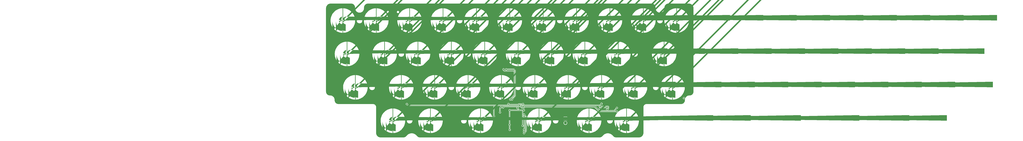
<source format=gbr>
%TF.GenerationSoftware,KiCad,Pcbnew,(7.0.0)*%
%TF.CreationDate,2023-08-26T00:50:39+02:00*%
%TF.ProjectId,travaulta,74726176-6175-46c7-9461-2e6b69636164,rev?*%
%TF.SameCoordinates,Original*%
%TF.FileFunction,Copper,L1,Top*%
%TF.FilePolarity,Positive*%
%FSLAX46Y46*%
G04 Gerber Fmt 4.6, Leading zero omitted, Abs format (unit mm)*
G04 Created by KiCad (PCBNEW (7.0.0)) date 2023-08-26 00:50:39*
%MOMM*%
%LPD*%
G01*
G04 APERTURE LIST*
G04 Aperture macros list*
%AMFreePoly0*
4,1,70,0.600000,2.214159,0.320477,2.144936,0.052085,2.040578,-0.200780,1.902795,-0.433976,1.733843,-0.643683,1.536492,-0.826466,1.313972,-0.979332,1.069928,-1.099775,0.808360,-1.185824,0.533550,-1.236068,0.250000,0.000000,0.250000,0.095671,0.230970,0.176777,0.176777,0.230970,0.095671,0.250000,0.000000,0.230970,-0.095671,0.176777,-0.176777,0.095671,-0.230970,0.000000,-0.250000,
-1.236068,-0.250000,-1.185824,-0.533550,-1.099775,-0.808360,-0.979332,-1.069928,-0.826466,-1.313972,-0.643683,-1.536492,-0.433976,-1.733843,-0.200780,-1.902795,0.052085,-2.040578,0.320477,-2.144936,0.600000,-2.214159,0.600000,-5.986652,0.115133,-5.934392,-0.363889,-5.842928,-0.833900,-5.712864,-1.291796,-5.545058,-1.734552,-5.340620,-2.159242,-5.100901,-2.563061,-4.827483,-2.943342,-4.522174,
-3.297572,-4.186989,-3.623410,-3.824144,-3.918705,-3.436035,-4.181506,-3.025227,-4.410075,-2.594434,-4.602904,-2.146500,-4.758719,-1.684386,-4.876489,-1.211145,-4.955438,-0.729902,-4.995043,-0.243838,-4.995043,0.243838,-4.955438,0.729902,-4.876489,1.211145,-4.758719,1.684386,-4.602904,2.146500,-4.410075,2.594434,-4.181506,3.025227,-3.918705,3.436035,-3.623410,3.824144,-3.297572,4.186989,
-2.943342,4.522174,-2.563061,4.827483,-2.159242,5.100901,-1.734552,5.340620,-1.291796,5.545058,-0.833900,5.712864,-0.363889,5.842928,0.115133,5.934392,0.600000,5.986652,0.600000,2.214159,0.600000,2.214159,$1*%
%AMFreePoly1*
4,1,17,0.124698,7.156366,0.180194,7.086777,0.200000,7.000000,0.200000,-7.000000,0.180194,-7.086777,0.124698,-7.156366,0.044504,-7.194986,-0.044504,-7.194986,-0.124698,-7.156366,-0.180194,-7.086777,-0.200000,-7.000000,-0.200000,7.000000,-0.180194,7.086777,-0.124698,7.156366,-0.044504,7.194986,0.044504,7.194986,0.124698,7.156366,0.124698,7.156366,$1*%
G04 Aperture macros list end*
%TA.AperFunction,SMDPad,CuDef*%
%ADD10FreePoly0,0.000000*%
%TD*%
%TA.AperFunction,SMDPad,CuDef*%
%ADD11FreePoly0,180.000000*%
%TD*%
%TA.AperFunction,SMDPad,CuDef*%
%ADD12FreePoly1,0.000000*%
%TD*%
%TA.AperFunction,SMDPad,CuDef*%
%ADD13FreePoly1,180.000000*%
%TD*%
%TA.AperFunction,ComponentPad*%
%ADD14R,1.700000X1.700000*%
%TD*%
%TA.AperFunction,ComponentPad*%
%ADD15O,1.700000X1.700000*%
%TD*%
%TA.AperFunction,ViaPad*%
%ADD16C,0.800000*%
%TD*%
%TA.AperFunction,Conductor*%
%ADD17C,0.250000*%
%TD*%
G04 APERTURE END LIST*
D10*
%TO.P,SW20,1,1*%
%TO.N,ROW1*%
X210137500Y-76200000D03*
D11*
%TO.P,SW20,2,2*%
%TO.N,COL8*%
X212137500Y-76200000D03*
D12*
%TO.P,SW20,3,SG*%
%TO.N,GND*%
X211137500Y-76200000D03*
%TD*%
D11*
%TO.P,SW27,1,1*%
%TO.N,ROW2*%
X164512500Y-95250000D03*
D10*
%TO.P,SW27,2,2*%
%TO.N,COL5*%
X162512500Y-95250000D03*
D13*
%TO.P,SW27,3,SG*%
%TO.N,GND*%
X163512500Y-95250000D03*
%TD*%
D10*
%TO.P,SW15,1,1*%
%TO.N,ROW1*%
X114887500Y-76200000D03*
D11*
%TO.P,SW15,2,2*%
%TO.N,COL3*%
X116887500Y-76200000D03*
D12*
%TO.P,SW15,3,SG*%
%TO.N,GND*%
X115887500Y-76200000D03*
%TD*%
D10*
%TO.P,SW18,1,1*%
%TO.N,ROW1*%
X172037500Y-76200000D03*
D11*
%TO.P,SW18,2,2*%
%TO.N,COL6*%
X174037500Y-76200000D03*
D12*
%TO.P,SW18,3,SG*%
%TO.N,GND*%
X173037500Y-76200000D03*
%TD*%
D10*
%TO.P,SW1,1,1*%
%TO.N,ROW0*%
X52975000Y-57150000D03*
D11*
%TO.P,SW1,2,2*%
%TO.N,COL0*%
X54975000Y-57150000D03*
D12*
%TO.P,SW1,3,SG*%
%TO.N,GND*%
X53975000Y-57150000D03*
%TD*%
D10*
%TO.P,SW9,1,1*%
%TO.N,ROW0*%
X205375000Y-57150000D03*
D11*
%TO.P,SW9,2,2*%
%TO.N,COL8*%
X207375000Y-57150000D03*
D12*
%TO.P,SW9,3,SG*%
%TO.N,GND*%
X206375000Y-57150000D03*
%TD*%
D11*
%TO.P,SW28,1,1*%
%TO.N,ROW2*%
X183562500Y-95250000D03*
D10*
%TO.P,SW28,2,2*%
%TO.N,COL6*%
X181562500Y-95250000D03*
D13*
%TO.P,SW28,3,SG*%
%TO.N,GND*%
X182562500Y-95250000D03*
%TD*%
D10*
%TO.P,SW4,1,1*%
%TO.N,ROW0*%
X110125000Y-57150000D03*
D11*
%TO.P,SW4,2,2*%
%TO.N,COL3*%
X112125000Y-57150000D03*
D12*
%TO.P,SW4,3,SG*%
%TO.N,GND*%
X111125000Y-57150000D03*
%TD*%
D10*
%TO.P,SW17,1,1*%
%TO.N,ROW1*%
X152987500Y-76200000D03*
D11*
%TO.P,SW17,2,2*%
%TO.N,COL5*%
X154987500Y-76200000D03*
D12*
%TO.P,SW17,3,SG*%
%TO.N,GND*%
X153987500Y-76200000D03*
%TD*%
D10*
%TO.P,SW12,1,1*%
%TO.N,ROW1*%
X55358000Y-76200000D03*
D11*
%TO.P,SW12,2,2*%
%TO.N,COL0*%
X57358000Y-76200000D03*
D12*
%TO.P,SW12,3,SG*%
%TO.N,GND*%
X56358000Y-76200000D03*
%TD*%
D11*
%TO.P,SW23,1,1*%
%TO.N,ROW2*%
X88312500Y-95250000D03*
D10*
%TO.P,SW23,2,2*%
%TO.N,COL1*%
X86312500Y-95250000D03*
D13*
%TO.P,SW23,3,SG*%
%TO.N,GND*%
X87312500Y-95250000D03*
%TD*%
D11*
%TO.P,SW34,1,1*%
%TO.N,ROW3*%
X133555000Y-114300000D03*
D10*
%TO.P,SW34,2,2*%
%TO.N,COL3*%
X131555000Y-114300000D03*
D13*
%TO.P,SW34,3,SG*%
%TO.N,GND*%
X132555000Y-114300000D03*
%TD*%
D10*
%TO.P,SW22,1,1*%
%TO.N,ROW2*%
X60120000Y-95250000D03*
D11*
%TO.P,SW22,2,2*%
%TO.N,COL0*%
X62120000Y-95250000D03*
D12*
%TO.P,SW22,3,SG*%
%TO.N,GND*%
X61120000Y-95250000D03*
%TD*%
D10*
%TO.P,SW16,1,1*%
%TO.N,ROW1*%
X133937500Y-76200000D03*
D11*
%TO.P,SW16,2,2*%
%TO.N,COL4*%
X135937500Y-76200000D03*
D12*
%TO.P,SW16,3,SG*%
%TO.N,GND*%
X134937500Y-76200000D03*
%TD*%
D10*
%TO.P,SW14,1,1*%
%TO.N,ROW1*%
X95837500Y-76200000D03*
D11*
%TO.P,SW14,2,2*%
%TO.N,COL2*%
X97837500Y-76200000D03*
D12*
%TO.P,SW14,3,SG*%
%TO.N,GND*%
X96837500Y-76200000D03*
%TD*%
D10*
%TO.P,SW7,1,1*%
%TO.N,ROW0*%
X167275000Y-57150000D03*
D11*
%TO.P,SW7,2,2*%
%TO.N,COL6*%
X169275000Y-57150000D03*
D12*
%TO.P,SW7,3,SG*%
%TO.N,GND*%
X168275000Y-57150000D03*
%TD*%
D11*
%TO.P,SW24,1,1*%
%TO.N,ROW2*%
X107362500Y-95250000D03*
D10*
%TO.P,SW24,2,2*%
%TO.N,COL2*%
X105362500Y-95250000D03*
D13*
%TO.P,SW24,3,SG*%
%TO.N,GND*%
X106362500Y-95250000D03*
%TD*%
D10*
%TO.P,SW11,1,1*%
%TO.N,ROW0*%
X243475000Y-57150000D03*
D11*
%TO.P,SW11,2,2*%
%TO.N,COL10*%
X245475000Y-57150000D03*
D12*
%TO.P,SW11,3,SG*%
%TO.N,GND*%
X244475000Y-57150000D03*
%TD*%
D11*
%TO.P,SW31,1,1*%
%TO.N,ROW2*%
X243095000Y-95250000D03*
D10*
%TO.P,SW31,2,2*%
%TO.N,COL9*%
X241095000Y-95250000D03*
D13*
%TO.P,SW31,3,SG*%
%TO.N,GND*%
X242095000Y-95250000D03*
%TD*%
D10*
%TO.P,SW2,1,1*%
%TO.N,ROW0*%
X72025000Y-57150000D03*
D11*
%TO.P,SW2,2,2*%
%TO.N,COL1*%
X74025000Y-57150000D03*
D12*
%TO.P,SW2,3,SG*%
%TO.N,GND*%
X73025000Y-57150000D03*
%TD*%
D10*
%TO.P,SW5,1,1*%
%TO.N,ROW0*%
X129175000Y-57150000D03*
D11*
%TO.P,SW5,2,2*%
%TO.N,COL4*%
X131175000Y-57150000D03*
D12*
%TO.P,SW5,3,SG*%
%TO.N,GND*%
X130175000Y-57150000D03*
%TD*%
D10*
%TO.P,SW8,1,1*%
%TO.N,ROW0*%
X186325000Y-57150000D03*
D11*
%TO.P,SW8,2,2*%
%TO.N,COL7*%
X188325000Y-57150000D03*
D12*
%TO.P,SW8,3,SG*%
%TO.N,GND*%
X187325000Y-57150000D03*
%TD*%
D10*
%TO.P,SW13,1,1*%
%TO.N,ROW1*%
X76787500Y-76200000D03*
D11*
%TO.P,SW13,2,2*%
%TO.N,COL1*%
X78787500Y-76200000D03*
D12*
%TO.P,SW13,3,SG*%
%TO.N,GND*%
X77787500Y-76200000D03*
%TD*%
D11*
%TO.P,SW21,1,1*%
%TO.N,ROW1*%
X238330000Y-76200000D03*
D10*
%TO.P,SW21,2,2*%
%TO.N,COL9*%
X236330000Y-76200000D03*
D13*
%TO.P,SW21,3,SG*%
%TO.N,GND*%
X237330000Y-76200000D03*
%TD*%
D11*
%TO.P,SW36,1,1*%
%TO.N,ROW3*%
X195470000Y-114300000D03*
D10*
%TO.P,SW36,2,2*%
%TO.N,COL7*%
X193470000Y-114300000D03*
D13*
%TO.P,SW36,3,SG*%
%TO.N,GND*%
X194470000Y-114300000D03*
%TD*%
D11*
%TO.P,SW35,1,1*%
%TO.N,ROW3*%
X166892000Y-114300000D03*
D10*
%TO.P,SW35,2,2*%
%TO.N,COL5*%
X164892000Y-114300000D03*
D13*
%TO.P,SW35,3,SG*%
%TO.N,GND*%
X165892000Y-114300000D03*
%TD*%
D11*
%TO.P,SW25,1,1*%
%TO.N,ROW2*%
X126412500Y-95250000D03*
D10*
%TO.P,SW25,2,2*%
%TO.N,COL3*%
X124412500Y-95250000D03*
D13*
%TO.P,SW25,3,SG*%
%TO.N,GND*%
X125412500Y-95250000D03*
%TD*%
D11*
%TO.P,SW33,1,1*%
%TO.N,ROW3*%
X104980000Y-114300000D03*
D10*
%TO.P,SW33,2,2*%
%TO.N,COL2*%
X102980000Y-114300000D03*
D13*
%TO.P,SW33,3,SG*%
%TO.N,GND*%
X103980000Y-114300000D03*
%TD*%
D11*
%TO.P,SW32,1,1*%
%TO.N,ROW3*%
X83550000Y-114300000D03*
D10*
%TO.P,SW32,2,2*%
%TO.N,COL1*%
X81550000Y-114300000D03*
D13*
%TO.P,SW32,3,SG*%
%TO.N,GND*%
X82550000Y-114300000D03*
%TD*%
D10*
%TO.P,SW3,1,1*%
%TO.N,ROW0*%
X91075000Y-57150000D03*
D11*
%TO.P,SW3,2,2*%
%TO.N,COL2*%
X93075000Y-57150000D03*
D12*
%TO.P,SW3,3,SG*%
%TO.N,GND*%
X92075000Y-57150000D03*
%TD*%
D11*
%TO.P,SW26,1,1*%
%TO.N,ROW2*%
X145462500Y-95250000D03*
D10*
%TO.P,SW26,2,2*%
%TO.N,COL4*%
X143462500Y-95250000D03*
D13*
%TO.P,SW26,3,SG*%
%TO.N,GND*%
X144462500Y-95250000D03*
%TD*%
D10*
%TO.P,SW6,1,1*%
%TO.N,ROW0*%
X148225000Y-57150000D03*
D11*
%TO.P,SW6,2,2*%
%TO.N,COL5*%
X150225000Y-57150000D03*
D12*
%TO.P,SW6,3,SG*%
%TO.N,GND*%
X149225000Y-57150000D03*
%TD*%
D11*
%TO.P,SW30,1,1*%
%TO.N,ROW2*%
X221662500Y-95250000D03*
D10*
%TO.P,SW30,2,2*%
%TO.N,COL8*%
X219662500Y-95250000D03*
D13*
%TO.P,SW30,3,SG*%
%TO.N,GND*%
X220662500Y-95250000D03*
%TD*%
D11*
%TO.P,SW29,1,1*%
%TO.N,ROW2*%
X202612500Y-95250000D03*
D10*
%TO.P,SW29,2,2*%
%TO.N,COL7*%
X200612500Y-95250000D03*
D13*
%TO.P,SW29,3,SG*%
%TO.N,GND*%
X201612500Y-95250000D03*
%TD*%
D11*
%TO.P,SW37,1,1*%
%TO.N,ROW3*%
X216900000Y-114300000D03*
D10*
%TO.P,SW37,2,2*%
%TO.N,COL8*%
X214900000Y-114300000D03*
D13*
%TO.P,SW37,3,SG*%
%TO.N,GND*%
X215900000Y-114300000D03*
%TD*%
D10*
%TO.P,SW10,1,1*%
%TO.N,ROW0*%
X224425000Y-57150000D03*
D11*
%TO.P,SW10,2,2*%
%TO.N,COL9*%
X226425000Y-57150000D03*
D12*
%TO.P,SW10,3,SG*%
%TO.N,GND*%
X225425000Y-57150000D03*
%TD*%
D10*
%TO.P,SW19,1,1*%
%TO.N,ROW1*%
X191087500Y-76200000D03*
D11*
%TO.P,SW19,2,2*%
%TO.N,COL7*%
X193087500Y-76200000D03*
D12*
%TO.P,SW19,3,SG*%
%TO.N,GND*%
X192087500Y-76200000D03*
%TD*%
D14*
%TO.P,SW38,1,A*%
%TO.N,VBAT*%
X180974999Y-113024999D03*
D15*
%TO.P,SW38,2,B*%
%TO.N,BOOT0*%
X180974999Y-115564999D03*
%TD*%
D16*
%TO.N,GND*%
X74295000Y-91313000D03*
X114300000Y-68278054D03*
X135597207Y-104261223D03*
X74457450Y-102146851D03*
X151003000Y-99314000D03*
X111125000Y-107950000D03*
X96463710Y-101616045D03*
X153987500Y-92075000D03*
X177165000Y-109855000D03*
X81280000Y-57277000D03*
X79634279Y-102166606D03*
X153988003Y-102068356D03*
X82550000Y-49999000D03*
X177176938Y-83255788D03*
X183356250Y-119062500D03*
X87249000Y-80010000D03*
X117475000Y-68262500D03*
X47117000Y-76200000D03*
X131445000Y-101854000D03*
X207962500Y-104366597D03*
X103187500Y-83125992D03*
X226028066Y-101600000D03*
X119027099Y-64169317D03*
X77430000Y-51094000D03*
X178593750Y-104324688D03*
X175451935Y-104317849D03*
X231534211Y-101576668D03*
X84198075Y-57286253D03*
X107950000Y-68278054D03*
X137577839Y-104298443D03*
X182499000Y-80010000D03*
X92075000Y-117475000D03*
X117445381Y-65971118D03*
X117475491Y-121047612D03*
X65244068Y-83266471D03*
X113284000Y-114300000D03*
X171831000Y-101981000D03*
X120215418Y-83268437D03*
X156464799Y-64146969D03*
X144653000Y-76200000D03*
X233867827Y-64186346D03*
X158602637Y-85060062D03*
X144688580Y-83212362D03*
X88926415Y-65964205D03*
X142113000Y-110617000D03*
X213758720Y-65997413D03*
X194539821Y-104317849D03*
X175816362Y-65997905D03*
X214425221Y-102091428D03*
X101155500Y-83125992D03*
X75819000Y-120777000D03*
X215272292Y-83233441D03*
X173101000Y-95250000D03*
X141859000Y-80010000D03*
X121059099Y-64169317D03*
X152584000Y-112903000D03*
X144374097Y-116215501D03*
X158753070Y-104320989D03*
X137901311Y-64231533D03*
X47371000Y-50800000D03*
X121095883Y-65974574D03*
X192539949Y-102088341D03*
X82558981Y-83268437D03*
X234950000Y-61087000D03*
X60075298Y-64176230D03*
X160918079Y-102299291D03*
X177839421Y-64193631D03*
X139700000Y-57150000D03*
X99867728Y-65952852D03*
X88900000Y-68262500D03*
X215781779Y-64193139D03*
X154003054Y-85382318D03*
X190232918Y-104293450D03*
X122237500Y-118268750D03*
X120650491Y-121047612D03*
X158750000Y-57150000D03*
X139262558Y-85049380D03*
X99815881Y-64231533D03*
X111125000Y-65960003D03*
X141294558Y-85049380D03*
X142081250Y-106362500D03*
X142081250Y-107950000D03*
X197035308Y-64193631D03*
X122986934Y-104249644D03*
X63212068Y-83266471D03*
X215900000Y-57150000D03*
X187325000Y-102108000D03*
X197044249Y-65997905D03*
X117331079Y-107950000D03*
X114272348Y-65964205D03*
X196850000Y-57150000D03*
X106426000Y-76200000D03*
X98422526Y-65950379D03*
X123825000Y-65951243D03*
X92868750Y-107950000D03*
X86288880Y-104214561D03*
X65253009Y-85070745D03*
X231512224Y-97872127D03*
X120506079Y-107950000D03*
X144716101Y-85427602D03*
X143668750Y-104344178D03*
X92075000Y-104154757D03*
X206505152Y-107452269D03*
X159004000Y-110744000D03*
X209550000Y-101508785D03*
X138303000Y-101981000D03*
X120904000Y-101727000D03*
X78607665Y-65964205D03*
X144653000Y-72517000D03*
X125349000Y-80010000D03*
X77600359Y-104245177D03*
X233876768Y-65990620D03*
X177800000Y-53213000D03*
X82189797Y-64153271D03*
X188111837Y-104311833D03*
X251079000Y-50800000D03*
X85751415Y-65964205D03*
X199852839Y-121754293D03*
X127000000Y-68309162D03*
X92075000Y-68262500D03*
X234146640Y-85107708D03*
X101092000Y-101600000D03*
X173573173Y-104293450D03*
X134874000Y-95250000D03*
X67120529Y-102090937D03*
X111125000Y-104214561D03*
X196338366Y-83219809D03*
X77300138Y-108312928D03*
X133985000Y-101727000D03*
X92075000Y-65964205D03*
X51435000Y-95250000D03*
X96774000Y-95250000D03*
X251206000Y-63500000D03*
X140493750Y-104333809D03*
X80962500Y-60071000D03*
X222758000Y-120650000D03*
X231844768Y-65990620D03*
X124474829Y-107950000D03*
X244094000Y-69723000D03*
X158496799Y-64146969D03*
X184221378Y-107343390D03*
X172415783Y-107530039D03*
X130175000Y-68309162D03*
X160911418Y-104281020D03*
X217417014Y-104354056D03*
X164306250Y-104289692D03*
X187216121Y-107327344D03*
X179217879Y-85060062D03*
X98425000Y-68262500D03*
X95250000Y-68262500D03*
X49530000Y-69850000D03*
X60116776Y-66008155D03*
X98425491Y-121047612D03*
X101847881Y-64231533D03*
X104728337Y-104167899D03*
X87249000Y-72644000D03*
X127000000Y-65951243D03*
X75692000Y-48895000D03*
X177848362Y-65997905D03*
X116496665Y-104176446D03*
X133383834Y-65953835D03*
X139933311Y-64231533D03*
X236537500Y-101600000D03*
X111125000Y-68278054D03*
X87312500Y-107950000D03*
X85725000Y-68262500D03*
X175807421Y-64193631D03*
X123825000Y-68309162D03*
X136525000Y-68262500D03*
X192561494Y-104301005D03*
X175418750Y-107530039D03*
X234950000Y-53340000D03*
X181768750Y-104324688D03*
X118375427Y-104200845D03*
X95250000Y-65964205D03*
X103148167Y-85096043D03*
X153987500Y-88900000D03*
X182499000Y-72390000D03*
X234154774Y-83203271D03*
X82567922Y-85072711D03*
X101899728Y-65952852D03*
X107950000Y-104191230D03*
X133350000Y-68309162D03*
X161131250Y-107950000D03*
X232114640Y-85107708D03*
X178593750Y-107530039D03*
X141285617Y-83245106D03*
X101121020Y-104154757D03*
X175895000Y-101981000D03*
X119063883Y-65974574D03*
X207168750Y-101473000D03*
X198361068Y-85095059D03*
X150018750Y-88900000D03*
X115824000Y-99314000D03*
X247015000Y-89027000D03*
X137872571Y-65974082D03*
X84599922Y-85072711D03*
X141859000Y-72517000D03*
X156473740Y-65951243D03*
X217304292Y-83233441D03*
X132556250Y-104249644D03*
X160634637Y-85060062D03*
X68453000Y-76200000D03*
X201676000Y-76200000D03*
X146681488Y-64206158D03*
X192024000Y-91313000D03*
X231835827Y-64186346D03*
X120650000Y-53213000D03*
X77851000Y-95250000D03*
X158593696Y-83255788D03*
X197643750Y-104323931D03*
X224282000Y-80137000D03*
X160625696Y-83255788D03*
X115607034Y-101739495D03*
X124619241Y-121047612D03*
X170676988Y-104308377D03*
X115824000Y-91313000D03*
X146793645Y-104323439D03*
X122247418Y-83268437D03*
X147066000Y-107315000D03*
X77602279Y-102166606D03*
X120650000Y-60960000D03*
X121126329Y-68333618D03*
X220662500Y-104354056D03*
X114298033Y-104219745D03*
X153321343Y-104242074D03*
X215281233Y-85037715D03*
X183356250Y-109855000D03*
X232122774Y-83203271D03*
X158505740Y-65951243D03*
X126206250Y-104261223D03*
X196329068Y-85095059D03*
X130175000Y-65951243D03*
X213749779Y-64193139D03*
X144653000Y-67691000D03*
X229235000Y-95250000D03*
X65659000Y-76200000D03*
X147896567Y-109273002D03*
X62148776Y-66008155D03*
X101600000Y-57150000D03*
X153987500Y-99218750D03*
X78581250Y-68262500D03*
X122256359Y-85072711D03*
X169545000Y-101981000D03*
X99212437Y-104149937D03*
X243967000Y-85725000D03*
X139904571Y-65974082D03*
X89408000Y-48895000D03*
X224282000Y-72390000D03*
X125349000Y-72517000D03*
X148586409Y-83241559D03*
X67120529Y-104050751D03*
X195003308Y-64193631D03*
X185166000Y-114300000D03*
X157162500Y-99314000D03*
X101911437Y-68262500D03*
X104775000Y-65960003D03*
X189144827Y-108929415D03*
X163576000Y-76200000D03*
X195012249Y-65997905D03*
X120888576Y-104225245D03*
X153288724Y-110807639D03*
X63221009Y-85070745D03*
X211905460Y-101600000D03*
X158750000Y-107950000D03*
X74295000Y-99314000D03*
X144652281Y-64206158D03*
X144653000Y-80010000D03*
X251079000Y-95123000D03*
X148209000Y-101981000D03*
X157956250Y-88900000D03*
X107936174Y-65943466D03*
X114300491Y-121047612D03*
X179208938Y-83255788D03*
X98806000Y-50800000D03*
X211201000Y-95250000D03*
X231521000Y-91186000D03*
X146685000Y-72517000D03*
X98425000Y-108743750D03*
X206375000Y-118268750D03*
X167481250Y-104289692D03*
X62107298Y-64176230D03*
X217313233Y-85037715D03*
X78581250Y-63500000D03*
X146685000Y-80010000D03*
X120224359Y-85072711D03*
X198370366Y-83219809D03*
X181768750Y-107343390D03*
X74441896Y-104246652D03*
X190240765Y-102103407D03*
X214312500Y-104348659D03*
X129381250Y-104261223D03*
X84590981Y-83268437D03*
X188641422Y-121694338D03*
X101116167Y-85096043D03*
X114156079Y-107950000D03*
X84137500Y-68262500D03*
X87312500Y-63500000D03*
X104775000Y-68278054D03*
X150550100Y-110815963D03*
X136558834Y-65953835D03*
X227965000Y-76200000D03*
X184936837Y-104311833D03*
X246473566Y-101666909D03*
X79653498Y-104245177D03*
X177185879Y-85060062D03*
X70970165Y-102114268D03*
X223043750Y-108743750D03*
X203835000Y-114300000D03*
X204787500Y-104370593D03*
X211681401Y-104370102D03*
X139253617Y-83245106D03*
X246062500Y-76200000D03*
X92075000Y-101600000D03*
X146685000Y-67691000D03*
X228600000Y-101600000D03*
X54356000Y-88900000D03*
X177800000Y-60960000D03*
X215790720Y-65997413D03*
X139953601Y-68350091D03*
X228600000Y-98425000D03*
X153346000Y-115062000D03*
X87653038Y-51101306D03*
X84074000Y-69850000D03*
X177165000Y-119062500D03*
X150425000Y-115062000D03*
%TO.N,APLEX_OUT_PIN_0*%
X210352632Y-106976214D03*
X156787000Y-106362500D03*
X156787000Y-104775000D03*
X148431250Y-104775000D03*
X140493750Y-106362500D03*
X140168917Y-111725196D03*
%TO.N,ROW0*%
X243459000Y-57150000D03*
X110109000Y-57150000D03*
X186309000Y-57150000D03*
X148209000Y-57150000D03*
X167259000Y-57150000D03*
X224409000Y-57150000D03*
X129159000Y-57150000D03*
X72009000Y-57150000D03*
X52959000Y-57150000D03*
X91059000Y-57150000D03*
X149495497Y-102108000D03*
X145669000Y-84987000D03*
X205359000Y-57150000D03*
%TO.N,ROW1*%
X55372000Y-76200000D03*
X191135000Y-76200000D03*
X133985000Y-76200000D03*
X147189272Y-84974626D03*
X76708000Y-76200000D03*
X153035000Y-76200000D03*
X210185000Y-76200000D03*
X171958000Y-76200000D03*
X114935000Y-76200000D03*
X150495000Y-102108000D03*
X238252000Y-76200000D03*
X95885000Y-76200000D03*
%TO.N,VBAT*%
X149155000Y-108331000D03*
X201599534Y-104576503D03*
X149158000Y-116524000D03*
X153545858Y-106982709D03*
X156556000Y-117129000D03*
X149189578Y-119489093D03*
X157291782Y-108302925D03*
X90487500Y-104775000D03*
X154781250Y-105533209D03*
%TO.N,COL0*%
X62103000Y-95250000D03*
X54991000Y-57150000D03*
X57277000Y-76200000D03*
%TO.N,COL1*%
X74041000Y-57150000D03*
X81550000Y-114300000D03*
X86233000Y-95250000D03*
X78867000Y-76200000D03*
%TO.N,COL2*%
X93075000Y-57150000D03*
X105362500Y-95250000D03*
X97790000Y-76200000D03*
X102980000Y-114300000D03*
%TO.N,COL3*%
X124412500Y-95250000D03*
X116887500Y-76200000D03*
X131555000Y-114300000D03*
X112125000Y-57150000D03*
%TO.N,COL4*%
X143462500Y-95250000D03*
X135937500Y-76200000D03*
X131175000Y-57150000D03*
%TO.N,COL5*%
X150241000Y-57150000D03*
X162512500Y-95250000D03*
X164846000Y-114300000D03*
X154940000Y-76200000D03*
%TO.N,COL6*%
X169291000Y-57150000D03*
X173990000Y-76200000D03*
X181562500Y-95250000D03*
X204755969Y-106823574D03*
X200668410Y-107440416D03*
%TO.N,COL7*%
X188325000Y-57150000D03*
X200674646Y-106307080D03*
X200612500Y-95250000D03*
X193421000Y-114300000D03*
X204787500Y-107822580D03*
X193040000Y-76200000D03*
%TO.N,COL8*%
X207391000Y-57150000D03*
X214884000Y-114300000D03*
X219662500Y-95250000D03*
X212090000Y-76200000D03*
%TO.N,COL9*%
X241095000Y-95250000D03*
X226441000Y-57150000D03*
X236347000Y-76200000D03*
%TO.N,ROW2*%
X164512500Y-95250000D03*
X221662500Y-95250000D03*
X126412500Y-95250000D03*
X243078000Y-95250000D03*
X202612500Y-95250000D03*
X107362500Y-95250000D03*
X145462500Y-95250000D03*
X60071000Y-95250000D03*
X88312500Y-95250000D03*
X183562500Y-95250000D03*
%TO.N,ROW3*%
X144157368Y-106657415D03*
X104980000Y-114300000D03*
X143668750Y-109537500D03*
X195453000Y-114300000D03*
X216916000Y-114300000D03*
X166878000Y-114300000D03*
X133555000Y-114300000D03*
X83550000Y-114300000D03*
%TO.N,AMUX_SEL_2*%
X157348680Y-121365408D03*
X157353000Y-110744000D03*
%TO.N,AMUX_SEL_1*%
X157357299Y-111755701D03*
X157364941Y-120356364D03*
%TO.N,AMUX_SEL_0*%
X157353500Y-119342500D03*
X157353000Y-112776000D03*
%TO.N,APLEX_EN_PIN_1*%
X145415000Y-106680000D03*
X210343750Y-108997080D03*
%TO.N,COL10*%
X245491000Y-57150000D03*
X248602500Y-101409500D03*
%TD*%
D17*
%TO.N,GND*%
X84188822Y-57277000D02*
X84198075Y-57286253D01*
X81280000Y-57277000D02*
X84188822Y-57277000D01*
%TO.N,APLEX_OUT_PIN_0*%
X200464726Y-108547080D02*
X208781766Y-108547080D01*
X208781766Y-108547080D02*
X210352632Y-106976214D01*
X153987500Y-105118750D02*
X154331250Y-104775000D01*
X148431250Y-104775000D02*
X148775000Y-105118750D01*
X148775000Y-105118750D02*
X153987500Y-105118750D01*
X156787000Y-106362500D02*
X157166291Y-105983209D01*
X197900855Y-105983209D02*
X200464726Y-108547080D01*
X154331250Y-104775000D02*
X156787000Y-104775000D01*
X140168917Y-106687333D02*
X140493750Y-106362500D01*
X140168917Y-111725196D02*
X140168917Y-106687333D01*
X157166291Y-105983209D02*
X197900855Y-105983209D01*
%TO.N,ROW0*%
X145669000Y-85479805D02*
X146133201Y-85944006D01*
X151812500Y-86345453D02*
X151411053Y-85944006D01*
X151812500Y-99765195D02*
X151812500Y-86345453D01*
X145669000Y-85479805D02*
X145669000Y-84875500D01*
X151411053Y-85944006D02*
X146133201Y-85944006D01*
X145669000Y-85479805D02*
X145669000Y-84987000D01*
X149495497Y-102108000D02*
X149495497Y-102082198D01*
X149495497Y-102082198D02*
X151812500Y-99765195D01*
%TO.N,ROW1*%
X147189272Y-84974626D02*
X151649626Y-84974626D01*
X151649626Y-84974626D02*
X152262500Y-85587500D01*
X152262500Y-100340500D02*
X150495000Y-102108000D01*
X152262500Y-85587500D02*
X152262500Y-100340500D01*
%TO.N,VBAT*%
X149155000Y-108331000D02*
X149155000Y-115889000D01*
X157263707Y-108331000D02*
X157291782Y-108302925D01*
X91281250Y-105568750D02*
X154745709Y-105568750D01*
X154781250Y-105533209D02*
X200642828Y-105533209D01*
X154866074Y-108302925D02*
X153545858Y-106982709D01*
X149158000Y-116524000D02*
X149158000Y-115892000D01*
X154866074Y-108302925D02*
X157291782Y-108302925D01*
X156556000Y-109038707D02*
X156556000Y-117129000D01*
X200642828Y-105533209D02*
X201599534Y-104576503D01*
X149155000Y-115889000D02*
X149155000Y-119454515D01*
X149155000Y-119454515D02*
X149189578Y-119489093D01*
X157291782Y-108302925D02*
X156556000Y-109038707D01*
X90487500Y-104775000D02*
X91281250Y-105568750D01*
X154745709Y-105568750D02*
X154781250Y-105533209D01*
X149155000Y-108331000D02*
X157263707Y-108331000D01*
X149158000Y-115892000D02*
X149155000Y-115889000D01*
%TO.N,COL6*%
X200668410Y-107440416D02*
X201285252Y-106823574D01*
X201285252Y-106823574D02*
X204755969Y-106823574D01*
%TO.N,COL7*%
X205317324Y-106098574D02*
X205581250Y-106362500D01*
X205581250Y-106362500D02*
X205581250Y-107156250D01*
X200674646Y-106307080D02*
X200883152Y-106098574D01*
X205581250Y-107156250D02*
X204914920Y-107822580D01*
X200883152Y-106098574D02*
X205317324Y-106098574D01*
X204914920Y-107822580D02*
X204787500Y-107822580D01*
%TO.N,ROW3*%
X143668750Y-109537500D02*
X143668750Y-107146033D01*
X143668750Y-107146033D02*
X144157368Y-106657415D01*
%TO.N,AMUX_SEL_2*%
X158579250Y-120166653D02*
X158579250Y-111952347D01*
X157370903Y-110744000D02*
X157353000Y-110744000D01*
X157380495Y-121365408D02*
X158579250Y-120166653D01*
X157348680Y-121365408D02*
X157380495Y-121365408D01*
X158579250Y-111952347D02*
X157370903Y-110744000D01*
%TO.N,AMUX_SEL_1*%
X158078500Y-112476902D02*
X157357299Y-111755701D01*
X157391412Y-120341283D02*
X158078500Y-119654195D01*
X158078500Y-119654195D02*
X158078500Y-112476902D01*
%TO.N,AMUX_SEL_0*%
X157353500Y-119342500D02*
X157353500Y-119337000D01*
X157628000Y-119062500D02*
X157628000Y-113051000D01*
X157353000Y-112776000D02*
X157628000Y-113051000D01*
X157353500Y-119337000D02*
X157628000Y-119062500D01*
%TO.N,APLEX_EN_PIN_1*%
X145415000Y-106680000D02*
X145837291Y-106257709D01*
X145837291Y-106257709D02*
X155470209Y-106257709D01*
X156320212Y-107107712D02*
X157113962Y-107107712D01*
X157113962Y-107107712D02*
X157788465Y-106433209D01*
X155470209Y-106257709D02*
X156320212Y-107107712D01*
X157788465Y-106433209D02*
X197714459Y-106433209D01*
X200278330Y-108997080D02*
X210343750Y-108997080D01*
X197714459Y-106433209D02*
X200278330Y-108997080D01*
%TD*%
%TA.AperFunction,Conductor*%
%TO.N,GND*%
G36*
X230200348Y-47475520D02*
G01*
X230298956Y-47481485D01*
X230298956Y-47481499D01*
X230299009Y-47481488D01*
X230471593Y-47492799D01*
X230472909Y-47492963D01*
X230599140Y-47516096D01*
X230599298Y-47516126D01*
X230743441Y-47544797D01*
X230744618Y-47545097D01*
X230872041Y-47584803D01*
X230872119Y-47584829D01*
X231006581Y-47630473D01*
X231007622Y-47630883D01*
X231131044Y-47686431D01*
X231131417Y-47686607D01*
X231138829Y-47690262D01*
X231256886Y-47748482D01*
X231257750Y-47748954D01*
X231323021Y-47788412D01*
X231374440Y-47819496D01*
X231374887Y-47819781D01*
X231490392Y-47896959D01*
X231491108Y-47897477D01*
X231598807Y-47981853D01*
X231599305Y-47982266D01*
X231703474Y-48073620D01*
X231704033Y-48074144D01*
X231800854Y-48170965D01*
X231801378Y-48171524D01*
X231892740Y-48275703D01*
X231893153Y-48276201D01*
X231977513Y-48383879D01*
X231978031Y-48384595D01*
X232055225Y-48500123D01*
X232055510Y-48500570D01*
X232126040Y-48617239D01*
X232126520Y-48618117D01*
X232188395Y-48743588D01*
X232188571Y-48743961D01*
X232244115Y-48867376D01*
X232244525Y-48868417D01*
X232290145Y-49002808D01*
X232290236Y-49003088D01*
X232329896Y-49130363D01*
X232330201Y-49131561D01*
X232358877Y-49275723D01*
X232358910Y-49275897D01*
X232382033Y-49402076D01*
X232382200Y-49403420D01*
X232393519Y-49576116D01*
X232393520Y-49576176D01*
X232393523Y-49576176D01*
X232399479Y-49674636D01*
X232399500Y-49675342D01*
X232399500Y-50074998D01*
X232399499Y-50075000D01*
X232399499Y-50229277D01*
X232399540Y-50229618D01*
X232399541Y-50229627D01*
X232436648Y-50535232D01*
X232436649Y-50535242D01*
X232436691Y-50535581D01*
X232436774Y-50535918D01*
X232436775Y-50535923D01*
X232482446Y-50721216D01*
X232510533Y-50835169D01*
X232510654Y-50835488D01*
X232510656Y-50835494D01*
X232619821Y-51123340D01*
X232619947Y-51123672D01*
X232620107Y-51123977D01*
X232620108Y-51123979D01*
X232638159Y-51158373D01*
X232763339Y-51396883D01*
X232850579Y-51523271D01*
X232938406Y-51650511D01*
X232938618Y-51650817D01*
X232938849Y-51651077D01*
X232938850Y-51651079D01*
X233143001Y-51881518D01*
X233143227Y-51881773D01*
X233374183Y-52086382D01*
X233628118Y-52261661D01*
X233901329Y-52405053D01*
X234189832Y-52514468D01*
X234489419Y-52588309D01*
X234795724Y-52625501D01*
X235103921Y-52625501D01*
X235104277Y-52625501D01*
X235410582Y-52588309D01*
X235710169Y-52514467D01*
X235998672Y-52405052D01*
X236271883Y-52261660D01*
X236525818Y-52086382D01*
X236756774Y-51881773D01*
X236961383Y-51650817D01*
X237136661Y-51396882D01*
X237280053Y-51123671D01*
X237389468Y-50835168D01*
X237463309Y-50535580D01*
X237500501Y-50229276D01*
X237500501Y-50074999D01*
X237500501Y-50074499D01*
X237500501Y-49675359D01*
X237500522Y-49674653D01*
X237502904Y-49635268D01*
X237506487Y-49576047D01*
X237506498Y-49576047D01*
X237506490Y-49575994D01*
X237517802Y-49403400D01*
X237517964Y-49402097D01*
X237541123Y-49275723D01*
X237569801Y-49131549D01*
X237570100Y-49130376D01*
X237609802Y-49002969D01*
X237609826Y-49002897D01*
X237655482Y-48868398D01*
X237655876Y-48867398D01*
X237711451Y-48743915D01*
X237711588Y-48743624D01*
X237773494Y-48618091D01*
X237773940Y-48617275D01*
X237844526Y-48500513D01*
X237844754Y-48500155D01*
X237921975Y-48384585D01*
X237922461Y-48383913D01*
X238006877Y-48276164D01*
X238007239Y-48275728D01*
X238098654Y-48171489D01*
X238099118Y-48170994D01*
X238195994Y-48074119D01*
X238196489Y-48073654D01*
X238300728Y-47982239D01*
X238301164Y-47981877D01*
X238408913Y-47897461D01*
X238409585Y-47896975D01*
X238525155Y-47819754D01*
X238525513Y-47819526D01*
X238642275Y-47748940D01*
X238643091Y-47748494D01*
X238768624Y-47686588D01*
X238768915Y-47686451D01*
X238892398Y-47630876D01*
X238893398Y-47630482D01*
X239027897Y-47584826D01*
X239027969Y-47584802D01*
X239155376Y-47545100D01*
X239156549Y-47544801D01*
X239300756Y-47516116D01*
X239427097Y-47492964D01*
X239428400Y-47492802D01*
X239600994Y-47481490D01*
X239601047Y-47481498D01*
X239601047Y-47481487D01*
X239601077Y-47481484D01*
X239699652Y-47475522D01*
X239700359Y-47475501D01*
X239700500Y-47475501D01*
X251474663Y-47475499D01*
X251475319Y-47475517D01*
X251477479Y-47475638D01*
X251590607Y-47481991D01*
X251772396Y-47492988D01*
X251773597Y-47493126D01*
X251914616Y-47517086D01*
X252070557Y-47545663D01*
X252071665Y-47545923D01*
X252213531Y-47586794D01*
X252213580Y-47586809D01*
X252360589Y-47632619D01*
X252361550Y-47632968D01*
X252499559Y-47690133D01*
X252499838Y-47690253D01*
X252629201Y-47748474D01*
X252638486Y-47752653D01*
X252639343Y-47753082D01*
X252770940Y-47825813D01*
X252771211Y-47825969D01*
X252888642Y-47896959D01*
X252900569Y-47904169D01*
X252901286Y-47904640D01*
X253024248Y-47991886D01*
X253024694Y-47992218D01*
X253143269Y-48085116D01*
X253143849Y-48085602D01*
X253256448Y-48186226D01*
X253256925Y-48186677D01*
X253363320Y-48293072D01*
X253363771Y-48293549D01*
X253464397Y-48406150D01*
X253464883Y-48406730D01*
X253513087Y-48468257D01*
X253557787Y-48525312D01*
X253558091Y-48525720D01*
X253623031Y-48617244D01*
X253645363Y-48648718D01*
X253645834Y-48649435D01*
X253723990Y-48778722D01*
X253724217Y-48779116D01*
X253796918Y-48910661D01*
X253797347Y-48911518D01*
X253859730Y-49050124D01*
X253859870Y-49050449D01*
X253917024Y-49188432D01*
X253917385Y-49189428D01*
X253963159Y-49336319D01*
X253963232Y-49336561D01*
X254004072Y-49478322D01*
X254004337Y-49479452D01*
X254032891Y-49635268D01*
X254032839Y-49635277D01*
X254032919Y-49635417D01*
X254056869Y-49776374D01*
X254057013Y-49777628D01*
X254068025Y-49959690D01*
X254068028Y-49959740D01*
X254074482Y-50074661D01*
X254074500Y-50075317D01*
X254074500Y-97683641D01*
X254074479Y-97684347D01*
X254068518Y-97782897D01*
X254068514Y-97782956D01*
X254057199Y-97955578D01*
X254057032Y-97956922D01*
X254033909Y-98083101D01*
X254033876Y-98083275D01*
X254005201Y-98227437D01*
X254004896Y-98228635D01*
X253965233Y-98355917D01*
X253965142Y-98356197D01*
X253919525Y-98490577D01*
X253919115Y-98491618D01*
X253863568Y-98615040D01*
X253863392Y-98615413D01*
X253801519Y-98740880D01*
X253801039Y-98741758D01*
X253730505Y-98858434D01*
X253730220Y-98858881D01*
X253653035Y-98974396D01*
X253652517Y-98975112D01*
X253568144Y-99082806D01*
X253567731Y-99083304D01*
X253476384Y-99187466D01*
X253475860Y-99188025D01*
X253379025Y-99284860D01*
X253378466Y-99285384D01*
X253274304Y-99376731D01*
X253273806Y-99377144D01*
X253166112Y-99461517D01*
X253165396Y-99462035D01*
X253049881Y-99539220D01*
X253049434Y-99539505D01*
X252932758Y-99610039D01*
X252931880Y-99610519D01*
X252806413Y-99672392D01*
X252806040Y-99672568D01*
X252682618Y-99728115D01*
X252681577Y-99728525D01*
X252547197Y-99774142D01*
X252546917Y-99774233D01*
X252419635Y-99813896D01*
X252418437Y-99814201D01*
X252274275Y-99842876D01*
X252274101Y-99842909D01*
X252147922Y-99866032D01*
X252146578Y-99866199D01*
X251974015Y-99877510D01*
X251973956Y-99877514D01*
X251875347Y-99883479D01*
X251874641Y-99883500D01*
X251734438Y-99883500D01*
X251734375Y-99883487D01*
X251734375Y-99883474D01*
X251734310Y-99883473D01*
X251734306Y-99883473D01*
X251591462Y-99883470D01*
X251591140Y-99883470D01*
X251590826Y-99883505D01*
X251590814Y-99883506D01*
X251306806Y-99915499D01*
X251306803Y-99915499D01*
X251306470Y-99915537D01*
X251306164Y-99915606D01*
X251306145Y-99915610D01*
X251027500Y-99979204D01*
X251027496Y-99979204D01*
X251027181Y-99979277D01*
X251026874Y-99979384D01*
X251026865Y-99979387D01*
X250757094Y-100073779D01*
X250757080Y-100073784D01*
X250756785Y-100073888D01*
X250756497Y-100074026D01*
X250756489Y-100074030D01*
X250498979Y-100198038D01*
X250498972Y-100198041D01*
X250498683Y-100198181D01*
X250498429Y-100198340D01*
X250498410Y-100198351D01*
X250256397Y-100350417D01*
X250256389Y-100350421D01*
X250256121Y-100350591D01*
X250255864Y-100350795D01*
X250255861Y-100350798D01*
X250092566Y-100481022D01*
X250032150Y-100529202D01*
X250031926Y-100529425D01*
X250031917Y-100529434D01*
X249829818Y-100731535D01*
X249829809Y-100731544D01*
X249829586Y-100731768D01*
X249829388Y-100732015D01*
X249829381Y-100732024D01*
X249707043Y-100885435D01*
X249650977Y-100955741D01*
X249650808Y-100956009D01*
X249650803Y-100956017D01*
X249498739Y-101198031D01*
X249498728Y-101198050D01*
X249498569Y-101198304D01*
X249498429Y-101198593D01*
X249498426Y-101198600D01*
X249374421Y-101456111D01*
X249374414Y-101456126D01*
X249374279Y-101456408D01*
X249374175Y-101456704D01*
X249374173Y-101456710D01*
X249279775Y-101726505D01*
X249279774Y-101726510D01*
X249279671Y-101726804D01*
X249279601Y-101727109D01*
X249279600Y-101727114D01*
X249216006Y-102005769D01*
X249216002Y-102005788D01*
X249215933Y-102006094D01*
X249215895Y-102006427D01*
X249215895Y-102006430D01*
X249183904Y-102290438D01*
X249183904Y-102290440D01*
X249183868Y-102290764D01*
X249183868Y-102291086D01*
X249183868Y-102291087D01*
X249183874Y-102433999D01*
X249183874Y-102574639D01*
X249183853Y-102575346D01*
X249177888Y-102673886D01*
X249177884Y-102673945D01*
X249166562Y-102846574D01*
X249166395Y-102847918D01*
X249143267Y-102974091D01*
X249143234Y-102974264D01*
X249114555Y-103118423D01*
X249114250Y-103119621D01*
X249074590Y-103246880D01*
X249074499Y-103247160D01*
X249028869Y-103381568D01*
X249028459Y-103382609D01*
X248972918Y-103506010D01*
X248972742Y-103506383D01*
X248910864Y-103631850D01*
X248910384Y-103632728D01*
X248839851Y-103749401D01*
X248839566Y-103749848D01*
X248762377Y-103865366D01*
X248761859Y-103866082D01*
X248677478Y-103973783D01*
X248677064Y-103974281D01*
X248585738Y-104078417D01*
X248585215Y-104078976D01*
X248488366Y-104175824D01*
X248487807Y-104176348D01*
X248383657Y-104267684D01*
X248383159Y-104268097D01*
X248275454Y-104352478D01*
X248274738Y-104352996D01*
X248159237Y-104430173D01*
X248158790Y-104430458D01*
X248042108Y-104500995D01*
X248041230Y-104501475D01*
X247915767Y-104563349D01*
X247915394Y-104563525D01*
X247791982Y-104619070D01*
X247790941Y-104619480D01*
X247656539Y-104665106D01*
X247656259Y-104665197D01*
X247529001Y-104704855D01*
X247527803Y-104705160D01*
X247383618Y-104733843D01*
X247383444Y-104733876D01*
X247257285Y-104757000D01*
X247255943Y-104757167D01*
X247086426Y-104768297D01*
X247086366Y-104768301D01*
X246984375Y-104774474D01*
X246984367Y-104774352D01*
X246983661Y-104774498D01*
X227299904Y-104774498D01*
X227299896Y-104774500D01*
X227181988Y-104774500D01*
X227181623Y-104774548D01*
X227181608Y-104774549D01*
X226948372Y-104805256D01*
X226948356Y-104805259D01*
X226947985Y-104805308D01*
X226947605Y-104805409D01*
X226947604Y-104805410D01*
X226720386Y-104866293D01*
X226720383Y-104866293D01*
X226720006Y-104866395D01*
X226719643Y-104866545D01*
X226719641Y-104866546D01*
X226502313Y-104956565D01*
X226502304Y-104956569D01*
X226501950Y-104956716D01*
X226501619Y-104956906D01*
X226501609Y-104956912D01*
X226297881Y-105074535D01*
X226297877Y-105074537D01*
X226297549Y-105074727D01*
X226297254Y-105074953D01*
X226297247Y-105074958D01*
X226110602Y-105218175D01*
X226110590Y-105218185D01*
X226110300Y-105218408D01*
X226110036Y-105218671D01*
X226110028Y-105218679D01*
X225943679Y-105385029D01*
X225943671Y-105385037D01*
X225943408Y-105385301D01*
X225943185Y-105385591D01*
X225943175Y-105385603D01*
X225799958Y-105572248D01*
X225799953Y-105572255D01*
X225799727Y-105572550D01*
X225799537Y-105572878D01*
X225799535Y-105572882D01*
X225681912Y-105776610D01*
X225681906Y-105776620D01*
X225681716Y-105776951D01*
X225681569Y-105777305D01*
X225681565Y-105777314D01*
X225591545Y-105994642D01*
X225591394Y-105995007D01*
X225591292Y-105995384D01*
X225591292Y-105995387D01*
X225548273Y-106155935D01*
X225530307Y-106222986D01*
X225530258Y-106223357D01*
X225530255Y-106223373D01*
X225499549Y-106456609D01*
X225499548Y-106456624D01*
X225499500Y-106456989D01*
X225499500Y-106457372D01*
X225499500Y-121224663D01*
X225499482Y-121225319D01*
X225493019Y-121340400D01*
X225493016Y-121340450D01*
X225482012Y-121522369D01*
X225481868Y-121523623D01*
X225457921Y-121664556D01*
X225457894Y-121664705D01*
X225429336Y-121820543D01*
X225429071Y-121821673D01*
X225388224Y-121963458D01*
X225388151Y-121963700D01*
X225342387Y-122110562D01*
X225342026Y-122111558D01*
X225284865Y-122249559D01*
X225284725Y-122249884D01*
X225222350Y-122388474D01*
X225221921Y-122389332D01*
X225149213Y-122520886D01*
X225148986Y-122521279D01*
X225070829Y-122650568D01*
X225070358Y-122651285D01*
X224983106Y-122774255D01*
X224982774Y-122774701D01*
X224889886Y-122893263D01*
X224889400Y-122893843D01*
X224788769Y-123006450D01*
X224788318Y-123006927D01*
X224681925Y-123113320D01*
X224681448Y-123113771D01*
X224568848Y-123214397D01*
X224568268Y-123214883D01*
X224449703Y-123307773D01*
X224449257Y-123308105D01*
X224326278Y-123395363D01*
X224325561Y-123395834D01*
X224196299Y-123473975D01*
X224195906Y-123474202D01*
X224064325Y-123546925D01*
X224063467Y-123547354D01*
X223924884Y-123609724D01*
X223924559Y-123609864D01*
X223786566Y-123667023D01*
X223785570Y-123667384D01*
X223638685Y-123713156D01*
X223638443Y-123713229D01*
X223496674Y-123754071D01*
X223495544Y-123754336D01*
X223339706Y-123782894D01*
X223339557Y-123782921D01*
X223198624Y-123806868D01*
X223197370Y-123807012D01*
X223015501Y-123818013D01*
X223015451Y-123818016D01*
X222900320Y-123824482D01*
X222899664Y-123824500D01*
X209934709Y-123824500D01*
X209934042Y-123824481D01*
X209873331Y-123821014D01*
X209873236Y-123821008D01*
X209669958Y-123807738D01*
X209668726Y-123807592D01*
X209557815Y-123788412D01*
X209557534Y-123788360D01*
X209404662Y-123758052D01*
X209403643Y-123757802D01*
X209287277Y-123723654D01*
X209286833Y-123723513D01*
X209218161Y-123700280D01*
X209147081Y-123676231D01*
X209146278Y-123675926D01*
X209032084Y-123627690D01*
X209031477Y-123627413D01*
X208900756Y-123563172D01*
X208900165Y-123562860D01*
X208792226Y-123501931D01*
X208791494Y-123501482D01*
X208668671Y-123419725D01*
X208668279Y-123419452D01*
X208653195Y-123408498D01*
X208570162Y-123348199D01*
X208569352Y-123347554D01*
X208451954Y-123245037D01*
X208451741Y-123244846D01*
X208419078Y-123214883D01*
X208368785Y-123168748D01*
X208367921Y-123167867D01*
X208234292Y-123016272D01*
X208234229Y-123016199D01*
X208225777Y-123006450D01*
X208193127Y-122968791D01*
X208192718Y-122968291D01*
X208081590Y-122824218D01*
X208081413Y-122823988D01*
X207831191Y-122557231D01*
X207556512Y-122315730D01*
X207556295Y-122315573D01*
X207556287Y-122315567D01*
X207260153Y-122101890D01*
X207260146Y-122101885D01*
X207259914Y-122101718D01*
X207259660Y-122101569D01*
X207259653Y-122101565D01*
X206944398Y-121917323D01*
X206944392Y-121917319D01*
X206944139Y-121917172D01*
X206885835Y-121890240D01*
X206612347Y-121763909D01*
X206612342Y-121763907D01*
X206612104Y-121763797D01*
X206555653Y-121744046D01*
X206267132Y-121643098D01*
X206267116Y-121643093D01*
X206266878Y-121643010D01*
X206093408Y-121600485D01*
X205911910Y-121555992D01*
X205911905Y-121555991D01*
X205911648Y-121555928D01*
X205911386Y-121555890D01*
X205911371Y-121555887D01*
X205549987Y-121503396D01*
X205549969Y-121503394D01*
X205549699Y-121503355D01*
X205549426Y-121503341D01*
X205549407Y-121503340D01*
X205184666Y-121485790D01*
X205184375Y-121485776D01*
X205184084Y-121485790D01*
X204819341Y-121503340D01*
X204819320Y-121503341D01*
X204819050Y-121503355D01*
X204818781Y-121503394D01*
X204818761Y-121503396D01*
X204457377Y-121555887D01*
X204457358Y-121555890D01*
X204457101Y-121555928D01*
X204456847Y-121555990D01*
X204456838Y-121555992D01*
X204102132Y-121642946D01*
X204102126Y-121642947D01*
X204101872Y-121643010D01*
X204101639Y-121643091D01*
X204101617Y-121643098D01*
X203756896Y-121763709D01*
X203756892Y-121763710D01*
X203756645Y-121763797D01*
X203756413Y-121763904D01*
X203756401Y-121763909D01*
X203424875Y-121917049D01*
X203424865Y-121917054D01*
X203424610Y-121917172D01*
X203424365Y-121917315D01*
X203424350Y-121917323D01*
X203109095Y-122101565D01*
X203109078Y-122101575D01*
X203108835Y-122101718D01*
X203108611Y-122101879D01*
X203108595Y-122101890D01*
X202812462Y-122315567D01*
X202812444Y-122315581D01*
X202812238Y-122315730D01*
X202812038Y-122315905D01*
X202812029Y-122315913D01*
X202537771Y-122557044D01*
X202537764Y-122557050D01*
X202537559Y-122557231D01*
X202537372Y-122557429D01*
X202537362Y-122557440D01*
X202287538Y-122823773D01*
X202287531Y-122823780D01*
X202287336Y-122823989D01*
X202287164Y-122824211D01*
X202287158Y-122824219D01*
X202175861Y-122968511D01*
X202175437Y-122969030D01*
X202135571Y-123015006D01*
X202135508Y-123015078D01*
X202000817Y-123167878D01*
X201999949Y-123168763D01*
X201916987Y-123244859D01*
X201916773Y-123245050D01*
X201799405Y-123347534D01*
X201798585Y-123348188D01*
X201700455Y-123419446D01*
X201700063Y-123419719D01*
X201577249Y-123501468D01*
X201576517Y-123501917D01*
X201468579Y-123562843D01*
X201467988Y-123563155D01*
X201337258Y-123627401D01*
X201336651Y-123627678D01*
X201222465Y-123675911D01*
X201221662Y-123676216D01*
X201081899Y-123723506D01*
X201081444Y-123723649D01*
X200965112Y-123757792D01*
X200964093Y-123758043D01*
X200811223Y-123788356D01*
X200810941Y-123788408D01*
X200700025Y-123807594D01*
X200698793Y-123807740D01*
X200493883Y-123821114D01*
X200493789Y-123821120D01*
X200435007Y-123824481D01*
X200434339Y-123824500D01*
X98015961Y-123824500D01*
X98015293Y-123824481D01*
X97954584Y-123821011D01*
X97954489Y-123821005D01*
X97751206Y-123807723D01*
X97749975Y-123807577D01*
X97639080Y-123788395D01*
X97638798Y-123788343D01*
X97485918Y-123758030D01*
X97484899Y-123757780D01*
X97368533Y-123723629D01*
X97368078Y-123723485D01*
X97228329Y-123676201D01*
X97227526Y-123675896D01*
X97113353Y-123627670D01*
X97112746Y-123627393D01*
X96982008Y-123563147D01*
X96981417Y-123562835D01*
X96947241Y-123543545D01*
X96873471Y-123501908D01*
X96872755Y-123501468D01*
X96767864Y-123431652D01*
X96749913Y-123419704D01*
X96749521Y-123419431D01*
X96651417Y-123348195D01*
X96650597Y-123347541D01*
X96605050Y-123307773D01*
X96533161Y-123245005D01*
X96533009Y-123244869D01*
X96488240Y-123203807D01*
X96450045Y-123168774D01*
X96449177Y-123167888D01*
X96315539Y-123016272D01*
X96313123Y-123013530D01*
X96274768Y-122969300D01*
X96274550Y-122969040D01*
X96274537Y-122969024D01*
X96274354Y-122968792D01*
X96268008Y-122960565D01*
X96162663Y-122823989D01*
X95912440Y-122557231D01*
X95637761Y-122315731D01*
X95637544Y-122315574D01*
X95637536Y-122315568D01*
X95341403Y-122101891D01*
X95341396Y-122101886D01*
X95341164Y-122101719D01*
X95340910Y-122101570D01*
X95340903Y-122101566D01*
X95025648Y-121917324D01*
X95025642Y-121917320D01*
X95025389Y-121917173D01*
X94966442Y-121889944D01*
X94693597Y-121763910D01*
X94693592Y-121763908D01*
X94693354Y-121763798D01*
X94636960Y-121744067D01*
X94348381Y-121643099D01*
X94348365Y-121643094D01*
X94348127Y-121643011D01*
X94347862Y-121642946D01*
X93993160Y-121555993D01*
X93993155Y-121555992D01*
X93992898Y-121555929D01*
X93992636Y-121555891D01*
X93992621Y-121555888D01*
X93631237Y-121503397D01*
X93631219Y-121503395D01*
X93630949Y-121503356D01*
X93630676Y-121503342D01*
X93630657Y-121503341D01*
X93265916Y-121485791D01*
X93265625Y-121485777D01*
X93265334Y-121485791D01*
X92900592Y-121503341D01*
X92900571Y-121503342D01*
X92900301Y-121503356D01*
X92900032Y-121503395D01*
X92900012Y-121503397D01*
X92538628Y-121555888D01*
X92538609Y-121555891D01*
X92538352Y-121555929D01*
X92538098Y-121555991D01*
X92538089Y-121555993D01*
X92183383Y-121642947D01*
X92183377Y-121642948D01*
X92183123Y-121643011D01*
X92182890Y-121643092D01*
X92182868Y-121643099D01*
X91838147Y-121763710D01*
X91838143Y-121763711D01*
X91837896Y-121763798D01*
X91837664Y-121763905D01*
X91837652Y-121763910D01*
X91506126Y-121917050D01*
X91506116Y-121917055D01*
X91505861Y-121917173D01*
X91505616Y-121917316D01*
X91505601Y-121917324D01*
X91190346Y-122101566D01*
X91190329Y-122101576D01*
X91190086Y-122101719D01*
X91189862Y-122101880D01*
X91189846Y-122101891D01*
X90893713Y-122315568D01*
X90893695Y-122315582D01*
X90893489Y-122315731D01*
X90893289Y-122315906D01*
X90893280Y-122315914D01*
X90619022Y-122557044D01*
X90619015Y-122557050D01*
X90618810Y-122557231D01*
X90618623Y-122557429D01*
X90618613Y-122557440D01*
X90368789Y-122823773D01*
X90368782Y-122823780D01*
X90368587Y-122823989D01*
X90368415Y-122824211D01*
X90368409Y-122824219D01*
X90257112Y-122968511D01*
X90256687Y-122969030D01*
X90216793Y-123015036D01*
X90216731Y-123015108D01*
X90082070Y-123167868D01*
X90081202Y-123168753D01*
X89998217Y-123244869D01*
X89998003Y-123245060D01*
X89880655Y-123347523D01*
X89879835Y-123348177D01*
X89781690Y-123419445D01*
X89781298Y-123419718D01*
X89658503Y-123501453D01*
X89657771Y-123501902D01*
X89549799Y-123562847D01*
X89549208Y-123563158D01*
X89418531Y-123627379D01*
X89417924Y-123627657D01*
X89303698Y-123675907D01*
X89302895Y-123676212D01*
X89163172Y-123723489D01*
X89162717Y-123723632D01*
X89046349Y-123757787D01*
X89045330Y-123758038D01*
X88892496Y-123788346D01*
X88892214Y-123788398D01*
X88781270Y-123807590D01*
X88780038Y-123807736D01*
X88575043Y-123821119D01*
X88574949Y-123821125D01*
X88516277Y-123824481D01*
X88515609Y-123824500D01*
X75550335Y-123824500D01*
X75549679Y-123824482D01*
X75549661Y-123824481D01*
X75542545Y-123824081D01*
X75434548Y-123818016D01*
X75434498Y-123818013D01*
X75252628Y-123807012D01*
X75251374Y-123806868D01*
X75110441Y-123782921D01*
X75110292Y-123782894D01*
X74954454Y-123754336D01*
X74953324Y-123754071D01*
X74811555Y-123713229D01*
X74811313Y-123713156D01*
X74664428Y-123667384D01*
X74663432Y-123667023D01*
X74525439Y-123609864D01*
X74525114Y-123609724D01*
X74386531Y-123547354D01*
X74385673Y-123546925D01*
X74254092Y-123474202D01*
X74253699Y-123473975D01*
X74124437Y-123395834D01*
X74123720Y-123395363D01*
X74000741Y-123308105D01*
X74000295Y-123307773D01*
X73919991Y-123244859D01*
X73881729Y-123214882D01*
X73881150Y-123214397D01*
X73830073Y-123168752D01*
X73768550Y-123113771D01*
X73768073Y-123113320D01*
X73661680Y-123006927D01*
X73661229Y-123006450D01*
X73560598Y-122893843D01*
X73560112Y-122893263D01*
X73506019Y-122824219D01*
X73467213Y-122774687D01*
X73466905Y-122774272D01*
X73379634Y-122651277D01*
X73379175Y-122650578D01*
X73322632Y-122557044D01*
X73301012Y-122521279D01*
X73300785Y-122520886D01*
X73228077Y-122389332D01*
X73227648Y-122388474D01*
X73165250Y-122249831D01*
X73165161Y-122249624D01*
X73107970Y-122111555D01*
X73107611Y-122110562D01*
X73104808Y-122101566D01*
X73061833Y-121963655D01*
X73061774Y-121963458D01*
X73058027Y-121950452D01*
X73020926Y-121821668D01*
X73020662Y-121820543D01*
X73016833Y-121799651D01*
X72992077Y-121664556D01*
X72988431Y-121643098D01*
X72968126Y-121523594D01*
X72967989Y-121522399D01*
X72956988Y-121340536D01*
X72950517Y-121225319D01*
X72950500Y-121224664D01*
X72950500Y-114300000D01*
X75545095Y-114300000D01*
X75545101Y-114300190D01*
X75545102Y-114300192D01*
X75563286Y-114796111D01*
X75563907Y-114813027D01*
X75563929Y-114813229D01*
X75563930Y-114813238D01*
X75611448Y-115243659D01*
X75620241Y-115323298D01*
X75620280Y-115323513D01*
X75620281Y-115323514D01*
X75713758Y-115827873D01*
X75713763Y-115827896D01*
X75713796Y-115828073D01*
X75713846Y-115828263D01*
X75713847Y-115828268D01*
X75844014Y-116324437D01*
X75844019Y-116324455D01*
X75844068Y-116324640D01*
X75844134Y-116324835D01*
X75844136Y-116324839D01*
X76010289Y-116810133D01*
X76010293Y-116810145D01*
X76010358Y-116810333D01*
X76010437Y-116810518D01*
X76010440Y-116810526D01*
X76211689Y-117282350D01*
X76211696Y-117282364D01*
X76211772Y-117282543D01*
X76211867Y-117282727D01*
X76445138Y-117734682D01*
X76447230Y-117738734D01*
X76715466Y-118176455D01*
X76715595Y-118176635D01*
X76715598Y-118176639D01*
X77014907Y-118593173D01*
X77014913Y-118593181D01*
X77015039Y-118593356D01*
X77344341Y-118987196D01*
X77701603Y-119355862D01*
X77701765Y-119356006D01*
X78084746Y-119697230D01*
X78084754Y-119697236D01*
X78084906Y-119697372D01*
X78492190Y-120009893D01*
X78921270Y-120291745D01*
X79369840Y-120541416D01*
X79835490Y-120757564D01*
X80315720Y-120939028D01*
X80807951Y-121084833D01*
X81309538Y-121194197D01*
X81817788Y-121266531D01*
X82329971Y-121301449D01*
X82843335Y-121298761D01*
X83355124Y-121258482D01*
X83862588Y-121180829D01*
X84363003Y-121066219D01*
X84853680Y-120915267D01*
X85331983Y-120728784D01*
X85795345Y-120507772D01*
X86241275Y-120253418D01*
X86667380Y-119967087D01*
X87071370Y-119650319D01*
X87451075Y-119304813D01*
X87804457Y-118932427D01*
X88129616Y-118535159D01*
X88424808Y-118115145D01*
X88688445Y-117674639D01*
X88919113Y-117216007D01*
X89115571Y-116741714D01*
X89276766Y-116254306D01*
X89401831Y-115756402D01*
X89490095Y-115250675D01*
X89541082Y-114739842D01*
X89552600Y-114300000D01*
X90469551Y-114300000D01*
X90469587Y-114300457D01*
X90487624Y-114529643D01*
X90489317Y-114551148D01*
X90489422Y-114551588D01*
X90489423Y-114551590D01*
X90522007Y-114687315D01*
X90548127Y-114796111D01*
X90548301Y-114796531D01*
X90548303Y-114796537D01*
X90644356Y-115028431D01*
X90644359Y-115028438D01*
X90644534Y-115028859D01*
X90644772Y-115029248D01*
X90644774Y-115029251D01*
X90725879Y-115161602D01*
X90776164Y-115243659D01*
X90776451Y-115243995D01*
X90776454Y-115243999D01*
X90874256Y-115358510D01*
X90939776Y-115435224D01*
X91131341Y-115598836D01*
X91346141Y-115730466D01*
X91346566Y-115730642D01*
X91346568Y-115730643D01*
X91442452Y-115770359D01*
X91578889Y-115826873D01*
X91823852Y-115885683D01*
X92012118Y-115900500D01*
X92137654Y-115900500D01*
X92137882Y-115900500D01*
X92326148Y-115885683D01*
X92571111Y-115826873D01*
X92803859Y-115730466D01*
X93018659Y-115598836D01*
X93210224Y-115435224D01*
X93373836Y-115243659D01*
X93505466Y-115028859D01*
X93601873Y-114796111D01*
X93660683Y-114551148D01*
X93680449Y-114300000D01*
X96975095Y-114300000D01*
X96975101Y-114300190D01*
X96975102Y-114300192D01*
X96993286Y-114796111D01*
X96993907Y-114813027D01*
X96993929Y-114813229D01*
X96993930Y-114813238D01*
X97041448Y-115243659D01*
X97050241Y-115323298D01*
X97050280Y-115323513D01*
X97050281Y-115323514D01*
X97143758Y-115827873D01*
X97143763Y-115827896D01*
X97143796Y-115828073D01*
X97143846Y-115828263D01*
X97143847Y-115828268D01*
X97274014Y-116324437D01*
X97274019Y-116324455D01*
X97274068Y-116324640D01*
X97274134Y-116324835D01*
X97274136Y-116324839D01*
X97440289Y-116810133D01*
X97440293Y-116810145D01*
X97440358Y-116810333D01*
X97440437Y-116810518D01*
X97440440Y-116810526D01*
X97641689Y-117282350D01*
X97641696Y-117282364D01*
X97641772Y-117282543D01*
X97641867Y-117282727D01*
X97875138Y-117734682D01*
X97877230Y-117738734D01*
X98145466Y-118176455D01*
X98145595Y-118176635D01*
X98145598Y-118176639D01*
X98444907Y-118593173D01*
X98444913Y-118593181D01*
X98445039Y-118593356D01*
X98774341Y-118987196D01*
X99131603Y-119355862D01*
X99131765Y-119356006D01*
X99514746Y-119697230D01*
X99514754Y-119697236D01*
X99514906Y-119697372D01*
X99922190Y-120009893D01*
X100351270Y-120291745D01*
X100799840Y-120541416D01*
X101265490Y-120757564D01*
X101745720Y-120939028D01*
X102237951Y-121084833D01*
X102739538Y-121194197D01*
X103247788Y-121266531D01*
X103759971Y-121301449D01*
X104273335Y-121298761D01*
X104785124Y-121258482D01*
X105292588Y-121180829D01*
X105793003Y-121066219D01*
X106283680Y-120915267D01*
X106761983Y-120728784D01*
X107225345Y-120507772D01*
X107671275Y-120253418D01*
X108097380Y-119967087D01*
X108501370Y-119650319D01*
X108881075Y-119304813D01*
X109234457Y-118932427D01*
X109559616Y-118535159D01*
X109854808Y-118115145D01*
X110118445Y-117674639D01*
X110349113Y-117216007D01*
X110545571Y-116741714D01*
X110706766Y-116254306D01*
X110831831Y-115756402D01*
X110920095Y-115250675D01*
X110971082Y-114739842D01*
X110982600Y-114300000D01*
X121425801Y-114300000D01*
X121425837Y-114300457D01*
X121443874Y-114529643D01*
X121445567Y-114551148D01*
X121445672Y-114551588D01*
X121445673Y-114551590D01*
X121478257Y-114687315D01*
X121504377Y-114796111D01*
X121504551Y-114796531D01*
X121504553Y-114796537D01*
X121600606Y-115028431D01*
X121600609Y-115028438D01*
X121600784Y-115028859D01*
X121601022Y-115029248D01*
X121601024Y-115029251D01*
X121682129Y-115161602D01*
X121732414Y-115243659D01*
X121732701Y-115243995D01*
X121732704Y-115243999D01*
X121830506Y-115358510D01*
X121896026Y-115435224D01*
X122087591Y-115598836D01*
X122302391Y-115730466D01*
X122302816Y-115730642D01*
X122302818Y-115730643D01*
X122398702Y-115770359D01*
X122535139Y-115826873D01*
X122780102Y-115885683D01*
X122968368Y-115900500D01*
X123093904Y-115900500D01*
X123094132Y-115900500D01*
X123282398Y-115885683D01*
X123527361Y-115826873D01*
X123760109Y-115730466D01*
X123974909Y-115598836D01*
X124166474Y-115435224D01*
X124330086Y-115243659D01*
X124461716Y-115028859D01*
X124558123Y-114796111D01*
X124616933Y-114551148D01*
X124636699Y-114300000D01*
X125550095Y-114300000D01*
X125550101Y-114300190D01*
X125550102Y-114300192D01*
X125568286Y-114796111D01*
X125568907Y-114813027D01*
X125568929Y-114813229D01*
X125568930Y-114813238D01*
X125616448Y-115243659D01*
X125625241Y-115323298D01*
X125625280Y-115323513D01*
X125625281Y-115323514D01*
X125718758Y-115827873D01*
X125718763Y-115827896D01*
X125718796Y-115828073D01*
X125718846Y-115828263D01*
X125718847Y-115828268D01*
X125849014Y-116324437D01*
X125849019Y-116324455D01*
X125849068Y-116324640D01*
X125849134Y-116324835D01*
X125849136Y-116324839D01*
X126015289Y-116810133D01*
X126015293Y-116810145D01*
X126015358Y-116810333D01*
X126015437Y-116810518D01*
X126015440Y-116810526D01*
X126216689Y-117282350D01*
X126216696Y-117282364D01*
X126216772Y-117282543D01*
X126216867Y-117282727D01*
X126450138Y-117734682D01*
X126452230Y-117738734D01*
X126720466Y-118176455D01*
X126720595Y-118176635D01*
X126720598Y-118176639D01*
X127019907Y-118593173D01*
X127019913Y-118593181D01*
X127020039Y-118593356D01*
X127349341Y-118987196D01*
X127706603Y-119355862D01*
X127706765Y-119356006D01*
X128089746Y-119697230D01*
X128089754Y-119697236D01*
X128089906Y-119697372D01*
X128497190Y-120009893D01*
X128926270Y-120291745D01*
X129374840Y-120541416D01*
X129840490Y-120757564D01*
X130320720Y-120939028D01*
X130812951Y-121084833D01*
X131314538Y-121194197D01*
X131822788Y-121266531D01*
X132334971Y-121301449D01*
X132848335Y-121298761D01*
X133360124Y-121258482D01*
X133867588Y-121180829D01*
X134368003Y-121066219D01*
X134858680Y-120915267D01*
X135336983Y-120728784D01*
X135800345Y-120507772D01*
X136246275Y-120253418D01*
X136672380Y-119967087D01*
X137076370Y-119650319D01*
X137456075Y-119304813D01*
X137809457Y-118932427D01*
X138134616Y-118535159D01*
X138429808Y-118115145D01*
X138693445Y-117674639D01*
X138924113Y-117216007D01*
X139120571Y-116741714D01*
X139281766Y-116254306D01*
X139406831Y-115756402D01*
X139495095Y-115250675D01*
X139546082Y-114739842D01*
X139559521Y-114226646D01*
X139535338Y-113713845D01*
X139473663Y-113204191D01*
X139374828Y-112700424D01*
X139239363Y-112205248D01*
X139067996Y-111721322D01*
X138861647Y-111251247D01*
X138621426Y-110797548D01*
X138348621Y-110362659D01*
X138314587Y-110316328D01*
X138173077Y-110123685D01*
X138044698Y-109948919D01*
X137711290Y-109558548D01*
X137350187Y-109193644D01*
X137332688Y-109178379D01*
X137139558Y-109009900D01*
X136963330Y-108856166D01*
X136943237Y-108841080D01*
X136552970Y-108548060D01*
X136552967Y-108548058D01*
X136552794Y-108547928D01*
X136552615Y-108547813D01*
X136120951Y-108270689D01*
X136120945Y-108270685D01*
X136120787Y-108270584D01*
X136120620Y-108270493D01*
X136120611Y-108270488D01*
X135707151Y-108045998D01*
X135669627Y-108025624D01*
X135669441Y-108025540D01*
X135669425Y-108025532D01*
X135201941Y-107814456D01*
X135201936Y-107814454D01*
X135201739Y-107814365D01*
X135201529Y-107814288D01*
X134719849Y-107638017D01*
X134719841Y-107638014D01*
X134719635Y-107637939D01*
X134719431Y-107637881D01*
X134719413Y-107637875D01*
X134226111Y-107497355D01*
X134226087Y-107497349D01*
X134225904Y-107497297D01*
X134201925Y-107492331D01*
X133723396Y-107393231D01*
X133723375Y-107393227D01*
X133723199Y-107393191D01*
X133723012Y-107393166D01*
X133722998Y-107393164D01*
X133214438Y-107326211D01*
X133214419Y-107326209D01*
X133214220Y-107326183D01*
X133214018Y-107326171D01*
X133214004Y-107326170D01*
X132740573Y-107298872D01*
X132701700Y-107296631D01*
X132701534Y-107296633D01*
X132701509Y-107296633D01*
X132188598Y-107304691D01*
X132188577Y-107304692D01*
X132188392Y-107304695D01*
X132188199Y-107304712D01*
X132188184Y-107304713D01*
X131677264Y-107350312D01*
X131677259Y-107350312D01*
X131677053Y-107350331D01*
X131676846Y-107350364D01*
X131676837Y-107350366D01*
X131170639Y-107433259D01*
X131170622Y-107433262D01*
X131170429Y-107433294D01*
X131170249Y-107433337D01*
X131170225Y-107433342D01*
X130671455Y-107553086D01*
X130671433Y-107553092D01*
X130671242Y-107553138D01*
X130671042Y-107553201D01*
X130671027Y-107553206D01*
X130182390Y-107709150D01*
X130182371Y-107709156D01*
X130182173Y-107709220D01*
X130181986Y-107709295D01*
X130181967Y-107709302D01*
X129706050Y-107900619D01*
X129706032Y-107900626D01*
X129705848Y-107900701D01*
X129705657Y-107900794D01*
X129705647Y-107900799D01*
X129245012Y-108126462D01*
X129245004Y-108126466D01*
X129244827Y-108126553D01*
X129244657Y-108126652D01*
X129244652Y-108126655D01*
X128801754Y-108385463D01*
X128801741Y-108385471D01*
X128801584Y-108385563D01*
X128801425Y-108385672D01*
X128801416Y-108385678D01*
X128378685Y-108676213D01*
X128378675Y-108676220D01*
X128378501Y-108676340D01*
X128378335Y-108676473D01*
X128378326Y-108676480D01*
X127978013Y-108997191D01*
X127977994Y-108997207D01*
X127977851Y-108997322D01*
X127977705Y-108997457D01*
X127977700Y-108997462D01*
X127601939Y-109346639D01*
X127601925Y-109346652D01*
X127601784Y-109346784D01*
X127601652Y-109346925D01*
X127601639Y-109346939D01*
X127252462Y-109722700D01*
X127252322Y-109722851D01*
X127252207Y-109722994D01*
X127252191Y-109723013D01*
X126931480Y-110123326D01*
X126931340Y-110123501D01*
X126931220Y-110123675D01*
X126931213Y-110123685D01*
X126712528Y-110441874D01*
X126640563Y-110546584D01*
X126640471Y-110546741D01*
X126640463Y-110546754D01*
X126381655Y-110989652D01*
X126381553Y-110989827D01*
X126381466Y-110990004D01*
X126381462Y-110990012D01*
X126169660Y-111422355D01*
X126155701Y-111450848D01*
X126155626Y-111451032D01*
X126155619Y-111451050D01*
X125964302Y-111926967D01*
X125964295Y-111926986D01*
X125964220Y-111927173D01*
X125964156Y-111927371D01*
X125964150Y-111927390D01*
X125808206Y-112416027D01*
X125808201Y-112416042D01*
X125808138Y-112416242D01*
X125808092Y-112416433D01*
X125808086Y-112416455D01*
X125688342Y-112915225D01*
X125688337Y-112915249D01*
X125688294Y-112915429D01*
X125688262Y-112915622D01*
X125688259Y-112915639D01*
X125611350Y-113385295D01*
X125605331Y-113422053D01*
X125605312Y-113422259D01*
X125605312Y-113422264D01*
X125559710Y-113933213D01*
X125559708Y-113933241D01*
X125559695Y-113933392D01*
X125559690Y-113933569D01*
X125559690Y-113933576D01*
X125550099Y-114299809D01*
X125550099Y-114299838D01*
X125550095Y-114300000D01*
X124636699Y-114300000D01*
X124616933Y-114048852D01*
X124558123Y-113803889D01*
X124469209Y-113589230D01*
X124461893Y-113571568D01*
X124461892Y-113571566D01*
X124461716Y-113571141D01*
X124330086Y-113356341D01*
X124166474Y-113164776D01*
X123974909Y-113001164D01*
X123974524Y-113000928D01*
X123760501Y-112869774D01*
X123760498Y-112869772D01*
X123760109Y-112869534D01*
X123759688Y-112869359D01*
X123759681Y-112869356D01*
X123527787Y-112773303D01*
X123527781Y-112773301D01*
X123527361Y-112773127D01*
X123526917Y-112773020D01*
X123526916Y-112773020D01*
X123282840Y-112714423D01*
X123282838Y-112714422D01*
X123282398Y-112714317D01*
X123281945Y-112714281D01*
X123281943Y-112714281D01*
X123094358Y-112699517D01*
X123094338Y-112699516D01*
X123094132Y-112699500D01*
X122968368Y-112699500D01*
X122968161Y-112699516D01*
X122968141Y-112699517D01*
X122780556Y-112714281D01*
X122780552Y-112714281D01*
X122780102Y-112714317D01*
X122779663Y-112714422D01*
X122779659Y-112714423D01*
X122535583Y-112773020D01*
X122535578Y-112773021D01*
X122535139Y-112773127D01*
X122534721Y-112773299D01*
X122534712Y-112773303D01*
X122302818Y-112869356D01*
X122302806Y-112869362D01*
X122302391Y-112869534D01*
X122302006Y-112869769D01*
X122301998Y-112869774D01*
X122087975Y-113000928D01*
X122087968Y-113000932D01*
X122087591Y-113001164D01*
X122087259Y-113001446D01*
X122087250Y-113001454D01*
X121896368Y-113164483D01*
X121896361Y-113164489D01*
X121896026Y-113164776D01*
X121895739Y-113165111D01*
X121895733Y-113165118D01*
X121732704Y-113356000D01*
X121732696Y-113356009D01*
X121732414Y-113356341D01*
X121732182Y-113356718D01*
X121732178Y-113356725D01*
X121601024Y-113570748D01*
X121601019Y-113570756D01*
X121600784Y-113571141D01*
X121600612Y-113571556D01*
X121600606Y-113571568D01*
X121504553Y-113803462D01*
X121504549Y-113803471D01*
X121504377Y-113803889D01*
X121504271Y-113804328D01*
X121504270Y-113804333D01*
X121445673Y-114048409D01*
X121445567Y-114048852D01*
X121445531Y-114049302D01*
X121445531Y-114049306D01*
X121431590Y-114226441D01*
X121425801Y-114300000D01*
X110982600Y-114300000D01*
X110984521Y-114226646D01*
X110960338Y-113713845D01*
X110898663Y-113204191D01*
X110799828Y-112700424D01*
X110664363Y-112205248D01*
X110492996Y-111721322D01*
X110286647Y-111251247D01*
X110046426Y-110797548D01*
X109773621Y-110362659D01*
X109739587Y-110316328D01*
X109598077Y-110123685D01*
X109469698Y-109948919D01*
X109136290Y-109558548D01*
X108775187Y-109193644D01*
X108757688Y-109178379D01*
X108564558Y-109009900D01*
X108388330Y-108856166D01*
X108368237Y-108841080D01*
X107977970Y-108548060D01*
X107977967Y-108548058D01*
X107977794Y-108547928D01*
X107977615Y-108547813D01*
X107545951Y-108270689D01*
X107545945Y-108270685D01*
X107545787Y-108270584D01*
X107545620Y-108270493D01*
X107545611Y-108270488D01*
X107132151Y-108045998D01*
X107094627Y-108025624D01*
X107094441Y-108025540D01*
X107094425Y-108025532D01*
X106626941Y-107814456D01*
X106626936Y-107814454D01*
X106626739Y-107814365D01*
X106626529Y-107814288D01*
X106144849Y-107638017D01*
X106144841Y-107638014D01*
X106144635Y-107637939D01*
X106144431Y-107637881D01*
X106144413Y-107637875D01*
X105651111Y-107497355D01*
X105651087Y-107497349D01*
X105650904Y-107497297D01*
X105626925Y-107492331D01*
X105148396Y-107393231D01*
X105148375Y-107393227D01*
X105148199Y-107393191D01*
X105148012Y-107393166D01*
X105147998Y-107393164D01*
X104639438Y-107326211D01*
X104639419Y-107326209D01*
X104639220Y-107326183D01*
X104639018Y-107326171D01*
X104639004Y-107326170D01*
X104165573Y-107298872D01*
X104126700Y-107296631D01*
X104126534Y-107296633D01*
X104126509Y-107296633D01*
X103613598Y-107304691D01*
X103613577Y-107304692D01*
X103613392Y-107304695D01*
X103613199Y-107304712D01*
X103613184Y-107304713D01*
X103102264Y-107350312D01*
X103102259Y-107350312D01*
X103102053Y-107350331D01*
X103101846Y-107350364D01*
X103101837Y-107350366D01*
X102595639Y-107433259D01*
X102595622Y-107433262D01*
X102595429Y-107433294D01*
X102595249Y-107433337D01*
X102595225Y-107433342D01*
X102096455Y-107553086D01*
X102096433Y-107553092D01*
X102096242Y-107553138D01*
X102096042Y-107553201D01*
X102096027Y-107553206D01*
X101607390Y-107709150D01*
X101607371Y-107709156D01*
X101607173Y-107709220D01*
X101606986Y-107709295D01*
X101606967Y-107709302D01*
X101131050Y-107900619D01*
X101131032Y-107900626D01*
X101130848Y-107900701D01*
X101130657Y-107900794D01*
X101130647Y-107900799D01*
X100670012Y-108126462D01*
X100670004Y-108126466D01*
X100669827Y-108126553D01*
X100669657Y-108126652D01*
X100669652Y-108126655D01*
X100226754Y-108385463D01*
X100226741Y-108385471D01*
X100226584Y-108385563D01*
X100226425Y-108385672D01*
X100226416Y-108385678D01*
X99803685Y-108676213D01*
X99803675Y-108676220D01*
X99803501Y-108676340D01*
X99803335Y-108676473D01*
X99803326Y-108676480D01*
X99403013Y-108997191D01*
X99402994Y-108997207D01*
X99402851Y-108997322D01*
X99402705Y-108997457D01*
X99402700Y-108997462D01*
X99026939Y-109346639D01*
X99026925Y-109346652D01*
X99026784Y-109346784D01*
X99026652Y-109346925D01*
X99026639Y-109346939D01*
X98677462Y-109722700D01*
X98677322Y-109722851D01*
X98677207Y-109722994D01*
X98677191Y-109723013D01*
X98356480Y-110123326D01*
X98356340Y-110123501D01*
X98356220Y-110123675D01*
X98356213Y-110123685D01*
X98137528Y-110441874D01*
X98065563Y-110546584D01*
X98065471Y-110546741D01*
X98065463Y-110546754D01*
X97806655Y-110989652D01*
X97806553Y-110989827D01*
X97806466Y-110990004D01*
X97806462Y-110990012D01*
X97594660Y-111422355D01*
X97580701Y-111450848D01*
X97580626Y-111451032D01*
X97580619Y-111451050D01*
X97389302Y-111926967D01*
X97389295Y-111926986D01*
X97389220Y-111927173D01*
X97389156Y-111927371D01*
X97389150Y-111927390D01*
X97233206Y-112416027D01*
X97233201Y-112416042D01*
X97233138Y-112416242D01*
X97233092Y-112416433D01*
X97233086Y-112416455D01*
X97113342Y-112915225D01*
X97113337Y-112915249D01*
X97113294Y-112915429D01*
X97113262Y-112915622D01*
X97113259Y-112915639D01*
X97036350Y-113385295D01*
X97030331Y-113422053D01*
X97030312Y-113422259D01*
X97030312Y-113422264D01*
X96984710Y-113933213D01*
X96984708Y-113933241D01*
X96984695Y-113933392D01*
X96984690Y-113933569D01*
X96984690Y-113933576D01*
X96975099Y-114299809D01*
X96975099Y-114299838D01*
X96975095Y-114300000D01*
X93680449Y-114300000D01*
X93660683Y-114048852D01*
X93601873Y-113803889D01*
X93512959Y-113589230D01*
X93505643Y-113571568D01*
X93505642Y-113571566D01*
X93505466Y-113571141D01*
X93373836Y-113356341D01*
X93210224Y-113164776D01*
X93018659Y-113001164D01*
X93018274Y-113000928D01*
X92804251Y-112869774D01*
X92804248Y-112869772D01*
X92803859Y-112869534D01*
X92803438Y-112869359D01*
X92803431Y-112869356D01*
X92571537Y-112773303D01*
X92571531Y-112773301D01*
X92571111Y-112773127D01*
X92570667Y-112773020D01*
X92570666Y-112773020D01*
X92326590Y-112714423D01*
X92326588Y-112714422D01*
X92326148Y-112714317D01*
X92325695Y-112714281D01*
X92325693Y-112714281D01*
X92138108Y-112699517D01*
X92138088Y-112699516D01*
X92137882Y-112699500D01*
X92012118Y-112699500D01*
X92011911Y-112699516D01*
X92011891Y-112699517D01*
X91824306Y-112714281D01*
X91824302Y-112714281D01*
X91823852Y-112714317D01*
X91823413Y-112714422D01*
X91823409Y-112714423D01*
X91579333Y-112773020D01*
X91579328Y-112773021D01*
X91578889Y-112773127D01*
X91578471Y-112773299D01*
X91578462Y-112773303D01*
X91346568Y-112869356D01*
X91346556Y-112869362D01*
X91346141Y-112869534D01*
X91345756Y-112869769D01*
X91345748Y-112869774D01*
X91131725Y-113000928D01*
X91131718Y-113000932D01*
X91131341Y-113001164D01*
X91131009Y-113001446D01*
X91131000Y-113001454D01*
X90940118Y-113164483D01*
X90940111Y-113164489D01*
X90939776Y-113164776D01*
X90939489Y-113165111D01*
X90939483Y-113165118D01*
X90776454Y-113356000D01*
X90776446Y-113356009D01*
X90776164Y-113356341D01*
X90775932Y-113356718D01*
X90775928Y-113356725D01*
X90644774Y-113570748D01*
X90644769Y-113570756D01*
X90644534Y-113571141D01*
X90644362Y-113571556D01*
X90644356Y-113571568D01*
X90548303Y-113803462D01*
X90548299Y-113803471D01*
X90548127Y-113803889D01*
X90548021Y-113804328D01*
X90548020Y-113804333D01*
X90489423Y-114048409D01*
X90489317Y-114048852D01*
X90489281Y-114049302D01*
X90489281Y-114049306D01*
X90475340Y-114226441D01*
X90469551Y-114300000D01*
X89552600Y-114300000D01*
X89554521Y-114226646D01*
X89530338Y-113713845D01*
X89468663Y-113204191D01*
X89369828Y-112700424D01*
X89234363Y-112205248D01*
X89062996Y-111721322D01*
X88856647Y-111251247D01*
X88616426Y-110797548D01*
X88343621Y-110362659D01*
X88309587Y-110316328D01*
X88168077Y-110123685D01*
X88039698Y-109948919D01*
X87706290Y-109558548D01*
X87345187Y-109193644D01*
X87327688Y-109178379D01*
X87134558Y-109009900D01*
X86958330Y-108856166D01*
X86938237Y-108841080D01*
X86547970Y-108548060D01*
X86547967Y-108548058D01*
X86547794Y-108547928D01*
X86547615Y-108547813D01*
X86115951Y-108270689D01*
X86115945Y-108270685D01*
X86115787Y-108270584D01*
X86115620Y-108270493D01*
X86115611Y-108270488D01*
X85702151Y-108045998D01*
X85664627Y-108025624D01*
X85664441Y-108025540D01*
X85664425Y-108025532D01*
X85196941Y-107814456D01*
X85196936Y-107814454D01*
X85196739Y-107814365D01*
X85196529Y-107814288D01*
X84714849Y-107638017D01*
X84714841Y-107638014D01*
X84714635Y-107637939D01*
X84714431Y-107637881D01*
X84714413Y-107637875D01*
X84221111Y-107497355D01*
X84221087Y-107497349D01*
X84220904Y-107497297D01*
X84196925Y-107492331D01*
X83718396Y-107393231D01*
X83718375Y-107393227D01*
X83718199Y-107393191D01*
X83718012Y-107393166D01*
X83717998Y-107393164D01*
X83209438Y-107326211D01*
X83209419Y-107326209D01*
X83209220Y-107326183D01*
X83209018Y-107326171D01*
X83209004Y-107326170D01*
X82735573Y-107298872D01*
X82696700Y-107296631D01*
X82696534Y-107296633D01*
X82696509Y-107296633D01*
X82183598Y-107304691D01*
X82183577Y-107304692D01*
X82183392Y-107304695D01*
X82183199Y-107304712D01*
X82183184Y-107304713D01*
X81672264Y-107350312D01*
X81672259Y-107350312D01*
X81672053Y-107350331D01*
X81671846Y-107350364D01*
X81671837Y-107350366D01*
X81165639Y-107433259D01*
X81165622Y-107433262D01*
X81165429Y-107433294D01*
X81165249Y-107433337D01*
X81165225Y-107433342D01*
X80666455Y-107553086D01*
X80666433Y-107553092D01*
X80666242Y-107553138D01*
X80666042Y-107553201D01*
X80666027Y-107553206D01*
X80177390Y-107709150D01*
X80177371Y-107709156D01*
X80177173Y-107709220D01*
X80176986Y-107709295D01*
X80176967Y-107709302D01*
X79701050Y-107900619D01*
X79701032Y-107900626D01*
X79700848Y-107900701D01*
X79700657Y-107900794D01*
X79700647Y-107900799D01*
X79240012Y-108126462D01*
X79240004Y-108126466D01*
X79239827Y-108126553D01*
X79239657Y-108126652D01*
X79239652Y-108126655D01*
X78796754Y-108385463D01*
X78796741Y-108385471D01*
X78796584Y-108385563D01*
X78796425Y-108385672D01*
X78796416Y-108385678D01*
X78373685Y-108676213D01*
X78373675Y-108676220D01*
X78373501Y-108676340D01*
X78373335Y-108676473D01*
X78373326Y-108676480D01*
X77973013Y-108997191D01*
X77972994Y-108997207D01*
X77972851Y-108997322D01*
X77972705Y-108997457D01*
X77972700Y-108997462D01*
X77596939Y-109346639D01*
X77596925Y-109346652D01*
X77596784Y-109346784D01*
X77596652Y-109346925D01*
X77596639Y-109346939D01*
X77247462Y-109722700D01*
X77247322Y-109722851D01*
X77247207Y-109722994D01*
X77247191Y-109723013D01*
X76926480Y-110123326D01*
X76926340Y-110123501D01*
X76926220Y-110123675D01*
X76926213Y-110123685D01*
X76707528Y-110441874D01*
X76635563Y-110546584D01*
X76635471Y-110546741D01*
X76635463Y-110546754D01*
X76376655Y-110989652D01*
X76376553Y-110989827D01*
X76376466Y-110990004D01*
X76376462Y-110990012D01*
X76164660Y-111422355D01*
X76150701Y-111450848D01*
X76150626Y-111451032D01*
X76150619Y-111451050D01*
X75959302Y-111926967D01*
X75959295Y-111926986D01*
X75959220Y-111927173D01*
X75959156Y-111927371D01*
X75959150Y-111927390D01*
X75803206Y-112416027D01*
X75803201Y-112416042D01*
X75803138Y-112416242D01*
X75803092Y-112416433D01*
X75803086Y-112416455D01*
X75683342Y-112915225D01*
X75683337Y-112915249D01*
X75683294Y-112915429D01*
X75683262Y-112915622D01*
X75683259Y-112915639D01*
X75606350Y-113385295D01*
X75600331Y-113422053D01*
X75600312Y-113422259D01*
X75600312Y-113422264D01*
X75554710Y-113933213D01*
X75554708Y-113933241D01*
X75554695Y-113933392D01*
X75554690Y-113933569D01*
X75554690Y-113933576D01*
X75545099Y-114299809D01*
X75545099Y-114299838D01*
X75545095Y-114300000D01*
X72950500Y-114300000D01*
X72950500Y-106575002D01*
X72950500Y-106575000D01*
X72950501Y-106575000D01*
X72950501Y-106456989D01*
X72946168Y-106424074D01*
X72919745Y-106223373D01*
X72919744Y-106223372D01*
X72919694Y-106222986D01*
X72858607Y-105995006D01*
X72768285Y-105776950D01*
X72650274Y-105572549D01*
X72578433Y-105478924D01*
X72506825Y-105385602D01*
X72506822Y-105385599D01*
X72506593Y-105385300D01*
X72339700Y-105218408D01*
X72339401Y-105218178D01*
X72339397Y-105218175D01*
X72152752Y-105074958D01*
X72152451Y-105074727D01*
X72030251Y-105004174D01*
X71948390Y-104956911D01*
X71948386Y-104956909D01*
X71948050Y-104956715D01*
X71947688Y-104956565D01*
X71947686Y-104956564D01*
X71761259Y-104879344D01*
X71729995Y-104866394D01*
X71616004Y-104835850D01*
X71502396Y-104805409D01*
X71502394Y-104805408D01*
X71502015Y-104805307D01*
X71501640Y-104805257D01*
X71501627Y-104805255D01*
X71271824Y-104775000D01*
X89881818Y-104775000D01*
X89881918Y-104775760D01*
X89902355Y-104930999D01*
X89902356Y-104931003D01*
X89902456Y-104931762D01*
X89902749Y-104932469D01*
X89902750Y-104932473D01*
X89962667Y-105077125D01*
X89962964Y-105077841D01*
X90059218Y-105203282D01*
X90184659Y-105299536D01*
X90330738Y-105360044D01*
X90487500Y-105380682D01*
X90610225Y-105364524D01*
X90615513Y-105365045D01*
X90620025Y-105367851D01*
X91040669Y-105788495D01*
X91041359Y-105789247D01*
X91068795Y-105821944D01*
X91072431Y-105824043D01*
X91105748Y-105843279D01*
X91106609Y-105843827D01*
X91141566Y-105868304D01*
X91154130Y-105871670D01*
X91156944Y-105872836D01*
X91168205Y-105879338D01*
X91210232Y-105886748D01*
X91211205Y-105886963D01*
X91252443Y-105898014D01*
X91294949Y-105894295D01*
X91295970Y-105894250D01*
X140083088Y-105894250D01*
X140089903Y-105896440D01*
X140094167Y-105902189D01*
X140094284Y-105909346D01*
X140090211Y-105915232D01*
X140082005Y-105921529D01*
X140065468Y-105934218D01*
X140065003Y-105934823D01*
X140065000Y-105934827D01*
X139985861Y-106037964D01*
X139969214Y-106059659D01*
X139968919Y-106060368D01*
X139968917Y-106060374D01*
X139909000Y-106205026D01*
X139908998Y-106205032D01*
X139908706Y-106205738D01*
X139908606Y-106206495D01*
X139908605Y-106206500D01*
X139889559Y-106351171D01*
X139888068Y-106362500D01*
X139888168Y-106363260D01*
X139904731Y-106489079D01*
X139903263Y-106496456D01*
X139894386Y-106511831D01*
X139893838Y-106512691D01*
X139869951Y-106546807D01*
X139869947Y-106546813D01*
X139869363Y-106547649D01*
X139869098Y-106548635D01*
X139869098Y-106548637D01*
X139865998Y-106560205D01*
X139864830Y-106563025D01*
X139858841Y-106573400D01*
X139858839Y-106573403D01*
X139858329Y-106574288D01*
X139858151Y-106575294D01*
X139858151Y-106575296D01*
X139850919Y-106616306D01*
X139850698Y-106617302D01*
X139839919Y-106657532D01*
X139839653Y-106658526D01*
X139839742Y-106659546D01*
X139839742Y-106659550D01*
X139843372Y-106701033D01*
X139843417Y-106702053D01*
X139843417Y-111212278D01*
X139842210Y-111217453D01*
X139838839Y-111221560D01*
X139741245Y-111296445D01*
X139741240Y-111296449D01*
X139740635Y-111296914D01*
X139740170Y-111297519D01*
X139740166Y-111297524D01*
X139669710Y-111389345D01*
X139644381Y-111422355D01*
X139644086Y-111423064D01*
X139644084Y-111423070D01*
X139584167Y-111567722D01*
X139584165Y-111567728D01*
X139583873Y-111568434D01*
X139583773Y-111569191D01*
X139583772Y-111569196D01*
X139563770Y-111721134D01*
X139563235Y-111725196D01*
X139563335Y-111725956D01*
X139583772Y-111881195D01*
X139583773Y-111881199D01*
X139583873Y-111881958D01*
X139584166Y-111882665D01*
X139584167Y-111882669D01*
X139644084Y-112027321D01*
X139644381Y-112028037D01*
X139687128Y-112083746D01*
X139737506Y-112149401D01*
X139740635Y-112153478D01*
X139866076Y-112249732D01*
X140012155Y-112310240D01*
X140168917Y-112330878D01*
X140325679Y-112310240D01*
X140471758Y-112249732D01*
X140597199Y-112153478D01*
X140693453Y-112028037D01*
X140753961Y-111881958D01*
X140774599Y-111725196D01*
X140772921Y-111712454D01*
X140754061Y-111569196D01*
X140753961Y-111568434D01*
X140693453Y-111422355D01*
X140597199Y-111296914D01*
X140498994Y-111221559D01*
X140495624Y-111217453D01*
X140494417Y-111212278D01*
X140494417Y-109537500D01*
X143063068Y-109537500D01*
X143063168Y-109538260D01*
X143083605Y-109693499D01*
X143083606Y-109693503D01*
X143083706Y-109694262D01*
X143083999Y-109694969D01*
X143084000Y-109694973D01*
X143095615Y-109723013D01*
X143144214Y-109840341D01*
X143240468Y-109965782D01*
X143365909Y-110062036D01*
X143511988Y-110122544D01*
X143668750Y-110143182D01*
X143825512Y-110122544D01*
X143971591Y-110062036D01*
X144097032Y-109965782D01*
X144193286Y-109840341D01*
X144253794Y-109694262D01*
X144274432Y-109537500D01*
X144253794Y-109380738D01*
X144193286Y-109234659D01*
X144097032Y-109109218D01*
X143998827Y-109033863D01*
X143995457Y-109029757D01*
X143994250Y-109024582D01*
X143994250Y-107285705D01*
X143997677Y-107277432D01*
X144024842Y-107250266D01*
X144029354Y-107247460D01*
X144034641Y-107246939D01*
X144157368Y-107263097D01*
X144314130Y-107242459D01*
X144460209Y-107181951D01*
X144585650Y-107085697D01*
X144681904Y-106960256D01*
X144742412Y-106814177D01*
X144763050Y-106657415D01*
X144742412Y-106500653D01*
X144681904Y-106354574D01*
X144585650Y-106229133D01*
X144578143Y-106223373D01*
X144554233Y-106205026D01*
X144460209Y-106132879D01*
X144459495Y-106132583D01*
X144459493Y-106132582D01*
X144314841Y-106072665D01*
X144314837Y-106072664D01*
X144314130Y-106072371D01*
X144313371Y-106072271D01*
X144313367Y-106072270D01*
X144158128Y-106051833D01*
X144157368Y-106051733D01*
X144156608Y-106051833D01*
X144001368Y-106072270D01*
X144001363Y-106072271D01*
X144000606Y-106072371D01*
X143999900Y-106072663D01*
X143999894Y-106072665D01*
X143855242Y-106132582D01*
X143855236Y-106132584D01*
X143854527Y-106132879D01*
X143853913Y-106133349D01*
X143853913Y-106133350D01*
X143729696Y-106228664D01*
X143729691Y-106228668D01*
X143729086Y-106229133D01*
X143728621Y-106229738D01*
X143728617Y-106229743D01*
X143635443Y-106351171D01*
X143632832Y-106354574D01*
X143632537Y-106355283D01*
X143632535Y-106355289D01*
X143572618Y-106499941D01*
X143572616Y-106499947D01*
X143572324Y-106500653D01*
X143572224Y-106501410D01*
X143572223Y-106501415D01*
X143557858Y-106610534D01*
X143551686Y-106657415D01*
X143551786Y-106658175D01*
X143567842Y-106780140D01*
X143567321Y-106785428D01*
X143564515Y-106789940D01*
X143449003Y-106905452D01*
X143448251Y-106906141D01*
X143416341Y-106932917D01*
X143416334Y-106932924D01*
X143415556Y-106933578D01*
X143415045Y-106934461D01*
X143415043Y-106934465D01*
X143394219Y-106970531D01*
X143393671Y-106971391D01*
X143369784Y-107005507D01*
X143369780Y-107005513D01*
X143369196Y-107006349D01*
X143368931Y-107007335D01*
X143368931Y-107007337D01*
X143365831Y-107018905D01*
X143364663Y-107021725D01*
X143358674Y-107032100D01*
X143358672Y-107032103D01*
X143358162Y-107032988D01*
X143357984Y-107033994D01*
X143357984Y-107033996D01*
X143350752Y-107075006D01*
X143350531Y-107076002D01*
X143339752Y-107116232D01*
X143339486Y-107117226D01*
X143339575Y-107118246D01*
X143339575Y-107118250D01*
X143343205Y-107159733D01*
X143343250Y-107160753D01*
X143343250Y-109024582D01*
X143342043Y-109029757D01*
X143338672Y-109033864D01*
X143241078Y-109108749D01*
X143241073Y-109108753D01*
X143240468Y-109109218D01*
X143240003Y-109109823D01*
X143239999Y-109109828D01*
X143157898Y-109216825D01*
X143144214Y-109234659D01*
X143143919Y-109235368D01*
X143143917Y-109235374D01*
X143084000Y-109380026D01*
X143083998Y-109380032D01*
X143083706Y-109380738D01*
X143083606Y-109381495D01*
X143083605Y-109381500D01*
X143065221Y-109521144D01*
X143063068Y-109537500D01*
X140494417Y-109537500D01*
X140494417Y-106978355D01*
X140497320Y-106970641D01*
X140504590Y-106966755D01*
X140560499Y-106959394D01*
X140650512Y-106947544D01*
X140796591Y-106887036D01*
X140922032Y-106790782D01*
X141018286Y-106665341D01*
X141078794Y-106519262D01*
X141099432Y-106362500D01*
X141078794Y-106205738D01*
X141018286Y-106059659D01*
X140922032Y-105934218D01*
X140897288Y-105915231D01*
X140893216Y-105909346D01*
X140893333Y-105902189D01*
X140897597Y-105896440D01*
X140904412Y-105894250D01*
X154295602Y-105894250D01*
X154300777Y-105895457D01*
X154304884Y-105898827D01*
X154316056Y-105913386D01*
X154318429Y-105921529D01*
X154314678Y-105929135D01*
X154306774Y-105932209D01*
X145852011Y-105932209D01*
X145850991Y-105932164D01*
X145809508Y-105928534D01*
X145809504Y-105928534D01*
X145808484Y-105928445D01*
X145807491Y-105928710D01*
X145807490Y-105928711D01*
X145767260Y-105939490D01*
X145766264Y-105939711D01*
X145725254Y-105946943D01*
X145725252Y-105946943D01*
X145724246Y-105947121D01*
X145723361Y-105947631D01*
X145723358Y-105947633D01*
X145712983Y-105953622D01*
X145710163Y-105954790D01*
X145698595Y-105957890D01*
X145698593Y-105957890D01*
X145697607Y-105958155D01*
X145696771Y-105958739D01*
X145696765Y-105958743D01*
X145662649Y-105982630D01*
X145661789Y-105983178D01*
X145625723Y-106004002D01*
X145625719Y-106004004D01*
X145624836Y-106004515D01*
X145624182Y-106005293D01*
X145624175Y-106005300D01*
X145597397Y-106037212D01*
X145596708Y-106037964D01*
X145547525Y-106087147D01*
X145543013Y-106089953D01*
X145537725Y-106090474D01*
X145415760Y-106074418D01*
X145415000Y-106074318D01*
X145414240Y-106074418D01*
X145259000Y-106094855D01*
X145258995Y-106094856D01*
X145258238Y-106094956D01*
X145257532Y-106095248D01*
X145257526Y-106095250D01*
X145112874Y-106155167D01*
X145112868Y-106155169D01*
X145112159Y-106155464D01*
X145111545Y-106155934D01*
X145111545Y-106155935D01*
X144987328Y-106251249D01*
X144987323Y-106251253D01*
X144986718Y-106251718D01*
X144986253Y-106252323D01*
X144986249Y-106252328D01*
X144908265Y-106353960D01*
X144890464Y-106377159D01*
X144890169Y-106377868D01*
X144890167Y-106377874D01*
X144830250Y-106522526D01*
X144830248Y-106522532D01*
X144829956Y-106523238D01*
X144829856Y-106523995D01*
X144829855Y-106524000D01*
X144818638Y-106609205D01*
X144809318Y-106680000D01*
X144809418Y-106680760D01*
X144829855Y-106835999D01*
X144829856Y-106836003D01*
X144829956Y-106836762D01*
X144830249Y-106837469D01*
X144830250Y-106837473D01*
X144890167Y-106982125D01*
X144890464Y-106982841D01*
X144986718Y-107108282D01*
X145112159Y-107204536D01*
X145258238Y-107265044D01*
X145386174Y-107281887D01*
X145408558Y-107284834D01*
X145415000Y-107285682D01*
X145421442Y-107284834D01*
X145443826Y-107281887D01*
X145571762Y-107265044D01*
X145717841Y-107204536D01*
X145843282Y-107108282D01*
X145939536Y-106982841D01*
X146000044Y-106836762D01*
X146020682Y-106680000D01*
X146009680Y-106596434D01*
X146010676Y-106589964D01*
X146014994Y-106585041D01*
X146021280Y-106583209D01*
X153071766Y-106583209D01*
X153079670Y-106586283D01*
X153083421Y-106593889D01*
X153081048Y-106602031D01*
X153069331Y-106617302D01*
X153021790Y-106679257D01*
X153021787Y-106679261D01*
X153021322Y-106679868D01*
X153021028Y-106680576D01*
X153021026Y-106680581D01*
X152961108Y-106825235D01*
X152961106Y-106825241D01*
X152960814Y-106825947D01*
X152960714Y-106826704D01*
X152960713Y-106826709D01*
X152944792Y-106947644D01*
X152940176Y-106982709D01*
X152940276Y-106983469D01*
X152960713Y-107138708D01*
X152960714Y-107138712D01*
X152960814Y-107139471D01*
X152961107Y-107140178D01*
X152961108Y-107140182D01*
X153020852Y-107284416D01*
X153021322Y-107285550D01*
X153084451Y-107367821D01*
X153114919Y-107407529D01*
X153117576Y-107410991D01*
X153243017Y-107507245D01*
X153389096Y-107567753D01*
X153545858Y-107588391D01*
X153668583Y-107572233D01*
X153673871Y-107572754D01*
X153678383Y-107575560D01*
X154088349Y-107985527D01*
X154091776Y-107993800D01*
X154088349Y-108002073D01*
X154080076Y-108005500D01*
X149667918Y-108005500D01*
X149662743Y-108004293D01*
X149658636Y-108000922D01*
X149639326Y-107975757D01*
X149583282Y-107902718D01*
X149580653Y-107900701D01*
X149479834Y-107823340D01*
X149457841Y-107806464D01*
X149457127Y-107806168D01*
X149457125Y-107806167D01*
X149312473Y-107746250D01*
X149312469Y-107746249D01*
X149311762Y-107745956D01*
X149311003Y-107745856D01*
X149310999Y-107745855D01*
X149155760Y-107725418D01*
X149155000Y-107725318D01*
X149154240Y-107725418D01*
X148999000Y-107745855D01*
X148998995Y-107745856D01*
X148998238Y-107745956D01*
X148997532Y-107746248D01*
X148997526Y-107746250D01*
X148852874Y-107806167D01*
X148852868Y-107806169D01*
X148852159Y-107806464D01*
X148851545Y-107806934D01*
X148851545Y-107806935D01*
X148727328Y-107902249D01*
X148727323Y-107902253D01*
X148726718Y-107902718D01*
X148726253Y-107903323D01*
X148726249Y-107903328D01*
X148650480Y-108002073D01*
X148630464Y-108028159D01*
X148630169Y-108028868D01*
X148630167Y-108028874D01*
X148570250Y-108173526D01*
X148570248Y-108173532D01*
X148569956Y-108174238D01*
X148569856Y-108174995D01*
X148569855Y-108175000D01*
X148557272Y-108270584D01*
X148549318Y-108331000D01*
X148549418Y-108331760D01*
X148569855Y-108486999D01*
X148569856Y-108487003D01*
X148569956Y-108487762D01*
X148570249Y-108488469D01*
X148570250Y-108488473D01*
X148630167Y-108633125D01*
X148630464Y-108633841D01*
X148726718Y-108759282D01*
X148815151Y-108827139D01*
X148824922Y-108834636D01*
X148828293Y-108838743D01*
X148829500Y-108843918D01*
X148829500Y-115874280D01*
X148829455Y-115875300D01*
X148825825Y-115916782D01*
X148825825Y-115916785D01*
X148825736Y-115917807D01*
X148826001Y-115918799D01*
X148826002Y-115918800D01*
X148829101Y-115930365D01*
X148829500Y-115933393D01*
X148829500Y-116013384D01*
X148828293Y-116018559D01*
X148824922Y-116022666D01*
X148730328Y-116095249D01*
X148730323Y-116095253D01*
X148729718Y-116095718D01*
X148729253Y-116096323D01*
X148729249Y-116096328D01*
X148633935Y-116220545D01*
X148633464Y-116221159D01*
X148633169Y-116221868D01*
X148633167Y-116221874D01*
X148573250Y-116366526D01*
X148573248Y-116366532D01*
X148572956Y-116367238D01*
X148572856Y-116367995D01*
X148572855Y-116368000D01*
X148563023Y-116442685D01*
X148552318Y-116524000D01*
X148552418Y-116524760D01*
X148572855Y-116679999D01*
X148572856Y-116680003D01*
X148572956Y-116680762D01*
X148573249Y-116681469D01*
X148573250Y-116681473D01*
X148598110Y-116741490D01*
X148633464Y-116826841D01*
X148729718Y-116952282D01*
X148756718Y-116973000D01*
X148824922Y-117025334D01*
X148828293Y-117029441D01*
X148829500Y-117034616D01*
X148829500Y-119002706D01*
X148828293Y-119007881D01*
X148824923Y-119011988D01*
X148788862Y-119039659D01*
X148761296Y-119060811D01*
X148760831Y-119061416D01*
X148760828Y-119061420D01*
X148665983Y-119185026D01*
X148665042Y-119186252D01*
X148664747Y-119186961D01*
X148664745Y-119186967D01*
X148604828Y-119331619D01*
X148604826Y-119331625D01*
X148604534Y-119332331D01*
X148604434Y-119333088D01*
X148604433Y-119333093D01*
X148603295Y-119341740D01*
X148583896Y-119489093D01*
X148583996Y-119489853D01*
X148604433Y-119645092D01*
X148604434Y-119645096D01*
X148604534Y-119645855D01*
X148604827Y-119646562D01*
X148604828Y-119646566D01*
X148656474Y-119771250D01*
X148665042Y-119791934D01*
X148761296Y-119917375D01*
X148886737Y-120013629D01*
X149032816Y-120074137D01*
X149189578Y-120094775D01*
X149346340Y-120074137D01*
X149492419Y-120013629D01*
X149617860Y-119917375D01*
X149714114Y-119791934D01*
X149774622Y-119645855D01*
X149795260Y-119489093D01*
X149774622Y-119332331D01*
X149714114Y-119186252D01*
X149617860Y-119060811D01*
X149492419Y-118964557D01*
X149487720Y-118962610D01*
X149482472Y-118958303D01*
X149480500Y-118951803D01*
X149480500Y-117039220D01*
X149481707Y-117034045D01*
X149485078Y-117029938D01*
X149491078Y-117025334D01*
X149586282Y-116952282D01*
X149682536Y-116826841D01*
X149743044Y-116680762D01*
X149763682Y-116524000D01*
X149743044Y-116367238D01*
X149682536Y-116221159D01*
X149586282Y-116095718D01*
X149488077Y-116020363D01*
X149484707Y-116016257D01*
X149483500Y-116011082D01*
X149483500Y-115906720D01*
X149483545Y-115905700D01*
X149484000Y-115900500D01*
X149487264Y-115863193D01*
X149480899Y-115839439D01*
X149480500Y-115836411D01*
X149480500Y-108843918D01*
X149481707Y-108838743D01*
X149485078Y-108834636D01*
X149494429Y-108827461D01*
X149583282Y-108759282D01*
X149658636Y-108661077D01*
X149662743Y-108657707D01*
X149667918Y-108656500D01*
X156449635Y-108656500D01*
X156456135Y-108658472D01*
X156460444Y-108663723D01*
X156461110Y-108670483D01*
X156457908Y-108676473D01*
X156336253Y-108798126D01*
X156335501Y-108798815D01*
X156303591Y-108825591D01*
X156303584Y-108825598D01*
X156302806Y-108826252D01*
X156302295Y-108827135D01*
X156302293Y-108827139D01*
X156281469Y-108863205D01*
X156280921Y-108864065D01*
X156257034Y-108898181D01*
X156257030Y-108898187D01*
X156256446Y-108899023D01*
X156256181Y-108900009D01*
X156256181Y-108900011D01*
X156253081Y-108911579D01*
X156251913Y-108914399D01*
X156245924Y-108924774D01*
X156245922Y-108924777D01*
X156245412Y-108925662D01*
X156245234Y-108926668D01*
X156245234Y-108926670D01*
X156238002Y-108967680D01*
X156237781Y-108968676D01*
X156229967Y-108997840D01*
X156226736Y-109009900D01*
X156226825Y-109010920D01*
X156226825Y-109010924D01*
X156230455Y-109052407D01*
X156230500Y-109053427D01*
X156230500Y-116616082D01*
X156229293Y-116621257D01*
X156225922Y-116625364D01*
X156128328Y-116700249D01*
X156128323Y-116700253D01*
X156127718Y-116700718D01*
X156127253Y-116701323D01*
X156127249Y-116701328D01*
X156031935Y-116825545D01*
X156031464Y-116826159D01*
X156031169Y-116826868D01*
X156031167Y-116826874D01*
X155971250Y-116971526D01*
X155971248Y-116971532D01*
X155970956Y-116972238D01*
X155970856Y-116972995D01*
X155970855Y-116973000D01*
X155950418Y-117128240D01*
X155950318Y-117129000D01*
X155950418Y-117129760D01*
X155970855Y-117284999D01*
X155970856Y-117285003D01*
X155970956Y-117285762D01*
X155971249Y-117286469D01*
X155971250Y-117286473D01*
X156031167Y-117431125D01*
X156031464Y-117431841D01*
X156127718Y-117557282D01*
X156253159Y-117653536D01*
X156399238Y-117714044D01*
X156556000Y-117734682D01*
X156712762Y-117714044D01*
X156858841Y-117653536D01*
X156984282Y-117557282D01*
X157080536Y-117431841D01*
X157141044Y-117285762D01*
X157161682Y-117129000D01*
X157141044Y-116972238D01*
X157080536Y-116826159D01*
X156984282Y-116700718D01*
X156886077Y-116625363D01*
X156882707Y-116621257D01*
X156881500Y-116616082D01*
X156881500Y-113182425D01*
X156883690Y-113175610D01*
X156889439Y-113171346D01*
X156896596Y-113171229D01*
X156902481Y-113175302D01*
X156924718Y-113204282D01*
X157050159Y-113300536D01*
X157196238Y-113361044D01*
X157243792Y-113367304D01*
X157292327Y-113373695D01*
X157299597Y-113377581D01*
X157302500Y-113385295D01*
X157302500Y-118733271D01*
X157299597Y-118740985D01*
X157292327Y-118744871D01*
X157197500Y-118757355D01*
X157197495Y-118757356D01*
X157196738Y-118757456D01*
X157196032Y-118757748D01*
X157196026Y-118757750D01*
X157051374Y-118817667D01*
X157051368Y-118817669D01*
X157050659Y-118817964D01*
X157050045Y-118818434D01*
X157050045Y-118818435D01*
X156925828Y-118913749D01*
X156925823Y-118913753D01*
X156925218Y-118914218D01*
X156924753Y-118914823D01*
X156924749Y-118914828D01*
X156829435Y-119039045D01*
X156828964Y-119039659D01*
X156828669Y-119040368D01*
X156828667Y-119040374D01*
X156768750Y-119185026D01*
X156768748Y-119185032D01*
X156768456Y-119185738D01*
X156768356Y-119186495D01*
X156768355Y-119186500D01*
X156749157Y-119332331D01*
X156747818Y-119342500D01*
X156747918Y-119343260D01*
X156768355Y-119498499D01*
X156768356Y-119498503D01*
X156768456Y-119499262D01*
X156768749Y-119499969D01*
X156768750Y-119499973D01*
X156828667Y-119644625D01*
X156828964Y-119645341D01*
X156925218Y-119770782D01*
X156925828Y-119771250D01*
X157021339Y-119844538D01*
X157025375Y-119850302D01*
X157025376Y-119857338D01*
X157021340Y-119863102D01*
X156937266Y-119927616D01*
X156936659Y-119928082D01*
X156936194Y-119928687D01*
X156936191Y-119928691D01*
X156860771Y-120026981D01*
X156840405Y-120053523D01*
X156840110Y-120054232D01*
X156840108Y-120054238D01*
X156780191Y-120198890D01*
X156780189Y-120198896D01*
X156779897Y-120199602D01*
X156779797Y-120200359D01*
X156779796Y-120200364D01*
X156761244Y-120341284D01*
X156759259Y-120356364D01*
X156759359Y-120357124D01*
X156779796Y-120512363D01*
X156779797Y-120512367D01*
X156779897Y-120513126D01*
X156780190Y-120513833D01*
X156780191Y-120513837D01*
X156791571Y-120541310D01*
X156840405Y-120659205D01*
X156936659Y-120784646D01*
X156990600Y-120826037D01*
X157015789Y-120845365D01*
X157019824Y-120851129D01*
X157019824Y-120858165D01*
X157015789Y-120863929D01*
X156948992Y-120915185D01*
X156920398Y-120937126D01*
X156919933Y-120937731D01*
X156919930Y-120937735D01*
X156824615Y-121061953D01*
X156824144Y-121062567D01*
X156823849Y-121063276D01*
X156823847Y-121063282D01*
X156763930Y-121207934D01*
X156763928Y-121207940D01*
X156763636Y-121208646D01*
X156763536Y-121209403D01*
X156763535Y-121209408D01*
X156751418Y-121301449D01*
X156742998Y-121365408D01*
X156743098Y-121366168D01*
X156763535Y-121521407D01*
X156763536Y-121521411D01*
X156763636Y-121522170D01*
X156763929Y-121522877D01*
X156763930Y-121522881D01*
X156821259Y-121661285D01*
X156824144Y-121668249D01*
X156920398Y-121793690D01*
X157045839Y-121889944D01*
X157191918Y-121950452D01*
X157348680Y-121971090D01*
X157505442Y-121950452D01*
X157651521Y-121889944D01*
X157776962Y-121793690D01*
X157873216Y-121668249D01*
X157933724Y-121522170D01*
X157954362Y-121365408D01*
X157945942Y-121301449D01*
X157941906Y-121270794D01*
X157942427Y-121265506D01*
X157945231Y-121260996D01*
X158799011Y-120407216D01*
X158799741Y-120406547D01*
X158832444Y-120379108D01*
X158853794Y-120342126D01*
X158854319Y-120341303D01*
X158878804Y-120306337D01*
X158882169Y-120293772D01*
X158883335Y-120290959D01*
X158889838Y-120279698D01*
X158897249Y-120237664D01*
X158897461Y-120236706D01*
X158908514Y-120195460D01*
X158904795Y-120152949D01*
X158904750Y-120151929D01*
X158904750Y-115015144D01*
X158907953Y-115007101D01*
X158915807Y-115003462D01*
X158924014Y-115006217D01*
X158928079Y-115013860D01*
X158953448Y-115243659D01*
X158962241Y-115323298D01*
X158962280Y-115323513D01*
X158962281Y-115323514D01*
X159055758Y-115827873D01*
X159055763Y-115827896D01*
X159055796Y-115828073D01*
X159055846Y-115828263D01*
X159055847Y-115828268D01*
X159186014Y-116324437D01*
X159186019Y-116324455D01*
X159186068Y-116324640D01*
X159186134Y-116324835D01*
X159186136Y-116324839D01*
X159352289Y-116810133D01*
X159352293Y-116810145D01*
X159352358Y-116810333D01*
X159352437Y-116810518D01*
X159352440Y-116810526D01*
X159553689Y-117282350D01*
X159553696Y-117282364D01*
X159553772Y-117282543D01*
X159553867Y-117282727D01*
X159787138Y-117734682D01*
X159789230Y-117738734D01*
X160057466Y-118176455D01*
X160057595Y-118176635D01*
X160057598Y-118176639D01*
X160356907Y-118593173D01*
X160356913Y-118593181D01*
X160357039Y-118593356D01*
X160686341Y-118987196D01*
X161043603Y-119355862D01*
X161043765Y-119356006D01*
X161426746Y-119697230D01*
X161426754Y-119697236D01*
X161426906Y-119697372D01*
X161834190Y-120009893D01*
X162263270Y-120291745D01*
X162711840Y-120541416D01*
X163177490Y-120757564D01*
X163657720Y-120939028D01*
X164149951Y-121084833D01*
X164651538Y-121194197D01*
X165159788Y-121266531D01*
X165671971Y-121301449D01*
X166185335Y-121298761D01*
X166697124Y-121258482D01*
X167204588Y-121180829D01*
X167705003Y-121066219D01*
X168195680Y-120915267D01*
X168673983Y-120728784D01*
X169137345Y-120507772D01*
X169583275Y-120253418D01*
X170009380Y-119967087D01*
X170413370Y-119650319D01*
X170793075Y-119304813D01*
X171146457Y-118932427D01*
X171471616Y-118535159D01*
X171766808Y-118115145D01*
X172030445Y-117674639D01*
X172261113Y-117216007D01*
X172457571Y-116741714D01*
X172618766Y-116254306D01*
X172743831Y-115756402D01*
X172832095Y-115250675D01*
X172883082Y-114739842D01*
X172894600Y-114300000D01*
X173813301Y-114300000D01*
X173813337Y-114300457D01*
X173831374Y-114529643D01*
X173833067Y-114551148D01*
X173833172Y-114551588D01*
X173833173Y-114551590D01*
X173865757Y-114687315D01*
X173891877Y-114796111D01*
X173892051Y-114796531D01*
X173892053Y-114796537D01*
X173988106Y-115028431D01*
X173988109Y-115028438D01*
X173988284Y-115028859D01*
X173988522Y-115029248D01*
X173988524Y-115029251D01*
X174069629Y-115161602D01*
X174119914Y-115243659D01*
X174120201Y-115243995D01*
X174120204Y-115243999D01*
X174218006Y-115358510D01*
X174283526Y-115435224D01*
X174475091Y-115598836D01*
X174689891Y-115730466D01*
X174690316Y-115730642D01*
X174690318Y-115730643D01*
X174786202Y-115770359D01*
X174922639Y-115826873D01*
X175167602Y-115885683D01*
X175355868Y-115900500D01*
X175481404Y-115900500D01*
X175481632Y-115900500D01*
X175669898Y-115885683D01*
X175914861Y-115826873D01*
X176147609Y-115730466D01*
X176362409Y-115598836D01*
X176402026Y-115565000D01*
X179919417Y-115565000D01*
X179919473Y-115565569D01*
X179938268Y-115756402D01*
X179939700Y-115770934D01*
X179939867Y-115771485D01*
X179939868Y-115771489D01*
X179967686Y-115863193D01*
X179999768Y-115968954D01*
X180000041Y-115969465D01*
X180000042Y-115969467D01*
X180067274Y-116095249D01*
X180097315Y-116151450D01*
X180097679Y-116151893D01*
X180097682Y-116151898D01*
X180181726Y-116254306D01*
X180228590Y-116311410D01*
X180229036Y-116311776D01*
X180388101Y-116442317D01*
X180388104Y-116442319D01*
X180388550Y-116442685D01*
X180571046Y-116540232D01*
X180769066Y-116600300D01*
X180975000Y-116620583D01*
X181180934Y-116600300D01*
X181378954Y-116540232D01*
X181561450Y-116442685D01*
X181721410Y-116311410D01*
X181852685Y-116151450D01*
X181950232Y-115968954D01*
X182010300Y-115770934D01*
X182030583Y-115565000D01*
X182010300Y-115359066D01*
X181950232Y-115161046D01*
X181852685Y-114978550D01*
X181721410Y-114818590D01*
X181714889Y-114813238D01*
X181561898Y-114687682D01*
X181561893Y-114687679D01*
X181561450Y-114687315D01*
X181560940Y-114687042D01*
X181560938Y-114687041D01*
X181379467Y-114590042D01*
X181379465Y-114590041D01*
X181378954Y-114589768D01*
X181253097Y-114551590D01*
X181181489Y-114529868D01*
X181181485Y-114529867D01*
X181180934Y-114529700D01*
X181180362Y-114529643D01*
X181180359Y-114529643D01*
X180975569Y-114509473D01*
X180975000Y-114509417D01*
X180974431Y-114509473D01*
X180769640Y-114529643D01*
X180769635Y-114529643D01*
X180769066Y-114529700D01*
X180768516Y-114529866D01*
X180768510Y-114529868D01*
X180571602Y-114589599D01*
X180571598Y-114589600D01*
X180571046Y-114589768D01*
X180570538Y-114590039D01*
X180570532Y-114590042D01*
X180389061Y-114687041D01*
X180389054Y-114687045D01*
X180388550Y-114687315D01*
X180388110Y-114687675D01*
X180388101Y-114687682D01*
X180229036Y-114818223D01*
X180229030Y-114818228D01*
X180228590Y-114818590D01*
X180228228Y-114819030D01*
X180228223Y-114819036D01*
X180097682Y-114978101D01*
X180097675Y-114978110D01*
X180097315Y-114978550D01*
X180097045Y-114979054D01*
X180097041Y-114979061D01*
X180000042Y-115160532D01*
X180000039Y-115160538D01*
X179999768Y-115161046D01*
X179999600Y-115161598D01*
X179999599Y-115161602D01*
X179939868Y-115358510D01*
X179939866Y-115358516D01*
X179939700Y-115359066D01*
X179939643Y-115359635D01*
X179939643Y-115359640D01*
X179932199Y-115435224D01*
X179919417Y-115565000D01*
X176402026Y-115565000D01*
X176553974Y-115435224D01*
X176717586Y-115243659D01*
X176849216Y-115028859D01*
X176945623Y-114796111D01*
X177004433Y-114551148D01*
X177024199Y-114300000D01*
X187465095Y-114300000D01*
X187465101Y-114300190D01*
X187465102Y-114300192D01*
X187483286Y-114796111D01*
X187483907Y-114813027D01*
X187483929Y-114813229D01*
X187483930Y-114813238D01*
X187531448Y-115243659D01*
X187540241Y-115323298D01*
X187540280Y-115323513D01*
X187540281Y-115323514D01*
X187633758Y-115827873D01*
X187633763Y-115827896D01*
X187633796Y-115828073D01*
X187633846Y-115828263D01*
X187633847Y-115828268D01*
X187764014Y-116324437D01*
X187764019Y-116324455D01*
X187764068Y-116324640D01*
X187764134Y-116324835D01*
X187764136Y-116324839D01*
X187930289Y-116810133D01*
X187930293Y-116810145D01*
X187930358Y-116810333D01*
X187930437Y-116810518D01*
X187930440Y-116810526D01*
X188131689Y-117282350D01*
X188131696Y-117282364D01*
X188131772Y-117282543D01*
X188131867Y-117282727D01*
X188365138Y-117734682D01*
X188367230Y-117738734D01*
X188635466Y-118176455D01*
X188635595Y-118176635D01*
X188635598Y-118176639D01*
X188934907Y-118593173D01*
X188934913Y-118593181D01*
X188935039Y-118593356D01*
X189264341Y-118987196D01*
X189621603Y-119355862D01*
X189621765Y-119356006D01*
X190004746Y-119697230D01*
X190004754Y-119697236D01*
X190004906Y-119697372D01*
X190412190Y-120009893D01*
X190841270Y-120291745D01*
X191289840Y-120541416D01*
X191755490Y-120757564D01*
X192235720Y-120939028D01*
X192727951Y-121084833D01*
X193229538Y-121194197D01*
X193737788Y-121266531D01*
X194249971Y-121301449D01*
X194763335Y-121298761D01*
X195275124Y-121258482D01*
X195782588Y-121180829D01*
X196283003Y-121066219D01*
X196773680Y-120915267D01*
X197251983Y-120728784D01*
X197715345Y-120507772D01*
X198161275Y-120253418D01*
X198587380Y-119967087D01*
X198991370Y-119650319D01*
X199371075Y-119304813D01*
X199724457Y-118932427D01*
X200049616Y-118535159D01*
X200344808Y-118115145D01*
X200608445Y-117674639D01*
X200839113Y-117216007D01*
X201035571Y-116741714D01*
X201196766Y-116254306D01*
X201321831Y-115756402D01*
X201410095Y-115250675D01*
X201461082Y-114739842D01*
X201472600Y-114300000D01*
X204769551Y-114300000D01*
X204769587Y-114300457D01*
X204787624Y-114529643D01*
X204789317Y-114551148D01*
X204789422Y-114551588D01*
X204789423Y-114551590D01*
X204822007Y-114687315D01*
X204848127Y-114796111D01*
X204848301Y-114796531D01*
X204848303Y-114796537D01*
X204944356Y-115028431D01*
X204944359Y-115028438D01*
X204944534Y-115028859D01*
X204944772Y-115029248D01*
X204944774Y-115029251D01*
X205025879Y-115161602D01*
X205076164Y-115243659D01*
X205076451Y-115243995D01*
X205076454Y-115243999D01*
X205174256Y-115358510D01*
X205239776Y-115435224D01*
X205431341Y-115598836D01*
X205646141Y-115730466D01*
X205646566Y-115730642D01*
X205646568Y-115730643D01*
X205742452Y-115770359D01*
X205878889Y-115826873D01*
X206123852Y-115885683D01*
X206312118Y-115900500D01*
X206437654Y-115900500D01*
X206437882Y-115900500D01*
X206626148Y-115885683D01*
X206871111Y-115826873D01*
X207103859Y-115730466D01*
X207318659Y-115598836D01*
X207510224Y-115435224D01*
X207673836Y-115243659D01*
X207805466Y-115028859D01*
X207901873Y-114796111D01*
X207960683Y-114551148D01*
X207980449Y-114300000D01*
X208895095Y-114300000D01*
X208895101Y-114300190D01*
X208895102Y-114300192D01*
X208913286Y-114796111D01*
X208913907Y-114813027D01*
X208913929Y-114813229D01*
X208913930Y-114813238D01*
X208961448Y-115243659D01*
X208970241Y-115323298D01*
X208970280Y-115323513D01*
X208970281Y-115323514D01*
X209063758Y-115827873D01*
X209063763Y-115827896D01*
X209063796Y-115828073D01*
X209063846Y-115828263D01*
X209063847Y-115828268D01*
X209194014Y-116324437D01*
X209194019Y-116324455D01*
X209194068Y-116324640D01*
X209194134Y-116324835D01*
X209194136Y-116324839D01*
X209360289Y-116810133D01*
X209360293Y-116810145D01*
X209360358Y-116810333D01*
X209360437Y-116810518D01*
X209360440Y-116810526D01*
X209561689Y-117282350D01*
X209561696Y-117282364D01*
X209561772Y-117282543D01*
X209561867Y-117282727D01*
X209795138Y-117734682D01*
X209797230Y-117738734D01*
X210065466Y-118176455D01*
X210065595Y-118176635D01*
X210065598Y-118176639D01*
X210364907Y-118593173D01*
X210364913Y-118593181D01*
X210365039Y-118593356D01*
X210694341Y-118987196D01*
X211051603Y-119355862D01*
X211051765Y-119356006D01*
X211434746Y-119697230D01*
X211434754Y-119697236D01*
X211434906Y-119697372D01*
X211842190Y-120009893D01*
X212271270Y-120291745D01*
X212719840Y-120541416D01*
X213185490Y-120757564D01*
X213665720Y-120939028D01*
X214157951Y-121084833D01*
X214659538Y-121194197D01*
X215167788Y-121266531D01*
X215679971Y-121301449D01*
X216193335Y-121298761D01*
X216705124Y-121258482D01*
X217212588Y-121180829D01*
X217713003Y-121066219D01*
X218203680Y-120915267D01*
X218681983Y-120728784D01*
X219145345Y-120507772D01*
X219591275Y-120253418D01*
X220017380Y-119967087D01*
X220421370Y-119650319D01*
X220801075Y-119304813D01*
X221154457Y-118932427D01*
X221479616Y-118535159D01*
X221774808Y-118115145D01*
X222038445Y-117674639D01*
X222269113Y-117216007D01*
X222465571Y-116741714D01*
X222626766Y-116254306D01*
X222751831Y-115756402D01*
X222840095Y-115250675D01*
X222891082Y-114739842D01*
X222904521Y-114226646D01*
X222880338Y-113713845D01*
X222818663Y-113204191D01*
X222719828Y-112700424D01*
X222584363Y-112205248D01*
X222412996Y-111721322D01*
X222206647Y-111251247D01*
X221966426Y-110797548D01*
X221693621Y-110362659D01*
X221659587Y-110316328D01*
X221518077Y-110123685D01*
X221389698Y-109948919D01*
X221056290Y-109558548D01*
X220695187Y-109193644D01*
X220677688Y-109178379D01*
X220484558Y-109009900D01*
X220308330Y-108856166D01*
X220288237Y-108841080D01*
X219897970Y-108548060D01*
X219897967Y-108548058D01*
X219897794Y-108547928D01*
X219897615Y-108547813D01*
X219465951Y-108270689D01*
X219465945Y-108270685D01*
X219465787Y-108270584D01*
X219465620Y-108270493D01*
X219465611Y-108270488D01*
X219052151Y-108045998D01*
X219014627Y-108025624D01*
X219014441Y-108025540D01*
X219014425Y-108025532D01*
X218546941Y-107814456D01*
X218546936Y-107814454D01*
X218546739Y-107814365D01*
X218546529Y-107814288D01*
X218064849Y-107638017D01*
X218064841Y-107638014D01*
X218064635Y-107637939D01*
X218064431Y-107637881D01*
X218064413Y-107637875D01*
X217571111Y-107497355D01*
X217571087Y-107497349D01*
X217570904Y-107497297D01*
X217546925Y-107492331D01*
X217068396Y-107393231D01*
X217068375Y-107393227D01*
X217068199Y-107393191D01*
X217068012Y-107393166D01*
X217067998Y-107393164D01*
X216559438Y-107326211D01*
X216559419Y-107326209D01*
X216559220Y-107326183D01*
X216559018Y-107326171D01*
X216559004Y-107326170D01*
X216085573Y-107298872D01*
X216046700Y-107296631D01*
X216046534Y-107296633D01*
X216046509Y-107296633D01*
X215533598Y-107304691D01*
X215533577Y-107304692D01*
X215533392Y-107304695D01*
X215533199Y-107304712D01*
X215533184Y-107304713D01*
X215022264Y-107350312D01*
X215022259Y-107350312D01*
X215022053Y-107350331D01*
X215021846Y-107350364D01*
X215021837Y-107350366D01*
X214515639Y-107433259D01*
X214515622Y-107433262D01*
X214515429Y-107433294D01*
X214515249Y-107433337D01*
X214515225Y-107433342D01*
X214016455Y-107553086D01*
X214016433Y-107553092D01*
X214016242Y-107553138D01*
X214016042Y-107553201D01*
X214016027Y-107553206D01*
X213527390Y-107709150D01*
X213527371Y-107709156D01*
X213527173Y-107709220D01*
X213526986Y-107709295D01*
X213526967Y-107709302D01*
X213051050Y-107900619D01*
X213051032Y-107900626D01*
X213050848Y-107900701D01*
X213050657Y-107900794D01*
X213050647Y-107900799D01*
X212590012Y-108126462D01*
X212590004Y-108126466D01*
X212589827Y-108126553D01*
X212589657Y-108126652D01*
X212589652Y-108126655D01*
X212146754Y-108385463D01*
X212146741Y-108385471D01*
X212146584Y-108385563D01*
X212146425Y-108385672D01*
X212146416Y-108385678D01*
X211723685Y-108676213D01*
X211723675Y-108676220D01*
X211723501Y-108676340D01*
X211723335Y-108676473D01*
X211723326Y-108676480D01*
X211323013Y-108997191D01*
X211322994Y-108997207D01*
X211322851Y-108997322D01*
X211322705Y-108997457D01*
X211322700Y-108997462D01*
X210946939Y-109346639D01*
X210946925Y-109346652D01*
X210946784Y-109346784D01*
X210946652Y-109346925D01*
X210946639Y-109346939D01*
X210597462Y-109722700D01*
X210597322Y-109722851D01*
X210597207Y-109722994D01*
X210597191Y-109723013D01*
X210276480Y-110123326D01*
X210276340Y-110123501D01*
X210276220Y-110123675D01*
X210276213Y-110123685D01*
X210057528Y-110441874D01*
X209985563Y-110546584D01*
X209985471Y-110546741D01*
X209985463Y-110546754D01*
X209726655Y-110989652D01*
X209726553Y-110989827D01*
X209726466Y-110990004D01*
X209726462Y-110990012D01*
X209514660Y-111422355D01*
X209500701Y-111450848D01*
X209500626Y-111451032D01*
X209500619Y-111451050D01*
X209309302Y-111926967D01*
X209309295Y-111926986D01*
X209309220Y-111927173D01*
X209309156Y-111927371D01*
X209309150Y-111927390D01*
X209153206Y-112416027D01*
X209153201Y-112416042D01*
X209153138Y-112416242D01*
X209153092Y-112416433D01*
X209153086Y-112416455D01*
X209033342Y-112915225D01*
X209033337Y-112915249D01*
X209033294Y-112915429D01*
X209033262Y-112915622D01*
X209033259Y-112915639D01*
X208956350Y-113385295D01*
X208950331Y-113422053D01*
X208950312Y-113422259D01*
X208950312Y-113422264D01*
X208904710Y-113933213D01*
X208904708Y-113933241D01*
X208904695Y-113933392D01*
X208904690Y-113933569D01*
X208904690Y-113933576D01*
X208895099Y-114299809D01*
X208895099Y-114299838D01*
X208895095Y-114300000D01*
X207980449Y-114300000D01*
X207960683Y-114048852D01*
X207901873Y-113803889D01*
X207812959Y-113589230D01*
X207805643Y-113571568D01*
X207805642Y-113571566D01*
X207805466Y-113571141D01*
X207673836Y-113356341D01*
X207510224Y-113164776D01*
X207318659Y-113001164D01*
X207318274Y-113000928D01*
X207104251Y-112869774D01*
X207104248Y-112869772D01*
X207103859Y-112869534D01*
X207103438Y-112869359D01*
X207103431Y-112869356D01*
X206871537Y-112773303D01*
X206871531Y-112773301D01*
X206871111Y-112773127D01*
X206870667Y-112773020D01*
X206870666Y-112773020D01*
X206626590Y-112714423D01*
X206626588Y-112714422D01*
X206626148Y-112714317D01*
X206625695Y-112714281D01*
X206625693Y-112714281D01*
X206438108Y-112699517D01*
X206438088Y-112699516D01*
X206437882Y-112699500D01*
X206312118Y-112699500D01*
X206311911Y-112699516D01*
X206311891Y-112699517D01*
X206124306Y-112714281D01*
X206124302Y-112714281D01*
X206123852Y-112714317D01*
X206123413Y-112714422D01*
X206123409Y-112714423D01*
X205879333Y-112773020D01*
X205879328Y-112773021D01*
X205878889Y-112773127D01*
X205878471Y-112773299D01*
X205878462Y-112773303D01*
X205646568Y-112869356D01*
X205646556Y-112869362D01*
X205646141Y-112869534D01*
X205645756Y-112869769D01*
X205645748Y-112869774D01*
X205431725Y-113000928D01*
X205431718Y-113000932D01*
X205431341Y-113001164D01*
X205431009Y-113001446D01*
X205431000Y-113001454D01*
X205240118Y-113164483D01*
X205240111Y-113164489D01*
X205239776Y-113164776D01*
X205239489Y-113165111D01*
X205239483Y-113165118D01*
X205076454Y-113356000D01*
X205076446Y-113356009D01*
X205076164Y-113356341D01*
X205075932Y-113356718D01*
X205075928Y-113356725D01*
X204944774Y-113570748D01*
X204944769Y-113570756D01*
X204944534Y-113571141D01*
X204944362Y-113571556D01*
X204944356Y-113571568D01*
X204848303Y-113803462D01*
X204848299Y-113803471D01*
X204848127Y-113803889D01*
X204848021Y-113804328D01*
X204848020Y-113804333D01*
X204789423Y-114048409D01*
X204789317Y-114048852D01*
X204789281Y-114049302D01*
X204789281Y-114049306D01*
X204775340Y-114226441D01*
X204769551Y-114300000D01*
X201472600Y-114300000D01*
X201474521Y-114226646D01*
X201450338Y-113713845D01*
X201388663Y-113204191D01*
X201289828Y-112700424D01*
X201154363Y-112205248D01*
X200982996Y-111721322D01*
X200776647Y-111251247D01*
X200536426Y-110797548D01*
X200263621Y-110362659D01*
X200229587Y-110316328D01*
X200088077Y-110123685D01*
X199959698Y-109948919D01*
X199626290Y-109558548D01*
X199265187Y-109193644D01*
X199247688Y-109178379D01*
X199054558Y-109009900D01*
X198878330Y-108856166D01*
X198858237Y-108841080D01*
X198467970Y-108548060D01*
X198467967Y-108548058D01*
X198467794Y-108547928D01*
X198467615Y-108547813D01*
X198035951Y-108270689D01*
X198035945Y-108270685D01*
X198035787Y-108270584D01*
X198035620Y-108270493D01*
X198035611Y-108270488D01*
X197622151Y-108045998D01*
X197584627Y-108025624D01*
X197584441Y-108025540D01*
X197584425Y-108025532D01*
X197116941Y-107814456D01*
X197116936Y-107814454D01*
X197116739Y-107814365D01*
X197116529Y-107814288D01*
X196634849Y-107638017D01*
X196634841Y-107638014D01*
X196634635Y-107637939D01*
X196634431Y-107637881D01*
X196634413Y-107637875D01*
X196141111Y-107497355D01*
X196141087Y-107497349D01*
X196140904Y-107497297D01*
X196116925Y-107492331D01*
X195638396Y-107393231D01*
X195638375Y-107393227D01*
X195638199Y-107393191D01*
X195638012Y-107393166D01*
X195637998Y-107393164D01*
X195129438Y-107326211D01*
X195129419Y-107326209D01*
X195129220Y-107326183D01*
X195129018Y-107326171D01*
X195129004Y-107326170D01*
X194655573Y-107298872D01*
X194616700Y-107296631D01*
X194616534Y-107296633D01*
X194616509Y-107296633D01*
X194103598Y-107304691D01*
X194103577Y-107304692D01*
X194103392Y-107304695D01*
X194103199Y-107304712D01*
X194103184Y-107304713D01*
X193592264Y-107350312D01*
X193592259Y-107350312D01*
X193592053Y-107350331D01*
X193591846Y-107350364D01*
X193591837Y-107350366D01*
X193085639Y-107433259D01*
X193085622Y-107433262D01*
X193085429Y-107433294D01*
X193085249Y-107433337D01*
X193085225Y-107433342D01*
X192586455Y-107553086D01*
X192586433Y-107553092D01*
X192586242Y-107553138D01*
X192586042Y-107553201D01*
X192586027Y-107553206D01*
X192097390Y-107709150D01*
X192097371Y-107709156D01*
X192097173Y-107709220D01*
X192096986Y-107709295D01*
X192096967Y-107709302D01*
X191621050Y-107900619D01*
X191621032Y-107900626D01*
X191620848Y-107900701D01*
X191620657Y-107900794D01*
X191620647Y-107900799D01*
X191160012Y-108126462D01*
X191160004Y-108126466D01*
X191159827Y-108126553D01*
X191159657Y-108126652D01*
X191159652Y-108126655D01*
X190716754Y-108385463D01*
X190716741Y-108385471D01*
X190716584Y-108385563D01*
X190716425Y-108385672D01*
X190716416Y-108385678D01*
X190293685Y-108676213D01*
X190293675Y-108676220D01*
X190293501Y-108676340D01*
X190293335Y-108676473D01*
X190293326Y-108676480D01*
X189893013Y-108997191D01*
X189892994Y-108997207D01*
X189892851Y-108997322D01*
X189892705Y-108997457D01*
X189892700Y-108997462D01*
X189516939Y-109346639D01*
X189516925Y-109346652D01*
X189516784Y-109346784D01*
X189516652Y-109346925D01*
X189516639Y-109346939D01*
X189167462Y-109722700D01*
X189167322Y-109722851D01*
X189167207Y-109722994D01*
X189167191Y-109723013D01*
X188846480Y-110123326D01*
X188846340Y-110123501D01*
X188846220Y-110123675D01*
X188846213Y-110123685D01*
X188627528Y-110441874D01*
X188555563Y-110546584D01*
X188555471Y-110546741D01*
X188555463Y-110546754D01*
X188296655Y-110989652D01*
X188296553Y-110989827D01*
X188296466Y-110990004D01*
X188296462Y-110990012D01*
X188084660Y-111422355D01*
X188070701Y-111450848D01*
X188070626Y-111451032D01*
X188070619Y-111451050D01*
X187879302Y-111926967D01*
X187879295Y-111926986D01*
X187879220Y-111927173D01*
X187879156Y-111927371D01*
X187879150Y-111927390D01*
X187723206Y-112416027D01*
X187723201Y-112416042D01*
X187723138Y-112416242D01*
X187723092Y-112416433D01*
X187723086Y-112416455D01*
X187603342Y-112915225D01*
X187603337Y-112915249D01*
X187603294Y-112915429D01*
X187603262Y-112915622D01*
X187603259Y-112915639D01*
X187526350Y-113385295D01*
X187520331Y-113422053D01*
X187520312Y-113422259D01*
X187520312Y-113422264D01*
X187474710Y-113933213D01*
X187474708Y-113933241D01*
X187474695Y-113933392D01*
X187474690Y-113933569D01*
X187474690Y-113933576D01*
X187465099Y-114299809D01*
X187465099Y-114299838D01*
X187465095Y-114300000D01*
X177024199Y-114300000D01*
X177004433Y-114048852D01*
X176967436Y-113894748D01*
X179924500Y-113894748D01*
X179936133Y-113953231D01*
X179980448Y-114019552D01*
X180046769Y-114063867D01*
X180105252Y-114075500D01*
X181844168Y-114075500D01*
X181844748Y-114075500D01*
X181903231Y-114063867D01*
X181969552Y-114019552D01*
X182013867Y-113953231D01*
X182025500Y-113894748D01*
X182025500Y-112155252D01*
X182013867Y-112096769D01*
X181969552Y-112030448D01*
X181903231Y-111986133D01*
X181902102Y-111985908D01*
X181902101Y-111985908D01*
X181845317Y-111974613D01*
X181845315Y-111974612D01*
X181844748Y-111974500D01*
X180105252Y-111974500D01*
X180104685Y-111974612D01*
X180104682Y-111974613D01*
X180047898Y-111985908D01*
X180047896Y-111985908D01*
X180046769Y-111986133D01*
X180045813Y-111986771D01*
X180045810Y-111986773D01*
X179981406Y-112029807D01*
X179981403Y-112029809D01*
X179980448Y-112030448D01*
X179979809Y-112031403D01*
X179979807Y-112031406D01*
X179936773Y-112095810D01*
X179936771Y-112095813D01*
X179936133Y-112096769D01*
X179935908Y-112097896D01*
X179935908Y-112097898D01*
X179924613Y-112154682D01*
X179924500Y-112155252D01*
X179924500Y-113894748D01*
X176967436Y-113894748D01*
X176945623Y-113803889D01*
X176856709Y-113589230D01*
X176849393Y-113571568D01*
X176849392Y-113571566D01*
X176849216Y-113571141D01*
X176717586Y-113356341D01*
X176553974Y-113164776D01*
X176362409Y-113001164D01*
X176362024Y-113000928D01*
X176148001Y-112869774D01*
X176147998Y-112869772D01*
X176147609Y-112869534D01*
X176147188Y-112869359D01*
X176147181Y-112869356D01*
X175915287Y-112773303D01*
X175915281Y-112773301D01*
X175914861Y-112773127D01*
X175914417Y-112773020D01*
X175914416Y-112773020D01*
X175670340Y-112714423D01*
X175670338Y-112714422D01*
X175669898Y-112714317D01*
X175669445Y-112714281D01*
X175669443Y-112714281D01*
X175481858Y-112699517D01*
X175481838Y-112699516D01*
X175481632Y-112699500D01*
X175355868Y-112699500D01*
X175355661Y-112699516D01*
X175355641Y-112699517D01*
X175168056Y-112714281D01*
X175168052Y-112714281D01*
X175167602Y-112714317D01*
X175167163Y-112714422D01*
X175167159Y-112714423D01*
X174923083Y-112773020D01*
X174923078Y-112773021D01*
X174922639Y-112773127D01*
X174922221Y-112773299D01*
X174922212Y-112773303D01*
X174690318Y-112869356D01*
X174690306Y-112869362D01*
X174689891Y-112869534D01*
X174689506Y-112869769D01*
X174689498Y-112869774D01*
X174475475Y-113000928D01*
X174475468Y-113000932D01*
X174475091Y-113001164D01*
X174474759Y-113001446D01*
X174474750Y-113001454D01*
X174283868Y-113164483D01*
X174283861Y-113164489D01*
X174283526Y-113164776D01*
X174283239Y-113165111D01*
X174283233Y-113165118D01*
X174120204Y-113356000D01*
X174120196Y-113356009D01*
X174119914Y-113356341D01*
X174119682Y-113356718D01*
X174119678Y-113356725D01*
X173988524Y-113570748D01*
X173988519Y-113570756D01*
X173988284Y-113571141D01*
X173988112Y-113571556D01*
X173988106Y-113571568D01*
X173892053Y-113803462D01*
X173892049Y-113803471D01*
X173891877Y-113803889D01*
X173891771Y-113804328D01*
X173891770Y-113804333D01*
X173833173Y-114048409D01*
X173833067Y-114048852D01*
X173833031Y-114049302D01*
X173833031Y-114049306D01*
X173819090Y-114226441D01*
X173813301Y-114300000D01*
X172894600Y-114300000D01*
X172896521Y-114226646D01*
X172872338Y-113713845D01*
X172810663Y-113204191D01*
X172711828Y-112700424D01*
X172576363Y-112205248D01*
X172404996Y-111721322D01*
X172198647Y-111251247D01*
X171958426Y-110797548D01*
X171685621Y-110362659D01*
X171651587Y-110316328D01*
X171510077Y-110123685D01*
X171381698Y-109948919D01*
X171048290Y-109558548D01*
X170687187Y-109193644D01*
X170669688Y-109178379D01*
X170476558Y-109009900D01*
X170300330Y-108856166D01*
X170280237Y-108841080D01*
X169889970Y-108548060D01*
X169889967Y-108548058D01*
X169889794Y-108547928D01*
X169889615Y-108547813D01*
X169457951Y-108270689D01*
X169457945Y-108270685D01*
X169457787Y-108270584D01*
X169457620Y-108270493D01*
X169457611Y-108270488D01*
X169044151Y-108045998D01*
X169006627Y-108025624D01*
X169006441Y-108025540D01*
X169006425Y-108025532D01*
X168538941Y-107814456D01*
X168538936Y-107814454D01*
X168538739Y-107814365D01*
X168538529Y-107814288D01*
X168056849Y-107638017D01*
X168056841Y-107638014D01*
X168056635Y-107637939D01*
X168056431Y-107637881D01*
X168056413Y-107637875D01*
X167563111Y-107497355D01*
X167563087Y-107497349D01*
X167562904Y-107497297D01*
X167538925Y-107492331D01*
X167060396Y-107393231D01*
X167060375Y-107393227D01*
X167060199Y-107393191D01*
X167060012Y-107393166D01*
X167059998Y-107393164D01*
X166551438Y-107326211D01*
X166551419Y-107326209D01*
X166551220Y-107326183D01*
X166551018Y-107326171D01*
X166551004Y-107326170D01*
X166077573Y-107298872D01*
X166038700Y-107296631D01*
X166038534Y-107296633D01*
X166038509Y-107296633D01*
X165525598Y-107304691D01*
X165525577Y-107304692D01*
X165525392Y-107304695D01*
X165525199Y-107304712D01*
X165525184Y-107304713D01*
X165014264Y-107350312D01*
X165014259Y-107350312D01*
X165014053Y-107350331D01*
X165013846Y-107350364D01*
X165013837Y-107350366D01*
X164507639Y-107433259D01*
X164507622Y-107433262D01*
X164507429Y-107433294D01*
X164507249Y-107433337D01*
X164507225Y-107433342D01*
X164008455Y-107553086D01*
X164008433Y-107553092D01*
X164008242Y-107553138D01*
X164008042Y-107553201D01*
X164008027Y-107553206D01*
X163519390Y-107709150D01*
X163519371Y-107709156D01*
X163519173Y-107709220D01*
X163518986Y-107709295D01*
X163518967Y-107709302D01*
X163043050Y-107900619D01*
X163043032Y-107900626D01*
X163042848Y-107900701D01*
X163042657Y-107900794D01*
X163042647Y-107900799D01*
X162582012Y-108126462D01*
X162582004Y-108126466D01*
X162581827Y-108126553D01*
X162581657Y-108126652D01*
X162581652Y-108126655D01*
X162138754Y-108385463D01*
X162138741Y-108385471D01*
X162138584Y-108385563D01*
X162138425Y-108385672D01*
X162138416Y-108385678D01*
X161715685Y-108676213D01*
X161715675Y-108676220D01*
X161715501Y-108676340D01*
X161715335Y-108676473D01*
X161715326Y-108676480D01*
X161315013Y-108997191D01*
X161314994Y-108997207D01*
X161314851Y-108997322D01*
X161314705Y-108997457D01*
X161314700Y-108997462D01*
X160938939Y-109346639D01*
X160938925Y-109346652D01*
X160938784Y-109346784D01*
X160938652Y-109346925D01*
X160938639Y-109346939D01*
X160589462Y-109722700D01*
X160589322Y-109722851D01*
X160589207Y-109722994D01*
X160589191Y-109723013D01*
X160268480Y-110123326D01*
X160268340Y-110123501D01*
X160268220Y-110123675D01*
X160268213Y-110123685D01*
X160049528Y-110441874D01*
X159977563Y-110546584D01*
X159977471Y-110546741D01*
X159977463Y-110546754D01*
X159718655Y-110989652D01*
X159718553Y-110989827D01*
X159718466Y-110990004D01*
X159718462Y-110990012D01*
X159506660Y-111422355D01*
X159492701Y-111450848D01*
X159492626Y-111451032D01*
X159492619Y-111451050D01*
X159301302Y-111926967D01*
X159301295Y-111926986D01*
X159301220Y-111927173D01*
X159301156Y-111927371D01*
X159301150Y-111927390D01*
X159145206Y-112416027D01*
X159145201Y-112416042D01*
X159145138Y-112416242D01*
X159145092Y-112416433D01*
X159145086Y-112416455D01*
X159025342Y-112915225D01*
X159025337Y-112915249D01*
X159025294Y-112915429D01*
X159025262Y-112915622D01*
X159025259Y-112915639D01*
X158948350Y-113385295D01*
X158942331Y-113422053D01*
X158942312Y-113422259D01*
X158942312Y-113422264D01*
X158928104Y-113581463D01*
X158924153Y-113589230D01*
X158915929Y-113592111D01*
X158907995Y-113588510D01*
X158904750Y-113580423D01*
X158904750Y-111967067D01*
X158904795Y-111966047D01*
X158908424Y-111924564D01*
X158908514Y-111923540D01*
X158897463Y-111882302D01*
X158897246Y-111881319D01*
X158897224Y-111881195D01*
X158889838Y-111839302D01*
X158883336Y-111828041D01*
X158882170Y-111825227D01*
X158878804Y-111812663D01*
X158854327Y-111777706D01*
X158853779Y-111776845D01*
X158832956Y-111740779D01*
X158832444Y-111739892D01*
X158799745Y-111712454D01*
X158798993Y-111711764D01*
X157947934Y-110860705D01*
X157945128Y-110856193D01*
X157944607Y-110850905D01*
X157958582Y-110744760D01*
X157958682Y-110744000D01*
X157938044Y-110587238D01*
X157877536Y-110441159D01*
X157781282Y-110315718D01*
X157655841Y-110219464D01*
X157655127Y-110219168D01*
X157655125Y-110219167D01*
X157510473Y-110159250D01*
X157510469Y-110159249D01*
X157509762Y-110158956D01*
X157509003Y-110158856D01*
X157508999Y-110158855D01*
X157353760Y-110138418D01*
X157353000Y-110138318D01*
X157352240Y-110138418D01*
X157197000Y-110158855D01*
X157196995Y-110158856D01*
X157196238Y-110158956D01*
X157195532Y-110159248D01*
X157195526Y-110159250D01*
X157050874Y-110219167D01*
X157050868Y-110219169D01*
X157050159Y-110219464D01*
X157049545Y-110219934D01*
X157049545Y-110219935D01*
X156925328Y-110315249D01*
X156925323Y-110315253D01*
X156924718Y-110315718D01*
X156924253Y-110316323D01*
X156924249Y-110316328D01*
X156907947Y-110337575D01*
X156902718Y-110344390D01*
X156902482Y-110344697D01*
X156896596Y-110348771D01*
X156889439Y-110348654D01*
X156883690Y-110344390D01*
X156881500Y-110337575D01*
X156881500Y-109178379D01*
X156884927Y-109170106D01*
X156946284Y-109108749D01*
X157159257Y-108895774D01*
X157163767Y-108892970D01*
X157169055Y-108892449D01*
X157226491Y-108900011D01*
X157291782Y-108908607D01*
X157448544Y-108887969D01*
X157594623Y-108827461D01*
X157720064Y-108731207D01*
X157816318Y-108605766D01*
X157876826Y-108459687D01*
X157897464Y-108302925D01*
X157876826Y-108146163D01*
X157816318Y-108000084D01*
X157720064Y-107874643D01*
X157594623Y-107778389D01*
X157593909Y-107778093D01*
X157593907Y-107778092D01*
X157449255Y-107718175D01*
X157449251Y-107718174D01*
X157448544Y-107717881D01*
X157447785Y-107717781D01*
X157447781Y-107717780D01*
X157292542Y-107697343D01*
X157291782Y-107697243D01*
X157291022Y-107697343D01*
X157135782Y-107717780D01*
X157135777Y-107717781D01*
X157135020Y-107717881D01*
X157134314Y-107718173D01*
X157134308Y-107718175D01*
X156989656Y-107778092D01*
X156989650Y-107778094D01*
X156988941Y-107778389D01*
X156988327Y-107778859D01*
X156988327Y-107778860D01*
X156864110Y-107874174D01*
X156864105Y-107874178D01*
X156863500Y-107874643D01*
X156863035Y-107875248D01*
X156863031Y-107875253D01*
X156788146Y-107972847D01*
X156784039Y-107976218D01*
X156778864Y-107977425D01*
X155005747Y-107977425D01*
X154997474Y-107973998D01*
X154138709Y-107115234D01*
X154135903Y-107110722D01*
X154135382Y-107105434D01*
X154151440Y-106983469D01*
X154151540Y-106982709D01*
X154130902Y-106825947D01*
X154070394Y-106679868D01*
X154010667Y-106602031D01*
X154008295Y-106593889D01*
X154012046Y-106586283D01*
X154019950Y-106583209D01*
X155330537Y-106583209D01*
X155338810Y-106586636D01*
X156079631Y-107327457D01*
X156080321Y-107328209D01*
X156107757Y-107360906D01*
X156108644Y-107361418D01*
X156144710Y-107382241D01*
X156145571Y-107382789D01*
X156180528Y-107407266D01*
X156193092Y-107410632D01*
X156195906Y-107411798D01*
X156207167Y-107418300D01*
X156249194Y-107425710D01*
X156250167Y-107425925D01*
X156291405Y-107436976D01*
X156333915Y-107433257D01*
X156334936Y-107433212D01*
X157099242Y-107433212D01*
X157100262Y-107433257D01*
X157142769Y-107436976D01*
X157184015Y-107425923D01*
X157184973Y-107425711D01*
X157227007Y-107418300D01*
X157238268Y-107411797D01*
X157241081Y-107410631D01*
X157253646Y-107407266D01*
X157288612Y-107382781D01*
X157289435Y-107382256D01*
X157326417Y-107360906D01*
X157353858Y-107328201D01*
X157354527Y-107327471D01*
X157919864Y-106762136D01*
X157928138Y-106758709D01*
X197574787Y-106758709D01*
X197583060Y-106762136D01*
X200037749Y-109216825D01*
X200038439Y-109217577D01*
X200053372Y-109235374D01*
X200065875Y-109250274D01*
X200066762Y-109250786D01*
X200102828Y-109271609D01*
X200103689Y-109272157D01*
X200138646Y-109296634D01*
X200151210Y-109300000D01*
X200154024Y-109301166D01*
X200165285Y-109307668D01*
X200207319Y-109315079D01*
X200208292Y-109315294D01*
X200249523Y-109326343D01*
X200292021Y-109322625D01*
X200293042Y-109322580D01*
X209830832Y-109322580D01*
X209836007Y-109323787D01*
X209840113Y-109327157D01*
X209915468Y-109425362D01*
X210040909Y-109521616D01*
X210186988Y-109582124D01*
X210343750Y-109602762D01*
X210500512Y-109582124D01*
X210646591Y-109521616D01*
X210772032Y-109425362D01*
X210868286Y-109299921D01*
X210928794Y-109153842D01*
X210949432Y-108997080D01*
X210928794Y-108840318D01*
X210868286Y-108694239D01*
X210772032Y-108568798D01*
X210646591Y-108472544D01*
X210645877Y-108472248D01*
X210645875Y-108472247D01*
X210501223Y-108412330D01*
X210501219Y-108412329D01*
X210500512Y-108412036D01*
X210499753Y-108411936D01*
X210499749Y-108411935D01*
X210344510Y-108391498D01*
X210343750Y-108391398D01*
X210342990Y-108391498D01*
X210187750Y-108411935D01*
X210187745Y-108411936D01*
X210186988Y-108412036D01*
X210186282Y-108412328D01*
X210186276Y-108412330D01*
X210041624Y-108472247D01*
X210041618Y-108472249D01*
X210040909Y-108472544D01*
X210040295Y-108473014D01*
X210040295Y-108473015D01*
X209916078Y-108568329D01*
X209916073Y-108568333D01*
X209915468Y-108568798D01*
X209915003Y-108569403D01*
X209914999Y-108569408D01*
X209853059Y-108650131D01*
X209844660Y-108661078D01*
X209840114Y-108667002D01*
X209836007Y-108670373D01*
X209830832Y-108671580D01*
X209145838Y-108671580D01*
X209137565Y-108668153D01*
X209134138Y-108659880D01*
X209137565Y-108651607D01*
X209403709Y-108385463D01*
X210220107Y-107569063D01*
X210224617Y-107566259D01*
X210229905Y-107565738D01*
X210283194Y-107572754D01*
X210352632Y-107581896D01*
X210509394Y-107561258D01*
X210655473Y-107500750D01*
X210780914Y-107404496D01*
X210877168Y-107279055D01*
X210937676Y-107132976D01*
X210958314Y-106976214D01*
X210937676Y-106819452D01*
X210877168Y-106673373D01*
X210780914Y-106547932D01*
X210655473Y-106451678D01*
X210654759Y-106451382D01*
X210654757Y-106451381D01*
X210510105Y-106391464D01*
X210510101Y-106391463D01*
X210509394Y-106391170D01*
X210508635Y-106391070D01*
X210508631Y-106391069D01*
X210353392Y-106370632D01*
X210352632Y-106370532D01*
X210351872Y-106370632D01*
X210196632Y-106391069D01*
X210196627Y-106391070D01*
X210195870Y-106391170D01*
X210195164Y-106391462D01*
X210195158Y-106391464D01*
X210050506Y-106451381D01*
X210050500Y-106451383D01*
X210049791Y-106451678D01*
X210049177Y-106452148D01*
X210049177Y-106452149D01*
X209924960Y-106547463D01*
X209924955Y-106547467D01*
X209924350Y-106547932D01*
X209923885Y-106548537D01*
X209923881Y-106548542D01*
X209834259Y-106665341D01*
X209828096Y-106673373D01*
X209827801Y-106674082D01*
X209827799Y-106674088D01*
X209767882Y-106818740D01*
X209767880Y-106818746D01*
X209767588Y-106819452D01*
X209767488Y-106820209D01*
X209767487Y-106820214D01*
X209756175Y-106906141D01*
X209746950Y-106976214D01*
X209747050Y-106976974D01*
X209763106Y-107098939D01*
X209762585Y-107104227D01*
X209759779Y-107108739D01*
X208650367Y-108218153D01*
X208646571Y-108220689D01*
X208642094Y-108221580D01*
X205261976Y-108221580D01*
X205254072Y-108218506D01*
X205250321Y-108210900D01*
X205252694Y-108202758D01*
X205273993Y-108175000D01*
X205312036Y-108125421D01*
X205372544Y-107979342D01*
X205393182Y-107822580D01*
X205391848Y-107812448D01*
X205392369Y-107807161D01*
X205395173Y-107802651D01*
X205801011Y-107396813D01*
X205801741Y-107396144D01*
X205834444Y-107368705D01*
X205855794Y-107331723D01*
X205856319Y-107330900D01*
X205880804Y-107295934D01*
X205884169Y-107283369D01*
X205885335Y-107280556D01*
X205891838Y-107269295D01*
X205899249Y-107227261D01*
X205899461Y-107226303D01*
X205910514Y-107185057D01*
X205906795Y-107142550D01*
X205906750Y-107141530D01*
X205906750Y-106377220D01*
X205906795Y-106376200D01*
X205907291Y-106370532D01*
X205910514Y-106333693D01*
X205899463Y-106292455D01*
X205899246Y-106291472D01*
X205892344Y-106252328D01*
X205891838Y-106249455D01*
X205885336Y-106238194D01*
X205884170Y-106235380D01*
X205880804Y-106222816D01*
X205856327Y-106187859D01*
X205855779Y-106186998D01*
X205837401Y-106155167D01*
X205834444Y-106150045D01*
X205801745Y-106122607D01*
X205800993Y-106121917D01*
X205557903Y-105878827D01*
X205557213Y-105878075D01*
X205547625Y-105866648D01*
X205529779Y-105845380D01*
X205528892Y-105844867D01*
X205528891Y-105844867D01*
X205492824Y-105824043D01*
X205491963Y-105823495D01*
X205457846Y-105799607D01*
X205457847Y-105799607D01*
X205457008Y-105799020D01*
X205455423Y-105798595D01*
X205444447Y-105795654D01*
X205441630Y-105794487D01*
X205430369Y-105787986D01*
X205429363Y-105787808D01*
X205429359Y-105787807D01*
X205388349Y-105780576D01*
X205387353Y-105780355D01*
X205347124Y-105769576D01*
X205347123Y-105769575D01*
X205346131Y-105769310D01*
X205345109Y-105769399D01*
X205345106Y-105769399D01*
X205303624Y-105773029D01*
X205302604Y-105773074D01*
X200956950Y-105773074D01*
X200952473Y-105772183D01*
X200930032Y-105762887D01*
X200906216Y-105753022D01*
X200900561Y-105748063D01*
X200899094Y-105740686D01*
X200902420Y-105733941D01*
X201467009Y-105169352D01*
X201471519Y-105166548D01*
X201476807Y-105166027D01*
X201480764Y-105166548D01*
X201599534Y-105182185D01*
X201756296Y-105161547D01*
X201902375Y-105101039D01*
X202027816Y-105004785D01*
X202124070Y-104879344D01*
X202184578Y-104733265D01*
X202205216Y-104576503D01*
X202184578Y-104419741D01*
X202124070Y-104273662D01*
X202027816Y-104148221D01*
X201902375Y-104051967D01*
X201901661Y-104051671D01*
X201901659Y-104051670D01*
X201757007Y-103991753D01*
X201757003Y-103991752D01*
X201756296Y-103991459D01*
X201755537Y-103991359D01*
X201755533Y-103991358D01*
X201600294Y-103970921D01*
X201599534Y-103970821D01*
X201598774Y-103970921D01*
X201443534Y-103991358D01*
X201443529Y-103991359D01*
X201442772Y-103991459D01*
X201442066Y-103991751D01*
X201442060Y-103991753D01*
X201297408Y-104051670D01*
X201297402Y-104051672D01*
X201296693Y-104051967D01*
X201296079Y-104052437D01*
X201296079Y-104052438D01*
X201171862Y-104147752D01*
X201171857Y-104147756D01*
X201171252Y-104148221D01*
X201170787Y-104148826D01*
X201170783Y-104148831D01*
X201075469Y-104273048D01*
X201074998Y-104273662D01*
X201074703Y-104274371D01*
X201074701Y-104274377D01*
X201014784Y-104419029D01*
X201014782Y-104419035D01*
X201014490Y-104419741D01*
X201014390Y-104420498D01*
X201014389Y-104420503D01*
X200995555Y-104563567D01*
X200993852Y-104576503D01*
X200993952Y-104577263D01*
X201010008Y-104699228D01*
X201009487Y-104704516D01*
X201006681Y-104709028D01*
X200511429Y-105204282D01*
X200507633Y-105206818D01*
X200503156Y-105207709D01*
X157235610Y-105207709D01*
X157227706Y-105204635D01*
X157223955Y-105197029D01*
X157226328Y-105188887D01*
X157244446Y-105165274D01*
X157311536Y-105077841D01*
X157372044Y-104931762D01*
X157392682Y-104775000D01*
X157372044Y-104618238D01*
X157311536Y-104472159D01*
X157215282Y-104346718D01*
X157089841Y-104250464D01*
X157089127Y-104250168D01*
X157089125Y-104250167D01*
X156944473Y-104190250D01*
X156944469Y-104190249D01*
X156943762Y-104189956D01*
X156943003Y-104189856D01*
X156942999Y-104189855D01*
X156787760Y-104169418D01*
X156787000Y-104169318D01*
X156786240Y-104169418D01*
X156631000Y-104189855D01*
X156630995Y-104189856D01*
X156630238Y-104189956D01*
X156629532Y-104190248D01*
X156629526Y-104190250D01*
X156484874Y-104250167D01*
X156484868Y-104250169D01*
X156484159Y-104250464D01*
X156483545Y-104250934D01*
X156483545Y-104250935D01*
X156359328Y-104346249D01*
X156359323Y-104346253D01*
X156358718Y-104346718D01*
X156358253Y-104347323D01*
X156358249Y-104347328D01*
X156283364Y-104444922D01*
X156279257Y-104448293D01*
X156274082Y-104449500D01*
X154345970Y-104449500D01*
X154344950Y-104449455D01*
X154303467Y-104445825D01*
X154303463Y-104445825D01*
X154302443Y-104445736D01*
X154301450Y-104446001D01*
X154301449Y-104446002D01*
X154261219Y-104456781D01*
X154260223Y-104457002D01*
X154219213Y-104464234D01*
X154219211Y-104464234D01*
X154218205Y-104464412D01*
X154217320Y-104464922D01*
X154217317Y-104464924D01*
X154206942Y-104470913D01*
X154204122Y-104472081D01*
X154192554Y-104475181D01*
X154192552Y-104475181D01*
X154191566Y-104475446D01*
X154190730Y-104476030D01*
X154190724Y-104476034D01*
X154156608Y-104499921D01*
X154155748Y-104500469D01*
X154119682Y-104521293D01*
X154119678Y-104521295D01*
X154118795Y-104521806D01*
X154118141Y-104522584D01*
X154118134Y-104522591D01*
X154091356Y-104554503D01*
X154090667Y-104555255D01*
X153856101Y-104789823D01*
X153852305Y-104792359D01*
X153847828Y-104793250D01*
X149047871Y-104793250D01*
X149041585Y-104791418D01*
X149037267Y-104786495D01*
X149036271Y-104780024D01*
X149036832Y-104775761D01*
X149036832Y-104775759D01*
X149036932Y-104775000D01*
X149016294Y-104618238D01*
X148955786Y-104472159D01*
X148859532Y-104346718D01*
X148734091Y-104250464D01*
X148733377Y-104250168D01*
X148733375Y-104250167D01*
X148588723Y-104190250D01*
X148588719Y-104190249D01*
X148588012Y-104189956D01*
X148587253Y-104189856D01*
X148587249Y-104189855D01*
X148432010Y-104169418D01*
X148431250Y-104169318D01*
X148430490Y-104169418D01*
X148275250Y-104189855D01*
X148275245Y-104189856D01*
X148274488Y-104189956D01*
X148273782Y-104190248D01*
X148273776Y-104190250D01*
X148129124Y-104250167D01*
X148129118Y-104250169D01*
X148128409Y-104250464D01*
X148127795Y-104250934D01*
X148127795Y-104250935D01*
X148003578Y-104346249D01*
X148003573Y-104346253D01*
X148002968Y-104346718D01*
X148002503Y-104347323D01*
X148002499Y-104347328D01*
X147907670Y-104470913D01*
X147906714Y-104472159D01*
X147906419Y-104472868D01*
X147906417Y-104472874D01*
X147846500Y-104617526D01*
X147846498Y-104617532D01*
X147846206Y-104618238D01*
X147846106Y-104618995D01*
X147846105Y-104619000D01*
X147826422Y-104768513D01*
X147825568Y-104775000D01*
X147825668Y-104775760D01*
X147846105Y-104930999D01*
X147846106Y-104931003D01*
X147846206Y-104931762D01*
X147846499Y-104932469D01*
X147846500Y-104932473D01*
X147906417Y-105077125D01*
X147906714Y-105077841D01*
X148002968Y-105203282D01*
X148023034Y-105218679D01*
X148027711Y-105222268D01*
X148031784Y-105228154D01*
X148031667Y-105235311D01*
X148027403Y-105241060D01*
X148020588Y-105243250D01*
X91420922Y-105243250D01*
X91412649Y-105239823D01*
X91080351Y-104907525D01*
X91077545Y-104903013D01*
X91077024Y-104897725D01*
X91081163Y-104866292D01*
X91093182Y-104775000D01*
X91072544Y-104618238D01*
X91012036Y-104472159D01*
X90915782Y-104346718D01*
X90790341Y-104250464D01*
X90789627Y-104250168D01*
X90789625Y-104250167D01*
X90644973Y-104190250D01*
X90644969Y-104190249D01*
X90644262Y-104189956D01*
X90643503Y-104189856D01*
X90643499Y-104189855D01*
X90488260Y-104169418D01*
X90487500Y-104169318D01*
X90486740Y-104169418D01*
X90331500Y-104189855D01*
X90331495Y-104189856D01*
X90330738Y-104189956D01*
X90330032Y-104190248D01*
X90330026Y-104190250D01*
X90185374Y-104250167D01*
X90185368Y-104250169D01*
X90184659Y-104250464D01*
X90184045Y-104250934D01*
X90184045Y-104250935D01*
X90059828Y-104346249D01*
X90059823Y-104346253D01*
X90059218Y-104346718D01*
X90058753Y-104347323D01*
X90058749Y-104347328D01*
X89963920Y-104470913D01*
X89962964Y-104472159D01*
X89962669Y-104472868D01*
X89962667Y-104472874D01*
X89902750Y-104617526D01*
X89902748Y-104617532D01*
X89902456Y-104618238D01*
X89902356Y-104618995D01*
X89902355Y-104619000D01*
X89882672Y-104768513D01*
X89881818Y-104775000D01*
X71271824Y-104775000D01*
X71268391Y-104774548D01*
X71268377Y-104774547D01*
X71268012Y-104774499D01*
X71267629Y-104774499D01*
X51466359Y-104774499D01*
X51465653Y-104774478D01*
X51367046Y-104768513D01*
X51366987Y-104768509D01*
X51194419Y-104757198D01*
X51193075Y-104757031D01*
X51066904Y-104733909D01*
X51066730Y-104733876D01*
X50922561Y-104705199D01*
X50921363Y-104704894D01*
X50794086Y-104665233D01*
X50793806Y-104665142D01*
X50659418Y-104619523D01*
X50658377Y-104619113D01*
X50534959Y-104563567D01*
X50534586Y-104563391D01*
X50409122Y-104501520D01*
X50408244Y-104501040D01*
X50291556Y-104430499D01*
X50291109Y-104430214D01*
X50175607Y-104353038D01*
X50174891Y-104352520D01*
X50067195Y-104268146D01*
X50066697Y-104267733D01*
X49962520Y-104176372D01*
X49961961Y-104175848D01*
X49865150Y-104079037D01*
X49864626Y-104078478D01*
X49773265Y-103974301D01*
X49772852Y-103973803D01*
X49688478Y-103866107D01*
X49687960Y-103865391D01*
X49610784Y-103749889D01*
X49610499Y-103749442D01*
X49610474Y-103749401D01*
X49539952Y-103632743D01*
X49539484Y-103631888D01*
X49477593Y-103506383D01*
X49477431Y-103506039D01*
X49421885Y-103382621D01*
X49421475Y-103381580D01*
X49421471Y-103381568D01*
X49375841Y-103247147D01*
X49375783Y-103246969D01*
X49336100Y-103119621D01*
X49335799Y-103118437D01*
X49307122Y-102974268D01*
X49307089Y-102974094D01*
X49283965Y-102847909D01*
X49283801Y-102846592D01*
X49272486Y-102673945D01*
X49266520Y-102575330D01*
X49266500Y-102574625D01*
X49266500Y-102291090D01*
X49266500Y-102291087D01*
X49266500Y-102290766D01*
X49234426Y-102006101D01*
X49170681Y-101726818D01*
X49076068Y-101456427D01*
X48951775Y-101198330D01*
X48951607Y-101198063D01*
X48951604Y-101198057D01*
X48828373Y-101001939D01*
X48799365Y-100955773D01*
X48620757Y-100731805D01*
X48418195Y-100529243D01*
X48194226Y-100350634D01*
X48122972Y-100305862D01*
X47951941Y-100198395D01*
X47951929Y-100198388D01*
X47951669Y-100198225D01*
X47874048Y-100160844D01*
X47693867Y-100074074D01*
X47693866Y-100074073D01*
X47693572Y-100073932D01*
X47693270Y-100073826D01*
X47693262Y-100073823D01*
X47423496Y-99979428D01*
X47423492Y-99979426D01*
X47423181Y-99979318D01*
X47412333Y-99976842D01*
X47144222Y-99915647D01*
X47144206Y-99915644D01*
X47143898Y-99915574D01*
X47143561Y-99915536D01*
X46859558Y-99883536D01*
X46859547Y-99883535D01*
X46859233Y-99883500D01*
X46858909Y-99883500D01*
X46575359Y-99883500D01*
X46574653Y-99883479D01*
X46476042Y-99877514D01*
X46475983Y-99877510D01*
X46303420Y-99866199D01*
X46302076Y-99866032D01*
X46175897Y-99842909D01*
X46175723Y-99842876D01*
X46031561Y-99814201D01*
X46030363Y-99813896D01*
X45903081Y-99774233D01*
X45902801Y-99774142D01*
X45768421Y-99728525D01*
X45767380Y-99728115D01*
X45643958Y-99672568D01*
X45643585Y-99672392D01*
X45518118Y-99610519D01*
X45517240Y-99610039D01*
X45400564Y-99539505D01*
X45400117Y-99539220D01*
X45284602Y-99462035D01*
X45283886Y-99461517D01*
X45176192Y-99377144D01*
X45175694Y-99376731D01*
X45071532Y-99285384D01*
X45070973Y-99284860D01*
X44974138Y-99188025D01*
X44973614Y-99187466D01*
X44882267Y-99083304D01*
X44881854Y-99082806D01*
X44797481Y-98975112D01*
X44796963Y-98974396D01*
X44719778Y-98858881D01*
X44719493Y-98858434D01*
X44698969Y-98824483D01*
X44648954Y-98741749D01*
X44648484Y-98740890D01*
X44586605Y-98615412D01*
X44586430Y-98615040D01*
X44530883Y-98491618D01*
X44530473Y-98490577D01*
X44484828Y-98356113D01*
X44484805Y-98356043D01*
X44445097Y-98228615D01*
X44444802Y-98227458D01*
X44416111Y-98083217D01*
X44416105Y-98083185D01*
X44392964Y-97956909D01*
X44392800Y-97955592D01*
X44381494Y-97783104D01*
X44375521Y-97684347D01*
X44375500Y-97683641D01*
X44375500Y-95323354D01*
X54115479Y-95323354D01*
X54115487Y-95323541D01*
X54115488Y-95323558D01*
X54136203Y-95762817D01*
X54139662Y-95836155D01*
X54139688Y-95836373D01*
X54139689Y-95836380D01*
X54201311Y-96345600D01*
X54201313Y-96345618D01*
X54201337Y-96345809D01*
X54201376Y-96346012D01*
X54201377Y-96346013D01*
X54286143Y-96778073D01*
X54300172Y-96849576D01*
X54300231Y-96849792D01*
X54300233Y-96849800D01*
X54435578Y-97344539D01*
X54435583Y-97344557D01*
X54435637Y-97344752D01*
X54435703Y-97344939D01*
X54435707Y-97344951D01*
X54558581Y-97691936D01*
X54607004Y-97828678D01*
X54607085Y-97828862D01*
X54607086Y-97828865D01*
X54784369Y-98232727D01*
X54813353Y-98298753D01*
X54813453Y-98298941D01*
X54813455Y-98298946D01*
X54843768Y-98356197D01*
X55053574Y-98752452D01*
X55053692Y-98752640D01*
X55249725Y-99065145D01*
X55326379Y-99187341D01*
X55326504Y-99187511D01*
X55326510Y-99187520D01*
X55545263Y-99485315D01*
X55630302Y-99601081D01*
X55816924Y-99819587D01*
X55953440Y-99979428D01*
X55963710Y-99991452D01*
X56324813Y-100356356D01*
X56711670Y-100693834D01*
X57122206Y-101002072D01*
X57554213Y-101279416D01*
X58005373Y-101524376D01*
X58005568Y-101524464D01*
X58005574Y-101524467D01*
X58098140Y-101566262D01*
X58473261Y-101735635D01*
X58955365Y-101912061D01*
X58955584Y-101912123D01*
X58955586Y-101912124D01*
X59448888Y-102052644D01*
X59448894Y-102052645D01*
X59449096Y-102052703D01*
X59951801Y-102156809D01*
X60460780Y-102223817D01*
X60973300Y-102253369D01*
X61486608Y-102245305D01*
X61997947Y-102199669D01*
X62504571Y-102116706D01*
X63003758Y-101996862D01*
X63492827Y-101840780D01*
X63969152Y-101649299D01*
X64430173Y-101423447D01*
X64873416Y-101164437D01*
X65296499Y-100873660D01*
X65697149Y-100552678D01*
X66073216Y-100203216D01*
X66422678Y-99827149D01*
X66743660Y-99426499D01*
X67034437Y-99003416D01*
X67293447Y-98560173D01*
X67519299Y-98099152D01*
X67710780Y-97622827D01*
X67866862Y-97133758D01*
X67986706Y-96634571D01*
X68069669Y-96127947D01*
X68115305Y-95616608D01*
X68124905Y-95250000D01*
X69038301Y-95250000D01*
X69058067Y-95501148D01*
X69116877Y-95746111D01*
X69117051Y-95746531D01*
X69117053Y-95746537D01*
X69213106Y-95978431D01*
X69213109Y-95978438D01*
X69213284Y-95978859D01*
X69213522Y-95979248D01*
X69213524Y-95979251D01*
X69304777Y-96128162D01*
X69344914Y-96193659D01*
X69345201Y-96193995D01*
X69345204Y-96193999D01*
X69474684Y-96345600D01*
X69508526Y-96385224D01*
X69700091Y-96548836D01*
X69914891Y-96680466D01*
X69915316Y-96680642D01*
X69915318Y-96680643D01*
X70031265Y-96728669D01*
X70147639Y-96776873D01*
X70392602Y-96835683D01*
X70580868Y-96850500D01*
X70706404Y-96850500D01*
X70706632Y-96850500D01*
X70894898Y-96835683D01*
X71139861Y-96776873D01*
X71372609Y-96680466D01*
X71587409Y-96548836D01*
X71778974Y-96385224D01*
X71942586Y-96193659D01*
X72074216Y-95978859D01*
X72170623Y-95746111D01*
X72229433Y-95501148D01*
X72249199Y-95250000D01*
X80307595Y-95250000D01*
X80307601Y-95250190D01*
X80307602Y-95250192D01*
X80325786Y-95746111D01*
X80326407Y-95763027D01*
X80326429Y-95763229D01*
X80326430Y-95763238D01*
X80373948Y-96193659D01*
X80382741Y-96273298D01*
X80382780Y-96273513D01*
X80382781Y-96273514D01*
X80476258Y-96777873D01*
X80476263Y-96777896D01*
X80476296Y-96778073D01*
X80476346Y-96778263D01*
X80476347Y-96778268D01*
X80606514Y-97274437D01*
X80606519Y-97274455D01*
X80606568Y-97274640D01*
X80606634Y-97274835D01*
X80606636Y-97274839D01*
X80772789Y-97760133D01*
X80772793Y-97760145D01*
X80772858Y-97760333D01*
X80772937Y-97760518D01*
X80772940Y-97760526D01*
X80974189Y-98232350D01*
X80974196Y-98232364D01*
X80974272Y-98232543D01*
X80974367Y-98232727D01*
X81171885Y-98615412D01*
X81209730Y-98688734D01*
X81477966Y-99126455D01*
X81478095Y-99126635D01*
X81478098Y-99126639D01*
X81777407Y-99543173D01*
X81777413Y-99543181D01*
X81777539Y-99543356D01*
X81777674Y-99543517D01*
X81777676Y-99543520D01*
X82061944Y-99883500D01*
X82106841Y-99937196D01*
X82106989Y-99937349D01*
X82106992Y-99937352D01*
X82292971Y-100129267D01*
X82464103Y-100305862D01*
X82581565Y-100410517D01*
X82847246Y-100647230D01*
X82847254Y-100647236D01*
X82847406Y-100647372D01*
X83254690Y-100959893D01*
X83683770Y-101241745D01*
X83683963Y-101241852D01*
X83683964Y-101241853D01*
X83704890Y-101253500D01*
X84132340Y-101491416D01*
X84597990Y-101707564D01*
X85078220Y-101889028D01*
X85288238Y-101951238D01*
X85503772Y-102015082D01*
X85570451Y-102034833D01*
X86072038Y-102144197D01*
X86580288Y-102216531D01*
X87092471Y-102251449D01*
X87605835Y-102248761D01*
X88117624Y-102208482D01*
X88625088Y-102130829D01*
X89125503Y-102016219D01*
X89616180Y-101865267D01*
X90094483Y-101678784D01*
X90557845Y-101457772D01*
X91003775Y-101203418D01*
X91429880Y-100917087D01*
X91833870Y-100600319D01*
X92213575Y-100254813D01*
X92566957Y-99882427D01*
X92892116Y-99485159D01*
X93187308Y-99065145D01*
X93450945Y-98624639D01*
X93681613Y-98166007D01*
X93878071Y-97691714D01*
X94039266Y-97204306D01*
X94164331Y-96706402D01*
X94252595Y-96200675D01*
X94303582Y-95689842D01*
X94315100Y-95250000D01*
X99357595Y-95250000D01*
X99357601Y-95250190D01*
X99357602Y-95250192D01*
X99375786Y-95746111D01*
X99376407Y-95763027D01*
X99376429Y-95763229D01*
X99376430Y-95763238D01*
X99423948Y-96193659D01*
X99432741Y-96273298D01*
X99432780Y-96273513D01*
X99432781Y-96273514D01*
X99526258Y-96777873D01*
X99526263Y-96777896D01*
X99526296Y-96778073D01*
X99526346Y-96778263D01*
X99526347Y-96778268D01*
X99656514Y-97274437D01*
X99656519Y-97274455D01*
X99656568Y-97274640D01*
X99656634Y-97274835D01*
X99656636Y-97274839D01*
X99822789Y-97760133D01*
X99822793Y-97760145D01*
X99822858Y-97760333D01*
X99822937Y-97760518D01*
X99822940Y-97760526D01*
X100024189Y-98232350D01*
X100024196Y-98232364D01*
X100024272Y-98232543D01*
X100024367Y-98232727D01*
X100221885Y-98615412D01*
X100259730Y-98688734D01*
X100527966Y-99126455D01*
X100528095Y-99126635D01*
X100528098Y-99126639D01*
X100827407Y-99543173D01*
X100827413Y-99543181D01*
X100827539Y-99543356D01*
X100827674Y-99543517D01*
X100827676Y-99543520D01*
X101111944Y-99883500D01*
X101156841Y-99937196D01*
X101156989Y-99937349D01*
X101156992Y-99937352D01*
X101342971Y-100129267D01*
X101514103Y-100305862D01*
X101631565Y-100410517D01*
X101897246Y-100647230D01*
X101897254Y-100647236D01*
X101897406Y-100647372D01*
X102304690Y-100959893D01*
X102733770Y-101241745D01*
X102733963Y-101241852D01*
X102733964Y-101241853D01*
X102754890Y-101253500D01*
X103182340Y-101491416D01*
X103647990Y-101707564D01*
X104128220Y-101889028D01*
X104338238Y-101951238D01*
X104553772Y-102015082D01*
X104620451Y-102034833D01*
X105122038Y-102144197D01*
X105630288Y-102216531D01*
X106142471Y-102251449D01*
X106655835Y-102248761D01*
X107167624Y-102208482D01*
X107675088Y-102130829D01*
X108175503Y-102016219D01*
X108666180Y-101865267D01*
X109144483Y-101678784D01*
X109607845Y-101457772D01*
X110053775Y-101203418D01*
X110479880Y-100917087D01*
X110883870Y-100600319D01*
X111263575Y-100254813D01*
X111616957Y-99882427D01*
X111942116Y-99485159D01*
X112237308Y-99065145D01*
X112500945Y-98624639D01*
X112731613Y-98166007D01*
X112928071Y-97691714D01*
X113089266Y-97204306D01*
X113214331Y-96706402D01*
X113302595Y-96200675D01*
X113353582Y-95689842D01*
X113365100Y-95250000D01*
X114282051Y-95250000D01*
X114301817Y-95501148D01*
X114360627Y-95746111D01*
X114360801Y-95746531D01*
X114360803Y-95746537D01*
X114456856Y-95978431D01*
X114456859Y-95978438D01*
X114457034Y-95978859D01*
X114457272Y-95979248D01*
X114457274Y-95979251D01*
X114548527Y-96128162D01*
X114588664Y-96193659D01*
X114588951Y-96193995D01*
X114588954Y-96193999D01*
X114718434Y-96345600D01*
X114752276Y-96385224D01*
X114943841Y-96548836D01*
X115158641Y-96680466D01*
X115159066Y-96680642D01*
X115159068Y-96680643D01*
X115275015Y-96728669D01*
X115391389Y-96776873D01*
X115636352Y-96835683D01*
X115824618Y-96850500D01*
X115950154Y-96850500D01*
X115950382Y-96850500D01*
X116138648Y-96835683D01*
X116383611Y-96776873D01*
X116616359Y-96680466D01*
X116831159Y-96548836D01*
X117022724Y-96385224D01*
X117186336Y-96193659D01*
X117317966Y-95978859D01*
X117414373Y-95746111D01*
X117473183Y-95501148D01*
X117492949Y-95250000D01*
X118407595Y-95250000D01*
X118407601Y-95250190D01*
X118407602Y-95250192D01*
X118425786Y-95746111D01*
X118426407Y-95763027D01*
X118426429Y-95763229D01*
X118426430Y-95763238D01*
X118473948Y-96193659D01*
X118482741Y-96273298D01*
X118482780Y-96273513D01*
X118482781Y-96273514D01*
X118576258Y-96777873D01*
X118576263Y-96777896D01*
X118576296Y-96778073D01*
X118576346Y-96778263D01*
X118576347Y-96778268D01*
X118706514Y-97274437D01*
X118706519Y-97274455D01*
X118706568Y-97274640D01*
X118706634Y-97274835D01*
X118706636Y-97274839D01*
X118872789Y-97760133D01*
X118872793Y-97760145D01*
X118872858Y-97760333D01*
X118872937Y-97760518D01*
X118872940Y-97760526D01*
X119074189Y-98232350D01*
X119074196Y-98232364D01*
X119074272Y-98232543D01*
X119074367Y-98232727D01*
X119271885Y-98615412D01*
X119309730Y-98688734D01*
X119577966Y-99126455D01*
X119578095Y-99126635D01*
X119578098Y-99126639D01*
X119877407Y-99543173D01*
X119877413Y-99543181D01*
X119877539Y-99543356D01*
X119877674Y-99543517D01*
X119877676Y-99543520D01*
X120161944Y-99883500D01*
X120206841Y-99937196D01*
X120206989Y-99937349D01*
X120206992Y-99937352D01*
X120392971Y-100129267D01*
X120564103Y-100305862D01*
X120681565Y-100410517D01*
X120947246Y-100647230D01*
X120947254Y-100647236D01*
X120947406Y-100647372D01*
X121354690Y-100959893D01*
X121783770Y-101241745D01*
X121783963Y-101241852D01*
X121783964Y-101241853D01*
X121804890Y-101253500D01*
X122232340Y-101491416D01*
X122697990Y-101707564D01*
X123178220Y-101889028D01*
X123388238Y-101951238D01*
X123603772Y-102015082D01*
X123670451Y-102034833D01*
X124172038Y-102144197D01*
X124680288Y-102216531D01*
X125192471Y-102251449D01*
X125705835Y-102248761D01*
X126217624Y-102208482D01*
X126725088Y-102130829D01*
X127225503Y-102016219D01*
X127716180Y-101865267D01*
X128194483Y-101678784D01*
X128657845Y-101457772D01*
X129103775Y-101203418D01*
X129529880Y-100917087D01*
X129933870Y-100600319D01*
X130313575Y-100254813D01*
X130666957Y-99882427D01*
X130992116Y-99485159D01*
X131287308Y-99065145D01*
X131550945Y-98624639D01*
X131781613Y-98166007D01*
X131978071Y-97691714D01*
X132139266Y-97204306D01*
X132264331Y-96706402D01*
X132352595Y-96200675D01*
X132403582Y-95689842D01*
X132415100Y-95250000D01*
X137457595Y-95250000D01*
X137457601Y-95250190D01*
X137457602Y-95250192D01*
X137475786Y-95746111D01*
X137476407Y-95763027D01*
X137476429Y-95763229D01*
X137476430Y-95763238D01*
X137523948Y-96193659D01*
X137532741Y-96273298D01*
X137532780Y-96273513D01*
X137532781Y-96273514D01*
X137626258Y-96777873D01*
X137626263Y-96777896D01*
X137626296Y-96778073D01*
X137626346Y-96778263D01*
X137626347Y-96778268D01*
X137756514Y-97274437D01*
X137756519Y-97274455D01*
X137756568Y-97274640D01*
X137756634Y-97274835D01*
X137756636Y-97274839D01*
X137922789Y-97760133D01*
X137922793Y-97760145D01*
X137922858Y-97760333D01*
X137922937Y-97760518D01*
X137922940Y-97760526D01*
X138124189Y-98232350D01*
X138124196Y-98232364D01*
X138124272Y-98232543D01*
X138124367Y-98232727D01*
X138321885Y-98615412D01*
X138359730Y-98688734D01*
X138627966Y-99126455D01*
X138628095Y-99126635D01*
X138628098Y-99126639D01*
X138927407Y-99543173D01*
X138927413Y-99543181D01*
X138927539Y-99543356D01*
X138927674Y-99543517D01*
X138927676Y-99543520D01*
X139211944Y-99883500D01*
X139256841Y-99937196D01*
X139256989Y-99937349D01*
X139256992Y-99937352D01*
X139442971Y-100129267D01*
X139614103Y-100305862D01*
X139731565Y-100410517D01*
X139997246Y-100647230D01*
X139997254Y-100647236D01*
X139997406Y-100647372D01*
X140404690Y-100959893D01*
X140833770Y-101241745D01*
X140833963Y-101241852D01*
X140833964Y-101241853D01*
X140854890Y-101253500D01*
X141282340Y-101491416D01*
X141747990Y-101707564D01*
X142228220Y-101889028D01*
X142438238Y-101951238D01*
X142653772Y-102015082D01*
X142720451Y-102034833D01*
X143222038Y-102144197D01*
X143730288Y-102216531D01*
X144242471Y-102251449D01*
X144755835Y-102248761D01*
X145267624Y-102208482D01*
X145775088Y-102130829D01*
X146275503Y-102016219D01*
X146766180Y-101865267D01*
X147244483Y-101678784D01*
X147707845Y-101457772D01*
X148153775Y-101203418D01*
X148579880Y-100917087D01*
X148983870Y-100600319D01*
X149363575Y-100254813D01*
X149716957Y-99882427D01*
X150042116Y-99485159D01*
X150337308Y-99065145D01*
X150600945Y-98624639D01*
X150831613Y-98166007D01*
X151028071Y-97691714D01*
X151189266Y-97204306D01*
X151314331Y-96706402D01*
X151402595Y-96200675D01*
X151453582Y-95689842D01*
X151463604Y-95307130D01*
X151467191Y-95299003D01*
X151475453Y-95295738D01*
X151483627Y-95299218D01*
X151487000Y-95307437D01*
X151487000Y-99625523D01*
X151486109Y-99630000D01*
X151483573Y-99633796D01*
X149605222Y-101512145D01*
X149600710Y-101514951D01*
X149595422Y-101515472D01*
X149496257Y-101502418D01*
X149495497Y-101502318D01*
X149494737Y-101502418D01*
X149339497Y-101522855D01*
X149339492Y-101522856D01*
X149338735Y-101522956D01*
X149338029Y-101523248D01*
X149338023Y-101523250D01*
X149193371Y-101583167D01*
X149193365Y-101583169D01*
X149192656Y-101583464D01*
X149192042Y-101583934D01*
X149192042Y-101583935D01*
X149067825Y-101679249D01*
X149067820Y-101679253D01*
X149067215Y-101679718D01*
X149066750Y-101680323D01*
X149066746Y-101680328D01*
X149024379Y-101735543D01*
X148970961Y-101805159D01*
X148970666Y-101805868D01*
X148970664Y-101805874D01*
X148910747Y-101950526D01*
X148910745Y-101950532D01*
X148910453Y-101951238D01*
X148910353Y-101951995D01*
X148910352Y-101952000D01*
X148889915Y-102107240D01*
X148889815Y-102108000D01*
X148889915Y-102108760D01*
X148910352Y-102263999D01*
X148910353Y-102264003D01*
X148910453Y-102264762D01*
X148910746Y-102265469D01*
X148910747Y-102265473D01*
X148921088Y-102290438D01*
X148970961Y-102410841D01*
X149067215Y-102536282D01*
X149192656Y-102632536D01*
X149338735Y-102693044D01*
X149495497Y-102713682D01*
X149652259Y-102693044D01*
X149798338Y-102632536D01*
X149923779Y-102536282D01*
X149985967Y-102455235D01*
X149991730Y-102451200D01*
X149998766Y-102451200D01*
X150004529Y-102455235D01*
X150066718Y-102536282D01*
X150192159Y-102632536D01*
X150338238Y-102693044D01*
X150495000Y-102713682D01*
X150651762Y-102693044D01*
X150797841Y-102632536D01*
X150923282Y-102536282D01*
X151019536Y-102410841D01*
X151080044Y-102264762D01*
X151100682Y-102108000D01*
X151087309Y-102006430D01*
X151084524Y-101985273D01*
X151085045Y-101979985D01*
X151087849Y-101975475D01*
X152482267Y-100581058D01*
X152482997Y-100580389D01*
X152515694Y-100552955D01*
X152537044Y-100515972D01*
X152537569Y-100515149D01*
X152562053Y-100480184D01*
X152565418Y-100467623D01*
X152566582Y-100464812D01*
X152573088Y-100453545D01*
X152580501Y-100411500D01*
X152580713Y-100410542D01*
X152591763Y-100369307D01*
X152588045Y-100326808D01*
X152588000Y-100325788D01*
X152588000Y-96070876D01*
X152590371Y-96063814D01*
X152596524Y-96059615D01*
X152603964Y-96059981D01*
X152609676Y-96064763D01*
X152648395Y-96127947D01*
X152688664Y-96193659D01*
X152688951Y-96193995D01*
X152688954Y-96193999D01*
X152818434Y-96345600D01*
X152852276Y-96385224D01*
X153043841Y-96548836D01*
X153258641Y-96680466D01*
X153259066Y-96680642D01*
X153259068Y-96680643D01*
X153375015Y-96728669D01*
X153491389Y-96776873D01*
X153736352Y-96835683D01*
X153924618Y-96850500D01*
X154050154Y-96850500D01*
X154050382Y-96850500D01*
X154238648Y-96835683D01*
X154483611Y-96776873D01*
X154716359Y-96680466D01*
X154931159Y-96548836D01*
X155122724Y-96385224D01*
X155286336Y-96193659D01*
X155417966Y-95978859D01*
X155514373Y-95746111D01*
X155573183Y-95501148D01*
X155592949Y-95250000D01*
X156507595Y-95250000D01*
X156507601Y-95250190D01*
X156507602Y-95250192D01*
X156525786Y-95746111D01*
X156526407Y-95763027D01*
X156526429Y-95763229D01*
X156526430Y-95763238D01*
X156573948Y-96193659D01*
X156582741Y-96273298D01*
X156582780Y-96273513D01*
X156582781Y-96273514D01*
X156676258Y-96777873D01*
X156676263Y-96777896D01*
X156676296Y-96778073D01*
X156676346Y-96778263D01*
X156676347Y-96778268D01*
X156806514Y-97274437D01*
X156806519Y-97274455D01*
X156806568Y-97274640D01*
X156806634Y-97274835D01*
X156806636Y-97274839D01*
X156972789Y-97760133D01*
X156972793Y-97760145D01*
X156972858Y-97760333D01*
X156972937Y-97760518D01*
X156972940Y-97760526D01*
X157174189Y-98232350D01*
X157174196Y-98232364D01*
X157174272Y-98232543D01*
X157174367Y-98232727D01*
X157371885Y-98615412D01*
X157409730Y-98688734D01*
X157677966Y-99126455D01*
X157678095Y-99126635D01*
X157678098Y-99126639D01*
X157977407Y-99543173D01*
X157977413Y-99543181D01*
X157977539Y-99543356D01*
X157977674Y-99543517D01*
X157977676Y-99543520D01*
X158261944Y-99883500D01*
X158306841Y-99937196D01*
X158306989Y-99937349D01*
X158306992Y-99937352D01*
X158492971Y-100129267D01*
X158664103Y-100305862D01*
X158781565Y-100410517D01*
X159047246Y-100647230D01*
X159047254Y-100647236D01*
X159047406Y-100647372D01*
X159454690Y-100959893D01*
X159883770Y-101241745D01*
X159883963Y-101241852D01*
X159883964Y-101241853D01*
X159904890Y-101253500D01*
X160332340Y-101491416D01*
X160797990Y-101707564D01*
X161278220Y-101889028D01*
X161488238Y-101951238D01*
X161703772Y-102015082D01*
X161770451Y-102034833D01*
X162272038Y-102144197D01*
X162780288Y-102216531D01*
X163292471Y-102251449D01*
X163805835Y-102248761D01*
X164317624Y-102208482D01*
X164825088Y-102130829D01*
X165325503Y-102016219D01*
X165816180Y-101865267D01*
X166294483Y-101678784D01*
X166757845Y-101457772D01*
X167203775Y-101203418D01*
X167629880Y-100917087D01*
X168033870Y-100600319D01*
X168413575Y-100254813D01*
X168766957Y-99882427D01*
X169092116Y-99485159D01*
X169387308Y-99065145D01*
X169650945Y-98624639D01*
X169881613Y-98166007D01*
X170078071Y-97691714D01*
X170239266Y-97204306D01*
X170364331Y-96706402D01*
X170452595Y-96200675D01*
X170503582Y-95689842D01*
X170515100Y-95250000D01*
X175557595Y-95250000D01*
X175557601Y-95250190D01*
X175557602Y-95250192D01*
X175575786Y-95746111D01*
X175576407Y-95763027D01*
X175576429Y-95763229D01*
X175576430Y-95763238D01*
X175623948Y-96193659D01*
X175632741Y-96273298D01*
X175632780Y-96273513D01*
X175632781Y-96273514D01*
X175726258Y-96777873D01*
X175726263Y-96777896D01*
X175726296Y-96778073D01*
X175726346Y-96778263D01*
X175726347Y-96778268D01*
X175856514Y-97274437D01*
X175856519Y-97274455D01*
X175856568Y-97274640D01*
X175856634Y-97274835D01*
X175856636Y-97274839D01*
X176022789Y-97760133D01*
X176022793Y-97760145D01*
X176022858Y-97760333D01*
X176022937Y-97760518D01*
X176022940Y-97760526D01*
X176224189Y-98232350D01*
X176224196Y-98232364D01*
X176224272Y-98232543D01*
X176224367Y-98232727D01*
X176421885Y-98615412D01*
X176459730Y-98688734D01*
X176727966Y-99126455D01*
X176728095Y-99126635D01*
X176728098Y-99126639D01*
X177027407Y-99543173D01*
X177027413Y-99543181D01*
X177027539Y-99543356D01*
X177027674Y-99543517D01*
X177027676Y-99543520D01*
X177311944Y-99883500D01*
X177356841Y-99937196D01*
X177356989Y-99937349D01*
X177356992Y-99937352D01*
X177542971Y-100129267D01*
X177714103Y-100305862D01*
X177831565Y-100410517D01*
X178097246Y-100647230D01*
X178097254Y-100647236D01*
X178097406Y-100647372D01*
X178504690Y-100959893D01*
X178933770Y-101241745D01*
X178933963Y-101241852D01*
X178933964Y-101241853D01*
X178954890Y-101253500D01*
X179382340Y-101491416D01*
X179847990Y-101707564D01*
X180328220Y-101889028D01*
X180538238Y-101951238D01*
X180753772Y-102015082D01*
X180820451Y-102034833D01*
X181322038Y-102144197D01*
X181830288Y-102216531D01*
X182342471Y-102251449D01*
X182855835Y-102248761D01*
X183367624Y-102208482D01*
X183875088Y-102130829D01*
X184375503Y-102016219D01*
X184866180Y-101865267D01*
X185344483Y-101678784D01*
X185807845Y-101457772D01*
X186253775Y-101203418D01*
X186679880Y-100917087D01*
X187083870Y-100600319D01*
X187463575Y-100254813D01*
X187816957Y-99882427D01*
X188142116Y-99485159D01*
X188437308Y-99065145D01*
X188700945Y-98624639D01*
X188931613Y-98166007D01*
X189128071Y-97691714D01*
X189289266Y-97204306D01*
X189414331Y-96706402D01*
X189502595Y-96200675D01*
X189553582Y-95689842D01*
X189565100Y-95250000D01*
X190482051Y-95250000D01*
X190501817Y-95501148D01*
X190560627Y-95746111D01*
X190560801Y-95746531D01*
X190560803Y-95746537D01*
X190656856Y-95978431D01*
X190656859Y-95978438D01*
X190657034Y-95978859D01*
X190657272Y-95979248D01*
X190657274Y-95979251D01*
X190748527Y-96128162D01*
X190788664Y-96193659D01*
X190788951Y-96193995D01*
X190788954Y-96193999D01*
X190918434Y-96345600D01*
X190952276Y-96385224D01*
X191143841Y-96548836D01*
X191358641Y-96680466D01*
X191359066Y-96680642D01*
X191359068Y-96680643D01*
X191475015Y-96728669D01*
X191591389Y-96776873D01*
X191836352Y-96835683D01*
X192024618Y-96850500D01*
X192150154Y-96850500D01*
X192150382Y-96850500D01*
X192338648Y-96835683D01*
X192583611Y-96776873D01*
X192816359Y-96680466D01*
X193031159Y-96548836D01*
X193222724Y-96385224D01*
X193386336Y-96193659D01*
X193517966Y-95978859D01*
X193614373Y-95746111D01*
X193673183Y-95501148D01*
X193692949Y-95250000D01*
X194607595Y-95250000D01*
X194607601Y-95250190D01*
X194607602Y-95250192D01*
X194625786Y-95746111D01*
X194626407Y-95763027D01*
X194626429Y-95763229D01*
X194626430Y-95763238D01*
X194673948Y-96193659D01*
X194682741Y-96273298D01*
X194682780Y-96273513D01*
X194682781Y-96273514D01*
X194776258Y-96777873D01*
X194776263Y-96777896D01*
X194776296Y-96778073D01*
X194776346Y-96778263D01*
X194776347Y-96778268D01*
X194906514Y-97274437D01*
X194906519Y-97274455D01*
X194906568Y-97274640D01*
X194906634Y-97274835D01*
X194906636Y-97274839D01*
X195072789Y-97760133D01*
X195072793Y-97760145D01*
X195072858Y-97760333D01*
X195072937Y-97760518D01*
X195072940Y-97760526D01*
X195274189Y-98232350D01*
X195274196Y-98232364D01*
X195274272Y-98232543D01*
X195274367Y-98232727D01*
X195471885Y-98615412D01*
X195509730Y-98688734D01*
X195777966Y-99126455D01*
X195778095Y-99126635D01*
X195778098Y-99126639D01*
X196077407Y-99543173D01*
X196077413Y-99543181D01*
X196077539Y-99543356D01*
X196077674Y-99543517D01*
X196077676Y-99543520D01*
X196361944Y-99883500D01*
X196406841Y-99937196D01*
X196406989Y-99937349D01*
X196406992Y-99937352D01*
X196592971Y-100129267D01*
X196764103Y-100305862D01*
X196881565Y-100410517D01*
X197147246Y-100647230D01*
X197147254Y-100647236D01*
X197147406Y-100647372D01*
X197554690Y-100959893D01*
X197983770Y-101241745D01*
X197983963Y-101241852D01*
X197983964Y-101241853D01*
X198004890Y-101253500D01*
X198432340Y-101491416D01*
X198897990Y-101707564D01*
X199378220Y-101889028D01*
X199588238Y-101951238D01*
X199803772Y-102015082D01*
X199870451Y-102034833D01*
X200372038Y-102144197D01*
X200880288Y-102216531D01*
X201392471Y-102251449D01*
X201905835Y-102248761D01*
X202417624Y-102208482D01*
X202925088Y-102130829D01*
X203425503Y-102016219D01*
X203916180Y-101865267D01*
X204394483Y-101678784D01*
X204857845Y-101457772D01*
X205303775Y-101203418D01*
X205729880Y-100917087D01*
X206133870Y-100600319D01*
X206513575Y-100254813D01*
X206866957Y-99882427D01*
X207192116Y-99485159D01*
X207487308Y-99065145D01*
X207750945Y-98624639D01*
X207981613Y-98166007D01*
X208178071Y-97691714D01*
X208339266Y-97204306D01*
X208464331Y-96706402D01*
X208552595Y-96200675D01*
X208603582Y-95689842D01*
X208615100Y-95250000D01*
X213657595Y-95250000D01*
X213657601Y-95250190D01*
X213657602Y-95250192D01*
X213675786Y-95746111D01*
X213676407Y-95763027D01*
X213676429Y-95763229D01*
X213676430Y-95763238D01*
X213723948Y-96193659D01*
X213732741Y-96273298D01*
X213732780Y-96273513D01*
X213732781Y-96273514D01*
X213826258Y-96777873D01*
X213826263Y-96777896D01*
X213826296Y-96778073D01*
X213826346Y-96778263D01*
X213826347Y-96778268D01*
X213956514Y-97274437D01*
X213956519Y-97274455D01*
X213956568Y-97274640D01*
X213956634Y-97274835D01*
X213956636Y-97274839D01*
X214122789Y-97760133D01*
X214122793Y-97760145D01*
X214122858Y-97760333D01*
X214122937Y-97760518D01*
X214122940Y-97760526D01*
X214324189Y-98232350D01*
X214324196Y-98232364D01*
X214324272Y-98232543D01*
X214324367Y-98232727D01*
X214521885Y-98615412D01*
X214559730Y-98688734D01*
X214827966Y-99126455D01*
X214828095Y-99126635D01*
X214828098Y-99126639D01*
X215127407Y-99543173D01*
X215127413Y-99543181D01*
X215127539Y-99543356D01*
X215127674Y-99543517D01*
X215127676Y-99543520D01*
X215411944Y-99883500D01*
X215456841Y-99937196D01*
X215456989Y-99937349D01*
X215456992Y-99937352D01*
X215642971Y-100129267D01*
X215814103Y-100305862D01*
X215931565Y-100410517D01*
X216197246Y-100647230D01*
X216197254Y-100647236D01*
X216197406Y-100647372D01*
X216604690Y-100959893D01*
X217033770Y-101241745D01*
X217033963Y-101241852D01*
X217033964Y-101241853D01*
X217054890Y-101253500D01*
X217482340Y-101491416D01*
X217947990Y-101707564D01*
X218428220Y-101889028D01*
X218638238Y-101951238D01*
X218853772Y-102015082D01*
X218920451Y-102034833D01*
X219422038Y-102144197D01*
X219930288Y-102216531D01*
X220442471Y-102251449D01*
X220955835Y-102248761D01*
X221467624Y-102208482D01*
X221975088Y-102130829D01*
X222475503Y-102016219D01*
X222966180Y-101865267D01*
X223444483Y-101678784D01*
X223907845Y-101457772D01*
X224353775Y-101203418D01*
X224779880Y-100917087D01*
X225183870Y-100600319D01*
X225563575Y-100254813D01*
X225916957Y-99882427D01*
X226242116Y-99485159D01*
X226537308Y-99065145D01*
X226800945Y-98624639D01*
X227031613Y-98166007D01*
X227228071Y-97691714D01*
X227389266Y-97204306D01*
X227514331Y-96706402D01*
X227602595Y-96200675D01*
X227653582Y-95689842D01*
X227665100Y-95250000D01*
X230963301Y-95250000D01*
X230983067Y-95501148D01*
X231041877Y-95746111D01*
X231042051Y-95746531D01*
X231042053Y-95746537D01*
X231138106Y-95978431D01*
X231138109Y-95978438D01*
X231138284Y-95978859D01*
X231138522Y-95979248D01*
X231138524Y-95979251D01*
X231229777Y-96128162D01*
X231269914Y-96193659D01*
X231270201Y-96193995D01*
X231270204Y-96193999D01*
X231399684Y-96345600D01*
X231433526Y-96385224D01*
X231625091Y-96548836D01*
X231839891Y-96680466D01*
X231840316Y-96680642D01*
X231840318Y-96680643D01*
X231956265Y-96728669D01*
X232072639Y-96776873D01*
X232317602Y-96835683D01*
X232505868Y-96850500D01*
X232631404Y-96850500D01*
X232631632Y-96850500D01*
X232819898Y-96835683D01*
X233064861Y-96776873D01*
X233297609Y-96680466D01*
X233512409Y-96548836D01*
X233703974Y-96385224D01*
X233867586Y-96193659D01*
X233999216Y-95978859D01*
X234095623Y-95746111D01*
X234154433Y-95501148D01*
X234174199Y-95250000D01*
X235090095Y-95250000D01*
X235090101Y-95250190D01*
X235090102Y-95250192D01*
X235108286Y-95746111D01*
X235108907Y-95763027D01*
X235108929Y-95763229D01*
X235108930Y-95763238D01*
X235156448Y-96193659D01*
X235165241Y-96273298D01*
X235165280Y-96273513D01*
X235165281Y-96273514D01*
X235258758Y-96777873D01*
X235258763Y-96777896D01*
X235258796Y-96778073D01*
X235258846Y-96778263D01*
X235258847Y-96778268D01*
X235389014Y-97274437D01*
X235389019Y-97274455D01*
X235389068Y-97274640D01*
X235389134Y-97274835D01*
X235389136Y-97274839D01*
X235555289Y-97760133D01*
X235555293Y-97760145D01*
X235555358Y-97760333D01*
X235555437Y-97760518D01*
X235555440Y-97760526D01*
X235756689Y-98232350D01*
X235756696Y-98232364D01*
X235756772Y-98232543D01*
X235756867Y-98232727D01*
X235954385Y-98615412D01*
X235992230Y-98688734D01*
X236260466Y-99126455D01*
X236260595Y-99126635D01*
X236260598Y-99126639D01*
X236559907Y-99543173D01*
X236559913Y-99543181D01*
X236560039Y-99543356D01*
X236560174Y-99543517D01*
X236560176Y-99543520D01*
X236844444Y-99883500D01*
X236889341Y-99937196D01*
X236889489Y-99937349D01*
X236889492Y-99937352D01*
X237075471Y-100129267D01*
X237246603Y-100305862D01*
X237364065Y-100410517D01*
X237629746Y-100647230D01*
X237629754Y-100647236D01*
X237629906Y-100647372D01*
X238037190Y-100959893D01*
X238466270Y-101241745D01*
X238466463Y-101241852D01*
X238466464Y-101241853D01*
X238487390Y-101253500D01*
X238914840Y-101491416D01*
X239380490Y-101707564D01*
X239860720Y-101889028D01*
X240070738Y-101951238D01*
X240286272Y-102015082D01*
X240352951Y-102034833D01*
X240854538Y-102144197D01*
X241362788Y-102216531D01*
X241874971Y-102251449D01*
X242388335Y-102248761D01*
X242900124Y-102208482D01*
X243407588Y-102130829D01*
X243908003Y-102016219D01*
X244398680Y-101865267D01*
X244876983Y-101678784D01*
X245340345Y-101457772D01*
X245424975Y-101409500D01*
X247996818Y-101409500D01*
X247996918Y-101410260D01*
X248017355Y-101565499D01*
X248017356Y-101565503D01*
X248017456Y-101566262D01*
X248017749Y-101566969D01*
X248017750Y-101566973D01*
X248075947Y-101707472D01*
X248077964Y-101712341D01*
X248174218Y-101837782D01*
X248299659Y-101934036D01*
X248445738Y-101994544D01*
X248602500Y-102015182D01*
X248759262Y-101994544D01*
X248905341Y-101934036D01*
X249030782Y-101837782D01*
X249127036Y-101712341D01*
X249187544Y-101566262D01*
X249208182Y-101409500D01*
X249187544Y-101252738D01*
X249127036Y-101106659D01*
X249030782Y-100981218D01*
X248905341Y-100884964D01*
X248904627Y-100884668D01*
X248904625Y-100884667D01*
X248759973Y-100824750D01*
X248759969Y-100824749D01*
X248759262Y-100824456D01*
X248758503Y-100824356D01*
X248758499Y-100824355D01*
X248603260Y-100803918D01*
X248602500Y-100803818D01*
X248601740Y-100803918D01*
X248446500Y-100824355D01*
X248446495Y-100824356D01*
X248445738Y-100824456D01*
X248445032Y-100824748D01*
X248445026Y-100824750D01*
X248300374Y-100884667D01*
X248300368Y-100884669D01*
X248299659Y-100884964D01*
X248299045Y-100885434D01*
X248299045Y-100885435D01*
X248174828Y-100980749D01*
X248174823Y-100980753D01*
X248174218Y-100981218D01*
X248173753Y-100981823D01*
X248173749Y-100981828D01*
X248100296Y-101077555D01*
X248077964Y-101106659D01*
X248077669Y-101107368D01*
X248077667Y-101107374D01*
X248017750Y-101252026D01*
X248017748Y-101252032D01*
X248017456Y-101252738D01*
X248017356Y-101253495D01*
X248017355Y-101253500D01*
X248013931Y-101279511D01*
X247996818Y-101409500D01*
X245424975Y-101409500D01*
X245786275Y-101203418D01*
X246212380Y-100917087D01*
X246616370Y-100600319D01*
X246996075Y-100254813D01*
X247349457Y-99882427D01*
X247674616Y-99485159D01*
X247969808Y-99065145D01*
X248233445Y-98624639D01*
X248464113Y-98166007D01*
X248660571Y-97691714D01*
X248821766Y-97204306D01*
X248946831Y-96706402D01*
X249035095Y-96200675D01*
X249086082Y-95689842D01*
X249099521Y-95176646D01*
X249075338Y-94663845D01*
X249013663Y-94154191D01*
X248914828Y-93650424D01*
X248779363Y-93155248D01*
X248607996Y-92671322D01*
X248401647Y-92201247D01*
X248161426Y-91747548D01*
X247888621Y-91312659D01*
X247584698Y-90898919D01*
X247251290Y-90508548D01*
X246890187Y-90143644D01*
X246503330Y-89806166D01*
X246264010Y-89626480D01*
X246092970Y-89498060D01*
X246092967Y-89498058D01*
X246092794Y-89497928D01*
X245779001Y-89296476D01*
X245660951Y-89220689D01*
X245660945Y-89220685D01*
X245660787Y-89220584D01*
X245660620Y-89220493D01*
X245660611Y-89220488D01*
X245270525Y-89008689D01*
X245209627Y-88975624D01*
X245209441Y-88975540D01*
X245209425Y-88975532D01*
X244741941Y-88764456D01*
X244741936Y-88764454D01*
X244741739Y-88764365D01*
X244741529Y-88764288D01*
X244259849Y-88588017D01*
X244259841Y-88588014D01*
X244259635Y-88587939D01*
X244259431Y-88587881D01*
X244259413Y-88587875D01*
X243766111Y-88447355D01*
X243766087Y-88447349D01*
X243765904Y-88447297D01*
X243741925Y-88442331D01*
X243263396Y-88343231D01*
X243263375Y-88343227D01*
X243263199Y-88343191D01*
X243263012Y-88343166D01*
X243262998Y-88343164D01*
X242754438Y-88276211D01*
X242754419Y-88276209D01*
X242754220Y-88276183D01*
X242754018Y-88276171D01*
X242754004Y-88276170D01*
X242275016Y-88248552D01*
X242241700Y-88246631D01*
X242241534Y-88246633D01*
X242241509Y-88246633D01*
X241728598Y-88254691D01*
X241728577Y-88254692D01*
X241728392Y-88254695D01*
X241728199Y-88254712D01*
X241728184Y-88254713D01*
X241217264Y-88300312D01*
X241217259Y-88300312D01*
X241217053Y-88300331D01*
X241216846Y-88300364D01*
X241216837Y-88300366D01*
X240710639Y-88383259D01*
X240710622Y-88383262D01*
X240710429Y-88383294D01*
X240710249Y-88383337D01*
X240710225Y-88383342D01*
X240211455Y-88503086D01*
X240211433Y-88503092D01*
X240211242Y-88503138D01*
X240211042Y-88503201D01*
X240211027Y-88503206D01*
X239722390Y-88659150D01*
X239722371Y-88659156D01*
X239722173Y-88659220D01*
X239721986Y-88659295D01*
X239721967Y-88659302D01*
X239246050Y-88850619D01*
X239246032Y-88850626D01*
X239245848Y-88850701D01*
X239245657Y-88850794D01*
X239245647Y-88850799D01*
X238785012Y-89076462D01*
X238785004Y-89076466D01*
X238784827Y-89076553D01*
X238784657Y-89076652D01*
X238784652Y-89076655D01*
X238341754Y-89335463D01*
X238341741Y-89335471D01*
X238341584Y-89335563D01*
X238341425Y-89335672D01*
X238341416Y-89335678D01*
X237918685Y-89626213D01*
X237918675Y-89626220D01*
X237918501Y-89626340D01*
X237918329Y-89626477D01*
X237918326Y-89626480D01*
X237518013Y-89947191D01*
X237517994Y-89947207D01*
X237517851Y-89947322D01*
X237517705Y-89947457D01*
X237517700Y-89947462D01*
X237141939Y-90296639D01*
X237141925Y-90296652D01*
X237141784Y-90296784D01*
X237141652Y-90296925D01*
X237141639Y-90296939D01*
X236792462Y-90672700D01*
X236792322Y-90672851D01*
X236792207Y-90672994D01*
X236792191Y-90673013D01*
X236518201Y-91015009D01*
X236471340Y-91073501D01*
X236471220Y-91073675D01*
X236471213Y-91073685D01*
X236223113Y-91434673D01*
X236180563Y-91496584D01*
X236180471Y-91496741D01*
X236180463Y-91496754D01*
X235921655Y-91939652D01*
X235921553Y-91939827D01*
X235921466Y-91940004D01*
X235921462Y-91940012D01*
X235728453Y-92333993D01*
X235695701Y-92400848D01*
X235695626Y-92401032D01*
X235695619Y-92401050D01*
X235504302Y-92876967D01*
X235504295Y-92876986D01*
X235504220Y-92877173D01*
X235504156Y-92877371D01*
X235504150Y-92877390D01*
X235348206Y-93366027D01*
X235348201Y-93366042D01*
X235348138Y-93366242D01*
X235348092Y-93366433D01*
X235348086Y-93366455D01*
X235228342Y-93865225D01*
X235228337Y-93865249D01*
X235228294Y-93865429D01*
X235228262Y-93865622D01*
X235228259Y-93865639D01*
X235145366Y-94371837D01*
X235145331Y-94372053D01*
X235145312Y-94372259D01*
X235145312Y-94372264D01*
X235099710Y-94883213D01*
X235099708Y-94883241D01*
X235099695Y-94883392D01*
X235099690Y-94883569D01*
X235099690Y-94883576D01*
X235090099Y-95249809D01*
X235090099Y-95249838D01*
X235090095Y-95250000D01*
X234174199Y-95250000D01*
X234154433Y-94998852D01*
X234095623Y-94753889D01*
X233999216Y-94521141D01*
X233867586Y-94306341D01*
X233703974Y-94114776D01*
X233512409Y-93951164D01*
X233512024Y-93950928D01*
X233298001Y-93819774D01*
X233297998Y-93819772D01*
X233297609Y-93819534D01*
X233297188Y-93819359D01*
X233297181Y-93819356D01*
X233065287Y-93723303D01*
X233065281Y-93723301D01*
X233064861Y-93723127D01*
X233064417Y-93723020D01*
X233064416Y-93723020D01*
X232820340Y-93664423D01*
X232820338Y-93664422D01*
X232819898Y-93664317D01*
X232819445Y-93664281D01*
X232819443Y-93664281D01*
X232631858Y-93649517D01*
X232631838Y-93649516D01*
X232631632Y-93649500D01*
X232505868Y-93649500D01*
X232505661Y-93649516D01*
X232505641Y-93649517D01*
X232318056Y-93664281D01*
X232318052Y-93664281D01*
X232317602Y-93664317D01*
X232317163Y-93664422D01*
X232317159Y-93664423D01*
X232073083Y-93723020D01*
X232073078Y-93723021D01*
X232072639Y-93723127D01*
X232072221Y-93723299D01*
X232072212Y-93723303D01*
X231840318Y-93819356D01*
X231840306Y-93819362D01*
X231839891Y-93819534D01*
X231839506Y-93819769D01*
X231839498Y-93819774D01*
X231625475Y-93950928D01*
X231625468Y-93950932D01*
X231625091Y-93951164D01*
X231624759Y-93951446D01*
X231624750Y-93951454D01*
X231433868Y-94114483D01*
X231433861Y-94114489D01*
X231433526Y-94114776D01*
X231433239Y-94115111D01*
X231433233Y-94115118D01*
X231270204Y-94306000D01*
X231270196Y-94306009D01*
X231269914Y-94306341D01*
X231269682Y-94306718D01*
X231269678Y-94306725D01*
X231138524Y-94520748D01*
X231138519Y-94520756D01*
X231138284Y-94521141D01*
X231138112Y-94521556D01*
X231138106Y-94521568D01*
X231042053Y-94753462D01*
X231042049Y-94753471D01*
X231041877Y-94753889D01*
X231041771Y-94754328D01*
X231041770Y-94754333D01*
X231028368Y-94810158D01*
X230983067Y-94998852D01*
X230983031Y-94999302D01*
X230983031Y-94999306D01*
X230969090Y-95176441D01*
X230963301Y-95250000D01*
X227665100Y-95250000D01*
X227667021Y-95176646D01*
X227642838Y-94663845D01*
X227581163Y-94154191D01*
X227482328Y-93650424D01*
X227346863Y-93155248D01*
X227175496Y-92671322D01*
X226969147Y-92201247D01*
X226728926Y-91747548D01*
X226456121Y-91312659D01*
X226152198Y-90898919D01*
X225818790Y-90508548D01*
X225457687Y-90143644D01*
X225070830Y-89806166D01*
X224831510Y-89626480D01*
X224660470Y-89498060D01*
X224660467Y-89498058D01*
X224660294Y-89497928D01*
X224346501Y-89296476D01*
X224228451Y-89220689D01*
X224228445Y-89220685D01*
X224228287Y-89220584D01*
X224228120Y-89220493D01*
X224228111Y-89220488D01*
X223838025Y-89008689D01*
X223777127Y-88975624D01*
X223776941Y-88975540D01*
X223776925Y-88975532D01*
X223309441Y-88764456D01*
X223309436Y-88764454D01*
X223309239Y-88764365D01*
X223309029Y-88764288D01*
X222827349Y-88588017D01*
X222827341Y-88588014D01*
X222827135Y-88587939D01*
X222826931Y-88587881D01*
X222826913Y-88587875D01*
X222333611Y-88447355D01*
X222333587Y-88447349D01*
X222333404Y-88447297D01*
X222309425Y-88442331D01*
X221830896Y-88343231D01*
X221830875Y-88343227D01*
X221830699Y-88343191D01*
X221830512Y-88343166D01*
X221830498Y-88343164D01*
X221321938Y-88276211D01*
X221321919Y-88276209D01*
X221321720Y-88276183D01*
X221321518Y-88276171D01*
X221321504Y-88276170D01*
X220842516Y-88248552D01*
X220809200Y-88246631D01*
X220809034Y-88246633D01*
X220809009Y-88246633D01*
X220296098Y-88254691D01*
X220296077Y-88254692D01*
X220295892Y-88254695D01*
X220295699Y-88254712D01*
X220295684Y-88254713D01*
X219784764Y-88300312D01*
X219784759Y-88300312D01*
X219784553Y-88300331D01*
X219784346Y-88300364D01*
X219784337Y-88300366D01*
X219278139Y-88383259D01*
X219278122Y-88383262D01*
X219277929Y-88383294D01*
X219277749Y-88383337D01*
X219277725Y-88383342D01*
X218778955Y-88503086D01*
X218778933Y-88503092D01*
X218778742Y-88503138D01*
X218778542Y-88503201D01*
X218778527Y-88503206D01*
X218289890Y-88659150D01*
X218289871Y-88659156D01*
X218289673Y-88659220D01*
X218289486Y-88659295D01*
X218289467Y-88659302D01*
X217813550Y-88850619D01*
X217813532Y-88850626D01*
X217813348Y-88850701D01*
X217813157Y-88850794D01*
X217813147Y-88850799D01*
X217352512Y-89076462D01*
X217352504Y-89076466D01*
X217352327Y-89076553D01*
X217352157Y-89076652D01*
X217352152Y-89076655D01*
X216909254Y-89335463D01*
X216909241Y-89335471D01*
X216909084Y-89335563D01*
X216908925Y-89335672D01*
X216908916Y-89335678D01*
X216486185Y-89626213D01*
X216486175Y-89626220D01*
X216486001Y-89626340D01*
X216485829Y-89626477D01*
X216485826Y-89626480D01*
X216085513Y-89947191D01*
X216085494Y-89947207D01*
X216085351Y-89947322D01*
X216085205Y-89947457D01*
X216085200Y-89947462D01*
X215709439Y-90296639D01*
X215709425Y-90296652D01*
X215709284Y-90296784D01*
X215709152Y-90296925D01*
X215709139Y-90296939D01*
X215359962Y-90672700D01*
X215359822Y-90672851D01*
X215359707Y-90672994D01*
X215359691Y-90673013D01*
X215085701Y-91015009D01*
X215038840Y-91073501D01*
X215038720Y-91073675D01*
X215038713Y-91073685D01*
X214790613Y-91434673D01*
X214748063Y-91496584D01*
X214747971Y-91496741D01*
X214747963Y-91496754D01*
X214489155Y-91939652D01*
X214489053Y-91939827D01*
X214488966Y-91940004D01*
X214488962Y-91940012D01*
X214295953Y-92333993D01*
X214263201Y-92400848D01*
X214263126Y-92401032D01*
X214263119Y-92401050D01*
X214071802Y-92876967D01*
X214071795Y-92876986D01*
X214071720Y-92877173D01*
X214071656Y-92877371D01*
X214071650Y-92877390D01*
X213915706Y-93366027D01*
X213915701Y-93366042D01*
X213915638Y-93366242D01*
X213915592Y-93366433D01*
X213915586Y-93366455D01*
X213795842Y-93865225D01*
X213795837Y-93865249D01*
X213795794Y-93865429D01*
X213795762Y-93865622D01*
X213795759Y-93865639D01*
X213712866Y-94371837D01*
X213712831Y-94372053D01*
X213712812Y-94372259D01*
X213712812Y-94372264D01*
X213667210Y-94883213D01*
X213667208Y-94883241D01*
X213667195Y-94883392D01*
X213667190Y-94883569D01*
X213667190Y-94883576D01*
X213657599Y-95249809D01*
X213657599Y-95249838D01*
X213657595Y-95250000D01*
X208615100Y-95250000D01*
X208617021Y-95176646D01*
X208592838Y-94663845D01*
X208531163Y-94154191D01*
X208432328Y-93650424D01*
X208296863Y-93155248D01*
X208125496Y-92671322D01*
X207919147Y-92201247D01*
X207678926Y-91747548D01*
X207406121Y-91312659D01*
X207102198Y-90898919D01*
X206768790Y-90508548D01*
X206407687Y-90143644D01*
X206020830Y-89806166D01*
X205781510Y-89626480D01*
X205610470Y-89498060D01*
X205610467Y-89498058D01*
X205610294Y-89497928D01*
X205296501Y-89296476D01*
X205178451Y-89220689D01*
X205178445Y-89220685D01*
X205178287Y-89220584D01*
X205178120Y-89220493D01*
X205178111Y-89220488D01*
X204788025Y-89008689D01*
X204727127Y-88975624D01*
X204726941Y-88975540D01*
X204726925Y-88975532D01*
X204259441Y-88764456D01*
X204259436Y-88764454D01*
X204259239Y-88764365D01*
X204259029Y-88764288D01*
X203777349Y-88588017D01*
X203777341Y-88588014D01*
X203777135Y-88587939D01*
X203776931Y-88587881D01*
X203776913Y-88587875D01*
X203283611Y-88447355D01*
X203283587Y-88447349D01*
X203283404Y-88447297D01*
X203259425Y-88442331D01*
X202780896Y-88343231D01*
X202780875Y-88343227D01*
X202780699Y-88343191D01*
X202780512Y-88343166D01*
X202780498Y-88343164D01*
X202271938Y-88276211D01*
X202271919Y-88276209D01*
X202271720Y-88276183D01*
X202271518Y-88276171D01*
X202271504Y-88276170D01*
X201792516Y-88248552D01*
X201759200Y-88246631D01*
X201759034Y-88246633D01*
X201759009Y-88246633D01*
X201246098Y-88254691D01*
X201246077Y-88254692D01*
X201245892Y-88254695D01*
X201245699Y-88254712D01*
X201245684Y-88254713D01*
X200734764Y-88300312D01*
X200734759Y-88300312D01*
X200734553Y-88300331D01*
X200734346Y-88300364D01*
X200734337Y-88300366D01*
X200228139Y-88383259D01*
X200228122Y-88383262D01*
X200227929Y-88383294D01*
X200227749Y-88383337D01*
X200227725Y-88383342D01*
X199728955Y-88503086D01*
X199728933Y-88503092D01*
X199728742Y-88503138D01*
X199728542Y-88503201D01*
X199728527Y-88503206D01*
X199239890Y-88659150D01*
X199239871Y-88659156D01*
X199239673Y-88659220D01*
X199239486Y-88659295D01*
X199239467Y-88659302D01*
X198763550Y-88850619D01*
X198763532Y-88850626D01*
X198763348Y-88850701D01*
X198763157Y-88850794D01*
X198763147Y-88850799D01*
X198302512Y-89076462D01*
X198302504Y-89076466D01*
X198302327Y-89076553D01*
X198302157Y-89076652D01*
X198302152Y-89076655D01*
X197859254Y-89335463D01*
X197859241Y-89335471D01*
X197859084Y-89335563D01*
X197858925Y-89335672D01*
X197858916Y-89335678D01*
X197436185Y-89626213D01*
X197436175Y-89626220D01*
X197436001Y-89626340D01*
X197435829Y-89626477D01*
X197435826Y-89626480D01*
X197035513Y-89947191D01*
X197035494Y-89947207D01*
X197035351Y-89947322D01*
X197035205Y-89947457D01*
X197035200Y-89947462D01*
X196659439Y-90296639D01*
X196659425Y-90296652D01*
X196659284Y-90296784D01*
X196659152Y-90296925D01*
X196659139Y-90296939D01*
X196309962Y-90672700D01*
X196309822Y-90672851D01*
X196309707Y-90672994D01*
X196309691Y-90673013D01*
X196035701Y-91015009D01*
X195988840Y-91073501D01*
X195988720Y-91073675D01*
X195988713Y-91073685D01*
X195740613Y-91434673D01*
X195698063Y-91496584D01*
X195697971Y-91496741D01*
X195697963Y-91496754D01*
X195439155Y-91939652D01*
X195439053Y-91939827D01*
X195438966Y-91940004D01*
X195438962Y-91940012D01*
X195245953Y-92333993D01*
X195213201Y-92400848D01*
X195213126Y-92401032D01*
X195213119Y-92401050D01*
X195021802Y-92876967D01*
X195021795Y-92876986D01*
X195021720Y-92877173D01*
X195021656Y-92877371D01*
X195021650Y-92877390D01*
X194865706Y-93366027D01*
X194865701Y-93366042D01*
X194865638Y-93366242D01*
X194865592Y-93366433D01*
X194865586Y-93366455D01*
X194745842Y-93865225D01*
X194745837Y-93865249D01*
X194745794Y-93865429D01*
X194745762Y-93865622D01*
X194745759Y-93865639D01*
X194662866Y-94371837D01*
X194662831Y-94372053D01*
X194662812Y-94372259D01*
X194662812Y-94372264D01*
X194617210Y-94883213D01*
X194617208Y-94883241D01*
X194617195Y-94883392D01*
X194617190Y-94883569D01*
X194617190Y-94883576D01*
X194607599Y-95249809D01*
X194607599Y-95249838D01*
X194607595Y-95250000D01*
X193692949Y-95250000D01*
X193673183Y-94998852D01*
X193614373Y-94753889D01*
X193517966Y-94521141D01*
X193386336Y-94306341D01*
X193222724Y-94114776D01*
X193031159Y-93951164D01*
X193030774Y-93950928D01*
X192816751Y-93819774D01*
X192816748Y-93819772D01*
X192816359Y-93819534D01*
X192815938Y-93819359D01*
X192815931Y-93819356D01*
X192584037Y-93723303D01*
X192584031Y-93723301D01*
X192583611Y-93723127D01*
X192583167Y-93723020D01*
X192583166Y-93723020D01*
X192339090Y-93664423D01*
X192339088Y-93664422D01*
X192338648Y-93664317D01*
X192338195Y-93664281D01*
X192338193Y-93664281D01*
X192150608Y-93649517D01*
X192150588Y-93649516D01*
X192150382Y-93649500D01*
X192024618Y-93649500D01*
X192024411Y-93649516D01*
X192024391Y-93649517D01*
X191836806Y-93664281D01*
X191836802Y-93664281D01*
X191836352Y-93664317D01*
X191835913Y-93664422D01*
X191835909Y-93664423D01*
X191591833Y-93723020D01*
X191591828Y-93723021D01*
X191591389Y-93723127D01*
X191590971Y-93723299D01*
X191590962Y-93723303D01*
X191359068Y-93819356D01*
X191359056Y-93819362D01*
X191358641Y-93819534D01*
X191358256Y-93819769D01*
X191358248Y-93819774D01*
X191144225Y-93950928D01*
X191144218Y-93950932D01*
X191143841Y-93951164D01*
X191143509Y-93951446D01*
X191143500Y-93951454D01*
X190952618Y-94114483D01*
X190952611Y-94114489D01*
X190952276Y-94114776D01*
X190951989Y-94115111D01*
X190951983Y-94115118D01*
X190788954Y-94306000D01*
X190788946Y-94306009D01*
X190788664Y-94306341D01*
X190788432Y-94306718D01*
X190788428Y-94306725D01*
X190657274Y-94520748D01*
X190657269Y-94520756D01*
X190657034Y-94521141D01*
X190656862Y-94521556D01*
X190656856Y-94521568D01*
X190560803Y-94753462D01*
X190560799Y-94753471D01*
X190560627Y-94753889D01*
X190560521Y-94754328D01*
X190560520Y-94754333D01*
X190547118Y-94810158D01*
X190501817Y-94998852D01*
X190501781Y-94999302D01*
X190501781Y-94999306D01*
X190487840Y-95176441D01*
X190482051Y-95250000D01*
X189565100Y-95250000D01*
X189567021Y-95176646D01*
X189542838Y-94663845D01*
X189481163Y-94154191D01*
X189382328Y-93650424D01*
X189246863Y-93155248D01*
X189075496Y-92671322D01*
X188869147Y-92201247D01*
X188628926Y-91747548D01*
X188356121Y-91312659D01*
X188052198Y-90898919D01*
X187718790Y-90508548D01*
X187357687Y-90143644D01*
X186970830Y-89806166D01*
X186731510Y-89626480D01*
X186560470Y-89498060D01*
X186560467Y-89498058D01*
X186560294Y-89497928D01*
X186246501Y-89296476D01*
X186128451Y-89220689D01*
X186128445Y-89220685D01*
X186128287Y-89220584D01*
X186128120Y-89220493D01*
X186128111Y-89220488D01*
X185738025Y-89008689D01*
X185677127Y-88975624D01*
X185676941Y-88975540D01*
X185676925Y-88975532D01*
X185209441Y-88764456D01*
X185209436Y-88764454D01*
X185209239Y-88764365D01*
X185209029Y-88764288D01*
X184727349Y-88588017D01*
X184727341Y-88588014D01*
X184727135Y-88587939D01*
X184726931Y-88587881D01*
X184726913Y-88587875D01*
X184233611Y-88447355D01*
X184233587Y-88447349D01*
X184233404Y-88447297D01*
X184209425Y-88442331D01*
X183730896Y-88343231D01*
X183730875Y-88343227D01*
X183730699Y-88343191D01*
X183730512Y-88343166D01*
X183730498Y-88343164D01*
X183221938Y-88276211D01*
X183221919Y-88276209D01*
X183221720Y-88276183D01*
X183221518Y-88276171D01*
X183221504Y-88276170D01*
X182742516Y-88248552D01*
X182709200Y-88246631D01*
X182709034Y-88246633D01*
X182709009Y-88246633D01*
X182196098Y-88254691D01*
X182196077Y-88254692D01*
X182195892Y-88254695D01*
X182195699Y-88254712D01*
X182195684Y-88254713D01*
X181684764Y-88300312D01*
X181684759Y-88300312D01*
X181684553Y-88300331D01*
X181684346Y-88300364D01*
X181684337Y-88300366D01*
X181178139Y-88383259D01*
X181178122Y-88383262D01*
X181177929Y-88383294D01*
X181177749Y-88383337D01*
X181177725Y-88383342D01*
X180678955Y-88503086D01*
X180678933Y-88503092D01*
X180678742Y-88503138D01*
X180678542Y-88503201D01*
X180678527Y-88503206D01*
X180189890Y-88659150D01*
X180189871Y-88659156D01*
X180189673Y-88659220D01*
X180189486Y-88659295D01*
X180189467Y-88659302D01*
X179713550Y-88850619D01*
X179713532Y-88850626D01*
X179713348Y-88850701D01*
X179713157Y-88850794D01*
X179713147Y-88850799D01*
X179252512Y-89076462D01*
X179252504Y-89076466D01*
X179252327Y-89076553D01*
X179252157Y-89076652D01*
X179252152Y-89076655D01*
X178809254Y-89335463D01*
X178809241Y-89335471D01*
X178809084Y-89335563D01*
X178808925Y-89335672D01*
X178808916Y-89335678D01*
X178386185Y-89626213D01*
X178386175Y-89626220D01*
X178386001Y-89626340D01*
X178385829Y-89626477D01*
X178385826Y-89626480D01*
X177985513Y-89947191D01*
X177985494Y-89947207D01*
X177985351Y-89947322D01*
X177985205Y-89947457D01*
X177985200Y-89947462D01*
X177609439Y-90296639D01*
X177609425Y-90296652D01*
X177609284Y-90296784D01*
X177609152Y-90296925D01*
X177609139Y-90296939D01*
X177259962Y-90672700D01*
X177259822Y-90672851D01*
X177259707Y-90672994D01*
X177259691Y-90673013D01*
X176985701Y-91015009D01*
X176938840Y-91073501D01*
X176938720Y-91073675D01*
X176938713Y-91073685D01*
X176690613Y-91434673D01*
X176648063Y-91496584D01*
X176647971Y-91496741D01*
X176647963Y-91496754D01*
X176389155Y-91939652D01*
X176389053Y-91939827D01*
X176388966Y-91940004D01*
X176388962Y-91940012D01*
X176195953Y-92333993D01*
X176163201Y-92400848D01*
X176163126Y-92401032D01*
X176163119Y-92401050D01*
X175971802Y-92876967D01*
X175971795Y-92876986D01*
X175971720Y-92877173D01*
X175971656Y-92877371D01*
X175971650Y-92877390D01*
X175815706Y-93366027D01*
X175815701Y-93366042D01*
X175815638Y-93366242D01*
X175815592Y-93366433D01*
X175815586Y-93366455D01*
X175695842Y-93865225D01*
X175695837Y-93865249D01*
X175695794Y-93865429D01*
X175695762Y-93865622D01*
X175695759Y-93865639D01*
X175612866Y-94371837D01*
X175612831Y-94372053D01*
X175612812Y-94372259D01*
X175612812Y-94372264D01*
X175567210Y-94883213D01*
X175567208Y-94883241D01*
X175567195Y-94883392D01*
X175567190Y-94883569D01*
X175567190Y-94883576D01*
X175557599Y-95249809D01*
X175557599Y-95249838D01*
X175557595Y-95250000D01*
X170515100Y-95250000D01*
X170517021Y-95176646D01*
X170492838Y-94663845D01*
X170431163Y-94154191D01*
X170332328Y-93650424D01*
X170196863Y-93155248D01*
X170025496Y-92671322D01*
X169819147Y-92201247D01*
X169578926Y-91747548D01*
X169306121Y-91312659D01*
X169002198Y-90898919D01*
X168668790Y-90508548D01*
X168307687Y-90143644D01*
X167920830Y-89806166D01*
X167681510Y-89626480D01*
X167510470Y-89498060D01*
X167510467Y-89498058D01*
X167510294Y-89497928D01*
X167196501Y-89296476D01*
X167078451Y-89220689D01*
X167078445Y-89220685D01*
X167078287Y-89220584D01*
X167078120Y-89220493D01*
X167078111Y-89220488D01*
X166688025Y-89008689D01*
X166627127Y-88975624D01*
X166626941Y-88975540D01*
X166626925Y-88975532D01*
X166159441Y-88764456D01*
X166159436Y-88764454D01*
X166159239Y-88764365D01*
X166159029Y-88764288D01*
X165677349Y-88588017D01*
X165677341Y-88588014D01*
X165677135Y-88587939D01*
X165676931Y-88587881D01*
X165676913Y-88587875D01*
X165183611Y-88447355D01*
X165183587Y-88447349D01*
X165183404Y-88447297D01*
X165159425Y-88442331D01*
X164680896Y-88343231D01*
X164680875Y-88343227D01*
X164680699Y-88343191D01*
X164680512Y-88343166D01*
X164680498Y-88343164D01*
X164171938Y-88276211D01*
X164171919Y-88276209D01*
X164171720Y-88276183D01*
X164171518Y-88276171D01*
X164171504Y-88276170D01*
X163692516Y-88248552D01*
X163659200Y-88246631D01*
X163659034Y-88246633D01*
X163659009Y-88246633D01*
X163146098Y-88254691D01*
X163146077Y-88254692D01*
X163145892Y-88254695D01*
X163145699Y-88254712D01*
X163145684Y-88254713D01*
X162634764Y-88300312D01*
X162634759Y-88300312D01*
X162634553Y-88300331D01*
X162634346Y-88300364D01*
X162634337Y-88300366D01*
X162128139Y-88383259D01*
X162128122Y-88383262D01*
X162127929Y-88383294D01*
X162127749Y-88383337D01*
X162127725Y-88383342D01*
X161628955Y-88503086D01*
X161628933Y-88503092D01*
X161628742Y-88503138D01*
X161628542Y-88503201D01*
X161628527Y-88503206D01*
X161139890Y-88659150D01*
X161139871Y-88659156D01*
X161139673Y-88659220D01*
X161139486Y-88659295D01*
X161139467Y-88659302D01*
X160663550Y-88850619D01*
X160663532Y-88850626D01*
X160663348Y-88850701D01*
X160663157Y-88850794D01*
X160663147Y-88850799D01*
X160202512Y-89076462D01*
X160202504Y-89076466D01*
X160202327Y-89076553D01*
X160202157Y-89076652D01*
X160202152Y-89076655D01*
X159759254Y-89335463D01*
X159759241Y-89335471D01*
X159759084Y-89335563D01*
X159758925Y-89335672D01*
X159758916Y-89335678D01*
X159336185Y-89626213D01*
X159336175Y-89626220D01*
X159336001Y-89626340D01*
X159335829Y-89626477D01*
X159335826Y-89626480D01*
X158935513Y-89947191D01*
X158935494Y-89947207D01*
X158935351Y-89947322D01*
X158935205Y-89947457D01*
X158935200Y-89947462D01*
X158559439Y-90296639D01*
X158559425Y-90296652D01*
X158559284Y-90296784D01*
X158559152Y-90296925D01*
X158559139Y-90296939D01*
X158209962Y-90672700D01*
X158209822Y-90672851D01*
X158209707Y-90672994D01*
X158209691Y-90673013D01*
X157935701Y-91015009D01*
X157888840Y-91073501D01*
X157888720Y-91073675D01*
X157888713Y-91073685D01*
X157640613Y-91434673D01*
X157598063Y-91496584D01*
X157597971Y-91496741D01*
X157597963Y-91496754D01*
X157339155Y-91939652D01*
X157339053Y-91939827D01*
X157338966Y-91940004D01*
X157338962Y-91940012D01*
X157145953Y-92333993D01*
X157113201Y-92400848D01*
X157113126Y-92401032D01*
X157113119Y-92401050D01*
X156921802Y-92876967D01*
X156921795Y-92876986D01*
X156921720Y-92877173D01*
X156921656Y-92877371D01*
X156921650Y-92877390D01*
X156765706Y-93366027D01*
X156765701Y-93366042D01*
X156765638Y-93366242D01*
X156765592Y-93366433D01*
X156765586Y-93366455D01*
X156645842Y-93865225D01*
X156645837Y-93865249D01*
X156645794Y-93865429D01*
X156645762Y-93865622D01*
X156645759Y-93865639D01*
X156562866Y-94371837D01*
X156562831Y-94372053D01*
X156562812Y-94372259D01*
X156562812Y-94372264D01*
X156517210Y-94883213D01*
X156517208Y-94883241D01*
X156517195Y-94883392D01*
X156517190Y-94883569D01*
X156517190Y-94883576D01*
X156507599Y-95249809D01*
X156507599Y-95249838D01*
X156507595Y-95250000D01*
X155592949Y-95250000D01*
X155573183Y-94998852D01*
X155514373Y-94753889D01*
X155417966Y-94521141D01*
X155286336Y-94306341D01*
X155122724Y-94114776D01*
X154931159Y-93951164D01*
X154930774Y-93950928D01*
X154716751Y-93819774D01*
X154716748Y-93819772D01*
X154716359Y-93819534D01*
X154715938Y-93819359D01*
X154715931Y-93819356D01*
X154484037Y-93723303D01*
X154484031Y-93723301D01*
X154483611Y-93723127D01*
X154483167Y-93723020D01*
X154483166Y-93723020D01*
X154239090Y-93664423D01*
X154239088Y-93664422D01*
X154238648Y-93664317D01*
X154238195Y-93664281D01*
X154238193Y-93664281D01*
X154050608Y-93649517D01*
X154050588Y-93649516D01*
X154050382Y-93649500D01*
X153924618Y-93649500D01*
X153924411Y-93649516D01*
X153924391Y-93649517D01*
X153736806Y-93664281D01*
X153736802Y-93664281D01*
X153736352Y-93664317D01*
X153735913Y-93664422D01*
X153735909Y-93664423D01*
X153491833Y-93723020D01*
X153491828Y-93723021D01*
X153491389Y-93723127D01*
X153490971Y-93723299D01*
X153490962Y-93723303D01*
X153259068Y-93819356D01*
X153259056Y-93819362D01*
X153258641Y-93819534D01*
X153258256Y-93819769D01*
X153258248Y-93819774D01*
X153044225Y-93950928D01*
X153044218Y-93950932D01*
X153043841Y-93951164D01*
X153043509Y-93951446D01*
X153043500Y-93951454D01*
X152852618Y-94114483D01*
X152852611Y-94114489D01*
X152852276Y-94114776D01*
X152851989Y-94115111D01*
X152851983Y-94115118D01*
X152688954Y-94306000D01*
X152688946Y-94306009D01*
X152688664Y-94306341D01*
X152688432Y-94306718D01*
X152688428Y-94306725D01*
X152609676Y-94435237D01*
X152603964Y-94440019D01*
X152596524Y-94440385D01*
X152590371Y-94436186D01*
X152588000Y-94429124D01*
X152588000Y-85602220D01*
X152588045Y-85601200D01*
X152588698Y-85593734D01*
X152591764Y-85558693D01*
X152580713Y-85517455D01*
X152580496Y-85516472D01*
X152579284Y-85509599D01*
X152573088Y-85474455D01*
X152566586Y-85463194D01*
X152565420Y-85460380D01*
X152562054Y-85447816D01*
X152539600Y-85415748D01*
X152537577Y-85412859D01*
X152537029Y-85411998D01*
X152516206Y-85375932D01*
X152515694Y-85375045D01*
X152482995Y-85347607D01*
X152482243Y-85346917D01*
X151890205Y-84754879D01*
X151889515Y-84754127D01*
X151862737Y-84722214D01*
X151862081Y-84721432D01*
X151861194Y-84720919D01*
X151861193Y-84720919D01*
X151825126Y-84700095D01*
X151824265Y-84699547D01*
X151790148Y-84675659D01*
X151790149Y-84675659D01*
X151789310Y-84675072D01*
X151787725Y-84674647D01*
X151776749Y-84671706D01*
X151773932Y-84670539D01*
X151762671Y-84664038D01*
X151761665Y-84663860D01*
X151761661Y-84663859D01*
X151720651Y-84656628D01*
X151719655Y-84656407D01*
X151679426Y-84645628D01*
X151679425Y-84645627D01*
X151678433Y-84645362D01*
X151677411Y-84645451D01*
X151677408Y-84645451D01*
X151635926Y-84649081D01*
X151634906Y-84649126D01*
X147702190Y-84649126D01*
X147697015Y-84647919D01*
X147692908Y-84644548D01*
X147618022Y-84546954D01*
X147617554Y-84546344D01*
X147492113Y-84450090D01*
X147491399Y-84449794D01*
X147491397Y-84449793D01*
X147346745Y-84389876D01*
X147346741Y-84389875D01*
X147346034Y-84389582D01*
X147345275Y-84389482D01*
X147345271Y-84389481D01*
X147190032Y-84369044D01*
X147189272Y-84368944D01*
X147188512Y-84369044D01*
X147033272Y-84389481D01*
X147033267Y-84389482D01*
X147032510Y-84389582D01*
X147031804Y-84389874D01*
X147031798Y-84389876D01*
X146887146Y-84449793D01*
X146887140Y-84449795D01*
X146886431Y-84450090D01*
X146885817Y-84450560D01*
X146885817Y-84450561D01*
X146761600Y-84545875D01*
X146761595Y-84545879D01*
X146760990Y-84546344D01*
X146760525Y-84546949D01*
X146760521Y-84546954D01*
X146684807Y-84645628D01*
X146664736Y-84671785D01*
X146664441Y-84672494D01*
X146664439Y-84672500D01*
X146604522Y-84817152D01*
X146604520Y-84817158D01*
X146604228Y-84817864D01*
X146604128Y-84818621D01*
X146604127Y-84818626D01*
X146583690Y-84973866D01*
X146583590Y-84974626D01*
X146583690Y-84975386D01*
X146604127Y-85130625D01*
X146604128Y-85130629D01*
X146604228Y-85131388D01*
X146604521Y-85132095D01*
X146604522Y-85132099D01*
X146664439Y-85276751D01*
X146664736Y-85277467D01*
X146760990Y-85402908D01*
X146886431Y-85499162D01*
X147032510Y-85559670D01*
X147189272Y-85580308D01*
X147346034Y-85559670D01*
X147492113Y-85499162D01*
X147617554Y-85402908D01*
X147692908Y-85304703D01*
X147697015Y-85301333D01*
X147702190Y-85300126D01*
X151509954Y-85300126D01*
X151518227Y-85303553D01*
X151933573Y-85718899D01*
X151937000Y-85727172D01*
X151937000Y-85981381D01*
X151933573Y-85989654D01*
X151925300Y-85993081D01*
X151917027Y-85989654D01*
X151651632Y-85724259D01*
X151650942Y-85723507D01*
X151647744Y-85719696D01*
X151623508Y-85690812D01*
X151622621Y-85690299D01*
X151622620Y-85690299D01*
X151586553Y-85669475D01*
X151585692Y-85668927D01*
X151551575Y-85645039D01*
X151551576Y-85645039D01*
X151550737Y-85644452D01*
X151549152Y-85644027D01*
X151538176Y-85641086D01*
X151535359Y-85639919D01*
X151524098Y-85633418D01*
X151523092Y-85633240D01*
X151523088Y-85633239D01*
X151482078Y-85626008D01*
X151481082Y-85625787D01*
X151440853Y-85615008D01*
X151440852Y-85615007D01*
X151439860Y-85614742D01*
X151438838Y-85614831D01*
X151438835Y-85614831D01*
X151397353Y-85618461D01*
X151396333Y-85618506D01*
X146272874Y-85618506D01*
X146264601Y-85615079D01*
X146088337Y-85438816D01*
X146085187Y-85433075D01*
X146085616Y-85426540D01*
X146089486Y-85421263D01*
X146097282Y-85415282D01*
X146193536Y-85289841D01*
X146254044Y-85143762D01*
X146274682Y-84987000D01*
X146254044Y-84830238D01*
X146193536Y-84684159D01*
X146097282Y-84558718D01*
X145971841Y-84462464D01*
X145971127Y-84462168D01*
X145971125Y-84462167D01*
X145826473Y-84402250D01*
X145826469Y-84402249D01*
X145825762Y-84401956D01*
X145825003Y-84401856D01*
X145824999Y-84401855D01*
X145669760Y-84381418D01*
X145669000Y-84381318D01*
X145668240Y-84381418D01*
X145513000Y-84401855D01*
X145512995Y-84401856D01*
X145512238Y-84401956D01*
X145511532Y-84402248D01*
X145511526Y-84402250D01*
X145366874Y-84462167D01*
X145366868Y-84462169D01*
X145366159Y-84462464D01*
X145365545Y-84462934D01*
X145365545Y-84462935D01*
X145241328Y-84558249D01*
X145241323Y-84558253D01*
X145240718Y-84558718D01*
X145240253Y-84559323D01*
X145240249Y-84559328D01*
X145150986Y-84675659D01*
X145144464Y-84684159D01*
X145144169Y-84684868D01*
X145144167Y-84684874D01*
X145084250Y-84829526D01*
X145084248Y-84829532D01*
X145083956Y-84830238D01*
X145083856Y-84830995D01*
X145083855Y-84831000D01*
X145065047Y-84973866D01*
X145063318Y-84987000D01*
X145063418Y-84987760D01*
X145083855Y-85142999D01*
X145083856Y-85143003D01*
X145083956Y-85143762D01*
X145084249Y-85144469D01*
X145084250Y-85144473D01*
X145139592Y-85278080D01*
X145144464Y-85289841D01*
X145240718Y-85415282D01*
X145319150Y-85475465D01*
X145336064Y-85488443D01*
X145339651Y-85493012D01*
X145340598Y-85498743D01*
X145339825Y-85507593D01*
X145339736Y-85508612D01*
X145339999Y-85509596D01*
X145340000Y-85509599D01*
X145350781Y-85549834D01*
X145351002Y-85550830D01*
X145358233Y-85591840D01*
X145358234Y-85591844D01*
X145358412Y-85592850D01*
X145364913Y-85604111D01*
X145366080Y-85606928D01*
X145369446Y-85619489D01*
X145370033Y-85620327D01*
X145393921Y-85654444D01*
X145394469Y-85655305D01*
X145414970Y-85690812D01*
X145415806Y-85692260D01*
X145416588Y-85692916D01*
X145448503Y-85719696D01*
X145449255Y-85720386D01*
X145892625Y-86163757D01*
X145893315Y-86164509D01*
X145920746Y-86197200D01*
X145957713Y-86218542D01*
X145958557Y-86219081D01*
X145993517Y-86243560D01*
X146006081Y-86246926D01*
X146008895Y-86248092D01*
X146020156Y-86254594D01*
X146062190Y-86262005D01*
X146063163Y-86262220D01*
X146104394Y-86273269D01*
X146146892Y-86269551D01*
X146147913Y-86269506D01*
X151271381Y-86269506D01*
X151279654Y-86
... [184266 chars truncated]
</source>
